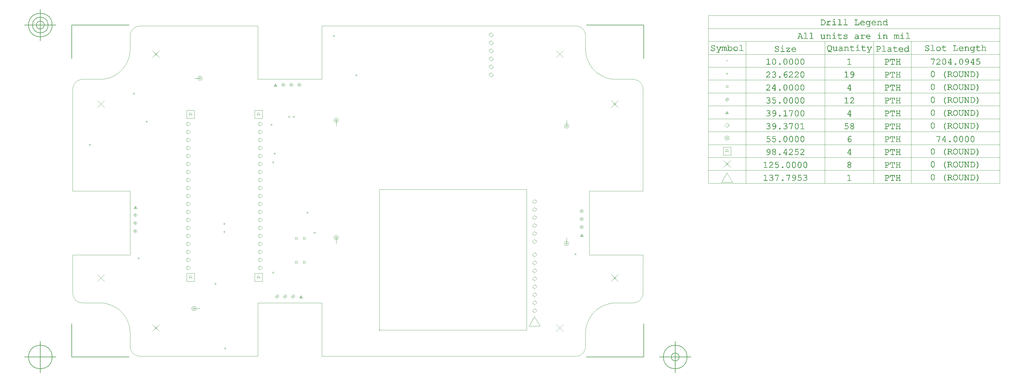
<source format=gbr>
G04 Generated by Ultiboard 14.2 *
%FSLAX24Y24*%
%MOIN*%

%ADD10C,0.0001*%
%ADD11C,0.0004*%
%ADD12C,0.0039*%
%ADD13C,0.0001*%
%ADD14C,0.0050*%


G04 ColorRGB 000000 for the following layer *
%LNDrill Symbols-Copper Top-Copper Bottom*%
%LPD*%
G54D11*
X-33618Y5800D02*
X-33382Y5800D01*
X-33500Y5682D02*
X-33500Y5918D01*
X-27400Y-8518D02*
X-27400Y-8282D01*
X-27518Y-8400D02*
X-27282Y-8400D01*
X-16718Y-19700D02*
X-16482Y-19700D01*
X-16600Y-19818D02*
X-16600Y-19582D01*
X27200Y-8018D02*
X27200Y-7782D01*
X27082Y-7900D02*
X27318Y-7900D01*
X-10600Y3482D02*
X-10600Y3718D01*
X-10718Y3600D02*
X-10482Y3600D01*
X-10918Y8300D02*
X-10682Y8300D01*
X-10800Y8182D02*
X-10800Y8418D01*
X-16818Y-4100D02*
X-16582Y-4100D01*
X-16700Y-4218D02*
X-16700Y-3982D01*
X-16818Y-5100D02*
X-16582Y-5100D01*
X-16700Y-5218D02*
X-16700Y-4982D01*
X-17918Y-11600D02*
X-17682Y-11600D01*
X-17800Y-11718D02*
X-17800Y-11482D01*
X2648Y-17408D02*
G75*
D01*
G02X2648Y-17408I50J0*
G01*
X2698Y-17408D02*
X21102Y-17408D01*
X21102Y208D01*
X2698Y208D01*
X2698Y-17408D01*
X-26518Y8700D02*
X-26282Y8700D01*
X-26400Y8582D02*
X-26400Y8818D01*
X-28118Y12200D02*
X-27882Y12200D01*
X-28000Y12082D02*
X-28000Y12318D01*
X-8600Y9182D02*
X-8600Y9418D01*
X-8718Y9300D02*
X-8482Y9300D01*
X-8000Y9182D02*
X-8000Y9418D01*
X-8118Y9300D02*
X-7882Y9300D01*
X-10718Y-10200D02*
X-10482Y-10200D01*
X-10600Y-10318D02*
X-10600Y-10082D01*
X-6300Y-2818D02*
X-6300Y-2582D01*
X-6418Y-2700D02*
X-6182Y-2700D01*
X-10400Y4582D02*
X-10400Y4818D01*
X-10518Y4700D02*
X-10282Y4700D01*
X-318Y14500D02*
X-82Y14500D01*
X-200Y14382D02*
X-200Y14618D01*
X-5518Y-5200D02*
X-5282Y-5200D01*
X-5400Y-5318D02*
X-5400Y-5082D01*
X-7820Y-9016D02*
X-7580Y-9016D01*
X-7580Y-8776D01*
X-7820Y-8776D01*
X-7820Y-9016D01*
X-6820Y-9016D02*
X-6580Y-9016D01*
X-6580Y-8776D01*
X-6820Y-8776D01*
X-6820Y-9016D01*
X-6820Y-6024D02*
X-6580Y-6024D01*
X-6580Y-5784D01*
X-6820Y-5784D01*
X-6820Y-6024D01*
X-7820Y-6024D02*
X-7580Y-6024D01*
X-7580Y-5784D01*
X-7820Y-5784D01*
X-7820Y-6024D01*
X27932Y-3550D02*
X27932Y-3475D01*
X27971Y-3425D01*
X28010Y-3425D01*
X28049Y-3475D01*
X28049Y-3550D01*
X27932Y-3512D02*
X28049Y-3512D01*
X28000Y-3747D02*
X28247Y-3500D01*
X28000Y-3253D01*
X27753Y-3500D01*
X28000Y-3747D01*
X27932Y-4550D02*
X27932Y-4475D01*
X27971Y-4425D01*
X28010Y-4425D01*
X28049Y-4475D01*
X28049Y-4550D01*
X27932Y-4512D02*
X28049Y-4512D01*
X28000Y-4747D02*
X28247Y-4500D01*
X28000Y-4253D01*
X27753Y-4500D01*
X28000Y-4747D01*
X27924Y-5654D02*
X27924Y-5570D01*
X27967Y-5514D01*
X28011Y-5514D01*
X28054Y-5570D01*
X28054Y-5654D01*
X27924Y-5612D02*
X28054Y-5612D01*
X27804Y-5696D02*
X28196Y-5696D01*
X28000Y-5362D01*
X27804Y-5696D01*
X27932Y-2550D02*
X27932Y-2475D01*
X27971Y-2425D01*
X28010Y-2425D01*
X28049Y-2475D01*
X28049Y-2550D01*
X27932Y-2512D02*
X28049Y-2512D01*
X28000Y-2747D02*
X28247Y-2500D01*
X28000Y-2253D01*
X27753Y-2500D01*
X28000Y-2747D01*
X-27868Y-4050D02*
X-27868Y-3975D01*
X-27829Y-3925D01*
X-27790Y-3925D01*
X-27751Y-3975D01*
X-27751Y-4050D01*
X-27868Y-4012D02*
X-27751Y-4012D01*
X-27800Y-4247D02*
X-27553Y-4000D01*
X-27800Y-3753D01*
X-28047Y-4000D01*
X-27800Y-4247D01*
X-27868Y-3050D02*
X-27868Y-2975D01*
X-27829Y-2925D01*
X-27790Y-2925D01*
X-27751Y-2975D01*
X-27751Y-3050D01*
X-27868Y-3012D02*
X-27751Y-3012D01*
X-27800Y-3247D02*
X-27553Y-3000D01*
X-27800Y-2753D01*
X-28047Y-3000D01*
X-27800Y-3247D01*
X-27876Y-2154D02*
X-27876Y-2070D01*
X-27833Y-2014D01*
X-27789Y-2014D01*
X-27746Y-2070D01*
X-27746Y-2154D01*
X-27876Y-2112D02*
X-27746Y-2112D01*
X-27996Y-2196D02*
X-27604Y-2196D01*
X-27800Y-1862D01*
X-27996Y-2196D01*
X-27868Y-5050D02*
X-27868Y-4975D01*
X-27829Y-4925D01*
X-27790Y-4925D01*
X-27751Y-4975D01*
X-27751Y-5050D01*
X-27868Y-5012D02*
X-27751Y-5012D01*
X-27800Y-5247D02*
X-27553Y-5000D01*
X-27800Y-4753D01*
X-28047Y-5000D01*
X-27800Y-5247D01*
X-9164Y-13246D02*
X-9164Y-13171D01*
X-9126Y-13121D01*
X-9087Y-13121D01*
X-9048Y-13171D01*
X-9048Y-13246D01*
X-9164Y-13209D02*
X-9048Y-13209D01*
X-9096Y-13444D02*
X-8849Y-13196D01*
X-9096Y-12949D01*
X-9344Y-13196D01*
X-9096Y-13444D01*
X-8164Y-13246D02*
X-8164Y-13171D01*
X-8126Y-13121D01*
X-8087Y-13121D01*
X-8048Y-13171D01*
X-8048Y-13246D01*
X-8164Y-13209D02*
X-8048Y-13209D01*
X-8096Y-13444D02*
X-7849Y-13196D01*
X-8096Y-12949D01*
X-8344Y-13196D01*
X-8096Y-13444D01*
X-7173Y-13350D02*
X-7173Y-13266D01*
X-7129Y-13210D01*
X-7085Y-13210D01*
X-7042Y-13266D01*
X-7042Y-13350D01*
X-7173Y-13308D02*
X-7042Y-13308D01*
X-7292Y-13392D02*
X-6900Y-13392D01*
X-7096Y-13058D01*
X-7292Y-13392D01*
X-10164Y-13246D02*
X-10164Y-13171D01*
X-10126Y-13121D01*
X-10087Y-13121D01*
X-10048Y-13171D01*
X-10048Y-13246D01*
X-10164Y-13209D02*
X-10048Y-13209D01*
X-10096Y-13444D02*
X-9849Y-13196D01*
X-10096Y-12949D01*
X-10344Y-13196D01*
X-10096Y-13444D01*
X-8368Y13250D02*
X-8368Y13325D01*
X-8329Y13375D01*
X-8290Y13375D01*
X-8251Y13325D01*
X-8251Y13250D01*
X-8368Y13288D02*
X-8251Y13288D01*
X-8300Y13053D02*
X-8053Y13300D01*
X-8300Y13547D01*
X-8547Y13300D01*
X-8300Y13053D01*
X-9368Y13250D02*
X-9368Y13325D01*
X-9329Y13375D01*
X-9290Y13375D01*
X-9251Y13325D01*
X-9251Y13250D01*
X-9368Y13288D02*
X-9251Y13288D01*
X-9300Y13053D02*
X-9053Y13300D01*
X-9300Y13547D01*
X-9547Y13300D01*
X-9300Y13053D01*
X-10376Y13146D02*
X-10376Y13230D01*
X-10333Y13286D01*
X-10289Y13286D01*
X-10246Y13230D01*
X-10246Y13146D01*
X-10376Y13188D02*
X-10246Y13188D01*
X-10496Y13104D02*
X-10104Y13104D01*
X-10300Y13438D01*
X-10496Y13104D01*
X-7368Y13250D02*
X-7368Y13325D01*
X-7329Y13375D01*
X-7290Y13375D01*
X-7251Y13325D01*
X-7251Y13250D01*
X-7368Y13288D02*
X-7251Y13288D01*
X-7300Y13053D02*
X-7053Y13300D01*
X-7300Y13547D01*
X-7547Y13300D01*
X-7300Y13053D01*
X-3000Y19282D02*
X-3000Y19518D01*
X-3118Y19400D02*
X-2882Y19400D01*
X46080Y9697D02*
X46080Y9781D01*
X46124Y9837D01*
X46167Y9837D01*
X46211Y9781D01*
X46211Y9697D01*
X46080Y9739D02*
X46211Y9739D01*
X45961Y9655D02*
X46352Y9655D01*
X46156Y9989D01*
X45961Y9655D01*
X46088Y11415D02*
X46088Y11490D01*
X46127Y11540D01*
X46166Y11540D01*
X46205Y11490D01*
X46205Y11415D01*
X46088Y11452D02*
X46205Y11452D01*
X46156Y11217D02*
X46404Y11465D01*
X46156Y11712D01*
X45909Y11465D01*
X46156Y11217D01*
X46036Y12959D02*
X46276Y12959D01*
X46276Y13199D01*
X46036Y13199D01*
X46036Y12959D01*
X46156Y14575D02*
X46156Y14811D01*
X46038Y14693D02*
X46275Y14693D01*
X46106Y16307D02*
G75*
D01*
G02X46106Y16307I50J0*
G01*
G54D12*
X-25682Y16698D02*
X-24798Y17582D01*
X-25682Y17582D02*
X-24798Y16698D01*
X24798Y16698D02*
X25682Y17582D01*
X24798Y17582D02*
X25682Y16698D01*
X31668Y10448D02*
X32552Y11332D01*
X31668Y11332D02*
X32552Y10448D01*
X31668Y-10448D02*
X32552Y-11332D01*
X31668Y-11332D02*
X32552Y-10448D01*
X-32552Y10448D02*
X-31668Y11332D01*
X-32552Y11332D02*
X-31668Y10448D01*
X-25682Y-16698D02*
X-24798Y-17582D01*
X-25682Y-17582D02*
X-24798Y-16698D01*
X24798Y-17582D02*
X25682Y-16698D01*
X24798Y-16698D02*
X25682Y-17582D01*
X-32552Y-10448D02*
X-31668Y-11332D01*
X-32552Y-11332D02*
X-31668Y-10448D01*
X22100Y-8234D02*
X22378Y-7955D01*
X22100Y-7677D01*
X21822Y-7955D01*
X22100Y-8234D01*
X22100Y-9234D02*
X22378Y-8955D01*
X22100Y-8677D01*
X21822Y-8955D01*
X22100Y-9234D01*
X22100Y-10234D02*
X22378Y-9955D01*
X22100Y-9677D01*
X21822Y-9955D01*
X22100Y-10234D01*
X22100Y-11234D02*
X22378Y-10955D01*
X22100Y-10677D01*
X21822Y-10955D01*
X22100Y-11234D01*
X22100Y-12234D02*
X22378Y-11955D01*
X22100Y-11677D01*
X21822Y-11955D01*
X22100Y-12234D01*
X22100Y-13234D02*
X22378Y-12955D01*
X22100Y-12677D01*
X21822Y-12955D01*
X22100Y-13234D01*
X22100Y-14234D02*
X22378Y-13955D01*
X22100Y-13677D01*
X21822Y-13955D01*
X22100Y-14234D01*
X22100Y-15234D02*
X22378Y-14955D01*
X22100Y-14677D01*
X21822Y-14955D01*
X22100Y-15234D01*
X22092Y-6592D02*
X22370Y-6314D01*
X22092Y-6035D01*
X21814Y-6314D01*
X22092Y-6592D01*
X22092Y-5592D02*
X22370Y-5314D01*
X22092Y-5035D01*
X21814Y-5314D01*
X22092Y-5592D01*
X22092Y-4592D02*
X22370Y-4314D01*
X22092Y-4035D01*
X21814Y-4314D01*
X22092Y-4592D01*
X22092Y-3592D02*
X22370Y-3314D01*
X22092Y-3035D01*
X21814Y-3314D01*
X22092Y-3592D01*
X22092Y-2592D02*
X22370Y-2314D01*
X22092Y-2035D01*
X21814Y-2314D01*
X22092Y-2592D01*
X22092Y-1592D02*
X22370Y-1314D01*
X22092Y-1035D01*
X21814Y-1314D01*
X22092Y-1592D01*
X21403Y-16884D02*
X22781Y-16884D01*
X22092Y-15708D01*
X21403Y-16884D01*
X-20577Y-14779D02*
X-20577Y-14661D01*
X-20516Y-14582D01*
X-20455Y-14582D01*
X-20394Y-14661D01*
X-20394Y-14779D01*
X-20577Y-14720D02*
X-20394Y-14720D01*
X-20745Y-14700D02*
G75*
D01*
G02X-20745Y-14700I275J0*
G01*
X-20470Y-14700D02*
X-19730Y-14700D01*
X-19837Y14021D02*
X-19837Y14139D01*
X-19776Y14218D01*
X-19715Y14218D01*
X-19654Y14139D01*
X-19654Y14021D01*
X-19837Y14080D02*
X-19654Y14080D01*
X-20005Y14100D02*
G75*
D01*
G02X-20005Y14100I275J0*
G01*
X-19730Y14100D02*
X-20470Y14100D01*
X-12200Y-9878D02*
X-11922Y-9600D01*
X-12200Y-9322D01*
X-12478Y-9600D01*
X-12200Y-9878D01*
X-12200Y-8878D02*
X-11922Y-8600D01*
X-12200Y-8322D01*
X-12478Y-8600D01*
X-12200Y-8878D01*
X-12200Y-7878D02*
X-11922Y-7600D01*
X-12200Y-7322D01*
X-12478Y-7600D01*
X-12200Y-7878D01*
X-12200Y-6878D02*
X-11922Y-6600D01*
X-12200Y-6322D01*
X-12478Y-6600D01*
X-12200Y-6878D01*
X-12200Y-5878D02*
X-11922Y-5600D01*
X-12200Y-5322D01*
X-12478Y-5600D01*
X-12200Y-5878D01*
X-12200Y-4878D02*
X-11922Y-4600D01*
X-12200Y-4322D01*
X-12478Y-4600D01*
X-12200Y-4878D01*
X-12200Y-3878D02*
X-11922Y-3600D01*
X-12200Y-3322D01*
X-12478Y-3600D01*
X-12200Y-3878D01*
X-12200Y-2878D02*
X-11922Y-2600D01*
X-12200Y-2322D01*
X-12478Y-2600D01*
X-12200Y-2878D01*
X-12200Y-1878D02*
X-11922Y-1600D01*
X-12200Y-1322D01*
X-12478Y-1600D01*
X-12200Y-1878D01*
X-12200Y-878D02*
X-11922Y-600D01*
X-12200Y-322D01*
X-12478Y-600D01*
X-12200Y-878D01*
X-12200Y122D02*
X-11922Y400D01*
X-12200Y678D01*
X-12478Y400D01*
X-12200Y122D01*
X-12200Y1122D02*
X-11922Y1400D01*
X-12200Y1678D01*
X-12478Y1400D01*
X-12200Y1122D01*
X-12200Y2122D02*
X-11922Y2400D01*
X-12200Y2678D01*
X-12478Y2400D01*
X-12200Y2122D01*
X-12200Y3122D02*
X-11922Y3400D01*
X-12200Y3678D01*
X-12478Y3400D01*
X-12200Y3122D01*
X-12200Y4122D02*
X-11922Y4400D01*
X-12200Y4678D01*
X-12478Y4400D01*
X-12200Y4122D01*
X-12200Y5122D02*
X-11922Y5400D01*
X-12200Y5678D01*
X-12478Y5400D01*
X-12200Y5122D01*
X-12200Y6122D02*
X-11922Y6400D01*
X-12200Y6678D01*
X-12478Y6400D01*
X-12200Y6122D01*
X-12200Y7122D02*
X-11922Y7400D01*
X-12200Y7678D01*
X-12478Y7400D01*
X-12200Y7122D01*
X-12200Y8122D02*
X-11922Y8400D01*
X-12200Y8678D01*
X-12478Y8400D01*
X-12200Y8122D01*
X-21200Y-9878D02*
X-20922Y-9600D01*
X-21200Y-9322D01*
X-21478Y-9600D01*
X-21200Y-9878D01*
X-21200Y-8878D02*
X-20922Y-8600D01*
X-21200Y-8322D01*
X-21478Y-8600D01*
X-21200Y-8878D01*
X-21200Y-7878D02*
X-20922Y-7600D01*
X-21200Y-7322D01*
X-21478Y-7600D01*
X-21200Y-7878D01*
X-21200Y-6878D02*
X-20922Y-6600D01*
X-21200Y-6322D01*
X-21478Y-6600D01*
X-21200Y-6878D01*
X-21200Y-5878D02*
X-20922Y-5600D01*
X-21200Y-5322D01*
X-21478Y-5600D01*
X-21200Y-5878D01*
X-21200Y-4878D02*
X-20922Y-4600D01*
X-21200Y-4322D01*
X-21478Y-4600D01*
X-21200Y-4878D01*
X-21200Y-3878D02*
X-20922Y-3600D01*
X-21200Y-3322D01*
X-21478Y-3600D01*
X-21200Y-3878D01*
X-21200Y-2878D02*
X-20922Y-2600D01*
X-21200Y-2322D01*
X-21478Y-2600D01*
X-21200Y-2878D01*
X-21200Y-1878D02*
X-20922Y-1600D01*
X-21200Y-1322D01*
X-21478Y-1600D01*
X-21200Y-1878D01*
X-21200Y-878D02*
X-20922Y-600D01*
X-21200Y-322D01*
X-21478Y-600D01*
X-21200Y-878D01*
X-21200Y122D02*
X-20922Y400D01*
X-21200Y678D01*
X-21478Y400D01*
X-21200Y122D01*
X-21200Y1122D02*
X-20922Y1400D01*
X-21200Y1678D01*
X-21478Y1400D01*
X-21200Y1122D01*
X-21200Y2122D02*
X-20922Y2400D01*
X-21200Y2678D01*
X-21478Y2400D01*
X-21200Y2122D01*
X-21200Y3122D02*
X-20922Y3400D01*
X-21200Y3678D01*
X-21478Y3400D01*
X-21200Y3122D01*
X-21200Y4122D02*
X-20922Y4400D01*
X-21200Y4678D01*
X-21478Y4400D01*
X-21200Y4122D01*
X-21200Y5122D02*
X-20922Y5400D01*
X-21200Y5678D01*
X-21478Y5400D01*
X-21200Y5122D01*
X-21200Y6122D02*
X-20922Y6400D01*
X-21200Y6678D01*
X-21478Y6400D01*
X-21200Y6122D01*
X-21200Y7122D02*
X-20922Y7400D01*
X-21200Y7678D01*
X-21478Y7400D01*
X-21200Y7122D01*
X-21200Y8122D02*
X-20922Y8400D01*
X-21200Y8678D01*
X-21478Y8400D01*
X-21200Y8122D01*
X-12591Y-10941D02*
X-12591Y-10730D01*
X-12482Y-10589D01*
X-12373Y-10589D01*
X-12263Y-10730D01*
X-12263Y-10941D01*
X-12591Y-10835D02*
X-12263Y-10835D01*
X-12892Y-11292D02*
X-11908Y-11292D01*
X-11908Y-10308D01*
X-12892Y-10308D01*
X-12892Y-11292D01*
X-21091Y-10941D02*
X-21091Y-10730D01*
X-20982Y-10589D01*
X-20873Y-10589D01*
X-20763Y-10730D01*
X-20763Y-10941D01*
X-21091Y-10835D02*
X-20763Y-10835D01*
X-21392Y-11292D02*
X-20408Y-11292D01*
X-20408Y-10308D01*
X-21392Y-10308D01*
X-21392Y-11292D01*
X-21091Y9459D02*
X-21091Y9670D01*
X-20982Y9811D01*
X-20873Y9811D01*
X-20763Y9670D01*
X-20763Y9459D01*
X-21091Y9565D02*
X-20763Y9565D01*
X-21392Y9108D02*
X-20408Y9108D01*
X-20408Y10092D01*
X-21392Y10092D01*
X-21392Y9108D01*
X-12591Y9459D02*
X-12591Y9670D01*
X-12482Y9811D01*
X-12373Y9811D01*
X-12263Y9670D01*
X-12263Y9459D01*
X-12591Y9565D02*
X-12263Y9565D01*
X-12892Y9108D02*
X-11908Y9108D01*
X-11908Y10092D01*
X-12892Y10092D01*
X-12892Y9108D01*
X-2807Y-5909D02*
X-2807Y-5791D01*
X-2746Y-5712D01*
X-2685Y-5712D01*
X-2624Y-5791D01*
X-2624Y-5909D01*
X-2807Y-5850D02*
X-2624Y-5850D01*
X-2975Y-5830D02*
G75*
D01*
G02X-2975Y-5830I275J0*
G01*
X-2700Y-5830D02*
X-2700Y-6570D01*
X25993Y-6649D02*
X25993Y-6531D01*
X26054Y-6452D01*
X26115Y-6452D01*
X26176Y-6531D01*
X26176Y-6649D01*
X25993Y-6590D02*
X26176Y-6590D01*
X25825Y-6570D02*
G75*
D01*
G02X25825Y-6570I275J0*
G01*
X26100Y-6570D02*
X26100Y-5830D01*
X25993Y8051D02*
X25993Y8169D01*
X26054Y8248D01*
X26115Y8248D01*
X26176Y8169D01*
X26176Y8051D01*
X25993Y8110D02*
X26176Y8110D01*
X25825Y8130D02*
G75*
D01*
G02X25825Y8130I275J0*
G01*
X26100Y8130D02*
X26100Y8870D01*
X-2807Y8791D02*
X-2807Y8909D01*
X-2746Y8988D01*
X-2685Y8988D01*
X-2624Y8909D01*
X-2624Y8791D01*
X-2807Y8850D02*
X-2624Y8850D01*
X-2975Y8870D02*
G75*
D01*
G02X-2975Y8870I275J0*
G01*
X-2700Y8870D02*
X-2700Y8130D01*
X16660Y14262D02*
X16938Y14540D01*
X16660Y14818D01*
X16382Y14540D01*
X16660Y14262D01*
X16660Y15262D02*
X16938Y15540D01*
X16660Y15818D01*
X16382Y15540D01*
X16660Y15262D01*
X16660Y16262D02*
X16938Y16540D01*
X16660Y16818D01*
X16382Y16540D01*
X16660Y16262D01*
X16660Y17262D02*
X16938Y17540D01*
X16660Y17818D01*
X16382Y17540D01*
X16660Y17262D01*
X16660Y18262D02*
X16938Y18540D01*
X16660Y18818D01*
X16382Y18540D01*
X16660Y18262D01*
X16660Y19262D02*
X16938Y19540D01*
X16660Y19818D01*
X16382Y19540D01*
X16660Y19262D01*
X45467Y1091D02*
X46845Y1091D01*
X46156Y2267D01*
X45467Y1091D01*
X45714Y2952D02*
X46598Y3836D01*
X45714Y3836D02*
X46598Y2952D01*
X45965Y4867D02*
X45965Y5078D01*
X46074Y5219D01*
X46184Y5219D01*
X46293Y5078D01*
X46293Y4867D01*
X45965Y4973D02*
X46293Y4973D01*
X45664Y4516D02*
X46649Y4516D01*
X46649Y5500D01*
X45664Y5500D01*
X45664Y4516D01*
X46049Y6544D02*
X46049Y6661D01*
X46111Y6740D01*
X46172Y6740D01*
X46233Y6661D01*
X46233Y6544D01*
X46049Y6603D02*
X46233Y6603D01*
X45881Y6622D02*
G75*
D01*
G02X45881Y6622I275J0*
G01*
X46156Y7958D02*
X46435Y8236D01*
X46156Y8515D01*
X45878Y8236D01*
X46156Y7958D01*
G54D13*
G36*
X50738Y1323D02*
X50738Y1323D01*
X50738Y1343D01*
X50737Y1333D01*
X50738Y1323D01*
D02*
G37*
X50738Y1343D01*
X50737Y1333D01*
X50738Y1323D01*
G36*
X50738Y1343D02*
X50738Y1343D01*
X50738Y1323D01*
X50744Y1315D01*
X50738Y1343D01*
D02*
G37*
X50738Y1323D01*
X50744Y1315D01*
X50738Y1343D01*
G36*
X50744Y1315D02*
X50744Y1315D01*
X50744Y1350D01*
X50738Y1343D01*
X50744Y1315D01*
D02*
G37*
X50744Y1350D01*
X50738Y1343D01*
X50744Y1315D01*
G36*
X50744Y1350D02*
X50744Y1350D01*
X50744Y1315D01*
X50754Y1310D01*
X50744Y1350D01*
D02*
G37*
X50744Y1315D01*
X50754Y1310D01*
X50744Y1350D01*
G36*
X50754Y1310D02*
X50754Y1310D01*
X50754Y1355D01*
X50744Y1350D01*
X50754Y1310D01*
D02*
G37*
X50754Y1355D01*
X50744Y1350D01*
X50754Y1310D01*
G36*
X50754Y1355D02*
X50754Y1355D01*
X50754Y1310D01*
X50769Y1309D01*
X50754Y1355D01*
D02*
G37*
X50754Y1310D01*
X50769Y1309D01*
X50754Y1355D01*
G36*
X50769Y1309D02*
X50769Y1309D01*
X50769Y1357D01*
X50754Y1355D01*
X50769Y1309D01*
D02*
G37*
X50769Y1357D01*
X50754Y1355D01*
X50769Y1309D01*
G36*
X50769Y1357D02*
X50769Y1357D01*
X50769Y1309D01*
X51150Y1309D01*
X50769Y1357D01*
D02*
G37*
X50769Y1309D01*
X51150Y1309D01*
X50769Y1357D01*
G36*
X51150Y1309D02*
X51150Y1309D01*
X50935Y1357D01*
X50769Y1357D01*
X51150Y1309D01*
D02*
G37*
X50935Y1357D01*
X50769Y1357D01*
X51150Y1309D01*
G36*
X50935Y1357D02*
X50935Y1357D01*
X51150Y1309D01*
X50983Y1357D01*
X50935Y1357D01*
D02*
G37*
X51150Y1309D01*
X50983Y1357D01*
X50935Y1357D01*
G36*
X50983Y1357D02*
X50983Y1357D01*
X50935Y1975D01*
X50935Y1357D01*
X50983Y1357D01*
D02*
G37*
X50935Y1975D01*
X50935Y1357D01*
X50983Y1357D01*
G36*
X50935Y1975D02*
X50935Y1975D01*
X50983Y1357D01*
X50983Y2042D01*
X50935Y1975D01*
D02*
G37*
X50983Y1357D01*
X50983Y2042D01*
X50935Y1975D01*
G36*
X50983Y2042D02*
X50983Y2042D01*
X50777Y1926D01*
X50935Y1975D01*
X50983Y2042D01*
D02*
G37*
X50777Y1926D01*
X50935Y1975D01*
X50983Y2042D01*
G36*
X50777Y1926D02*
X50777Y1926D01*
X50983Y2042D01*
X50767Y1923D01*
X50777Y1926D01*
D02*
G37*
X50983Y2042D01*
X50767Y1923D01*
X50777Y1926D01*
G36*
X50762Y1972D02*
X50762Y1972D01*
X50750Y1967D01*
X50752Y1924D01*
X50762Y1972D01*
D02*
G37*
X50750Y1967D01*
X50752Y1924D01*
X50762Y1972D01*
G36*
X50762Y1972D01*
X50752Y1924D01*
X50760Y1922D01*
X50762Y1972D01*
D02*
G37*
X50752Y1924D01*
X50760Y1922D01*
X50762Y1972D01*
G36*
X50762Y1972D01*
X50760Y1922D01*
X50767Y1923D01*
X50762Y1972D01*
D02*
G37*
X50760Y1922D01*
X50767Y1923D01*
X50762Y1972D01*
G36*
X50762Y1972D01*
X50767Y1923D01*
X50983Y2042D01*
X50762Y1972D01*
D02*
G37*
X50767Y1923D01*
X50983Y2042D01*
X50762Y1972D01*
G36*
X50750Y1967D02*
X50750Y1967D01*
X50744Y1929D01*
X50752Y1924D01*
X50750Y1967D01*
D02*
G37*
X50744Y1929D01*
X50752Y1924D01*
X50750Y1967D01*
G36*
X50744Y1929D02*
X50744Y1929D01*
X50750Y1967D01*
X50743Y1963D01*
X50744Y1929D01*
D02*
G37*
X50750Y1967D01*
X50743Y1963D01*
X50744Y1929D01*
G36*
X50743Y1963D02*
X50743Y1963D01*
X50739Y1937D01*
X50744Y1929D01*
X50743Y1963D01*
D02*
G37*
X50739Y1937D01*
X50744Y1929D01*
X50743Y1963D01*
G36*
X50739Y1937D02*
X50739Y1937D01*
X50743Y1963D01*
X50739Y1955D01*
X50739Y1937D01*
D02*
G37*
X50743Y1963D01*
X50739Y1955D01*
X50739Y1937D01*
G36*
X50739Y1955D02*
X50739Y1955D01*
X50737Y1946D01*
X50739Y1937D01*
X50739Y1955D01*
D02*
G37*
X50737Y1946D01*
X50739Y1937D01*
X50739Y1955D01*
G36*
X51150Y1309D02*
X51150Y1309D01*
X51150Y1357D01*
X50983Y1357D01*
X51150Y1309D01*
D02*
G37*
X51150Y1357D01*
X50983Y1357D01*
X51150Y1309D01*
G36*
X51150Y1357D02*
X51150Y1357D01*
X51150Y1309D01*
X51164Y1310D01*
X51150Y1357D01*
D02*
G37*
X51150Y1309D01*
X51164Y1310D01*
X51150Y1357D01*
G36*
X51164Y1310D02*
X51164Y1310D01*
X51164Y1355D01*
X51150Y1357D01*
X51164Y1310D01*
D02*
G37*
X51164Y1355D01*
X51150Y1357D01*
X51164Y1310D01*
G36*
X51164Y1355D02*
X51164Y1355D01*
X51164Y1310D01*
X51174Y1315D01*
X51164Y1355D01*
D02*
G37*
X51164Y1310D01*
X51174Y1315D01*
X51164Y1355D01*
G36*
X51174Y1315D02*
X51174Y1315D01*
X51174Y1350D01*
X51164Y1355D01*
X51174Y1315D01*
D02*
G37*
X51174Y1350D01*
X51164Y1355D01*
X51174Y1315D01*
G36*
X51174Y1350D02*
X51174Y1350D01*
X51174Y1315D01*
X51180Y1323D01*
X51174Y1350D01*
D02*
G37*
X51174Y1315D01*
X51180Y1323D01*
X51174Y1350D01*
G36*
X51180Y1323D02*
X51180Y1323D01*
X51180Y1343D01*
X51174Y1350D01*
X51180Y1323D01*
D02*
G37*
X51180Y1343D01*
X51174Y1350D01*
X51180Y1323D01*
G36*
X51180Y1343D02*
X51180Y1343D01*
X51180Y1323D01*
X51182Y1333D01*
X51180Y1343D01*
D02*
G37*
X51180Y1323D01*
X51182Y1333D01*
X51180Y1343D01*
G36*
X51786Y1960D02*
X51786Y1960D01*
X51789Y2019D01*
X51762Y1978D01*
X51786Y1960D01*
D02*
G37*
X51789Y2019D01*
X51762Y1978D01*
X51786Y1960D01*
G36*
X51789Y2019D02*
X51789Y2019D01*
X51786Y1960D01*
X51805Y1938D01*
X51789Y2019D01*
D02*
G37*
X51786Y1960D01*
X51805Y1938D01*
X51789Y2019D01*
G36*
X51805Y1938D02*
X51805Y1938D01*
X51820Y1995D01*
X51789Y2019D01*
X51805Y1938D01*
D02*
G37*
X51820Y1995D01*
X51789Y2019D01*
X51805Y1938D01*
G36*
X51820Y1995D02*
X51820Y1995D01*
X51805Y1938D01*
X51827Y1890D01*
X51820Y1995D01*
D02*
G37*
X51805Y1938D01*
X51827Y1890D01*
X51820Y1995D01*
G36*
X51827Y1890D02*
X51827Y1890D01*
X51846Y1966D01*
X51820Y1995D01*
X51827Y1890D01*
D02*
G37*
X51846Y1966D01*
X51820Y1995D01*
X51827Y1890D01*
G36*
X51846Y1966D02*
X51846Y1966D01*
X51827Y1890D01*
X51830Y1864D01*
X51846Y1966D01*
D02*
G37*
X51827Y1890D01*
X51830Y1864D01*
X51846Y1966D01*
G36*
X51830Y1864D02*
X51830Y1864D01*
X51851Y1772D01*
X51846Y1966D01*
X51830Y1864D01*
D02*
G37*
X51851Y1772D01*
X51846Y1966D01*
X51830Y1864D01*
G36*
X51851Y1772D02*
X51851Y1772D01*
X51830Y1864D01*
X51827Y1838D01*
X51851Y1772D01*
D02*
G37*
X51830Y1864D01*
X51827Y1838D01*
X51851Y1772D01*
G36*
X51827Y1838D02*
X51827Y1838D01*
X51816Y1733D01*
X51851Y1772D01*
X51827Y1838D01*
D02*
G37*
X51816Y1733D01*
X51851Y1772D01*
X51827Y1838D01*
G36*
X51816Y1733D02*
X51816Y1733D01*
X51827Y1838D01*
X51806Y1792D01*
X51816Y1733D01*
D02*
G37*
X51827Y1838D01*
X51806Y1792D01*
X51816Y1733D01*
G36*
X51806Y1792D02*
X51806Y1792D01*
X51788Y1772D01*
X51816Y1733D01*
X51806Y1792D01*
D02*
G37*
X51788Y1772D01*
X51816Y1733D01*
X51806Y1792D01*
G36*
X51622Y1997D02*
X51622Y1997D01*
X51626Y2047D01*
X51577Y1984D01*
X51622Y1997D01*
D02*
G37*
X51626Y2047D01*
X51577Y1984D01*
X51622Y1997D01*
G36*
X51626Y2047D02*
X51626Y2047D01*
X51622Y1997D01*
X51670Y2001D01*
X51626Y2047D01*
D02*
G37*
X51622Y1997D01*
X51670Y2001D01*
X51626Y2047D01*
G36*
X51670Y2001D02*
X51670Y2001D01*
X51670Y2050D01*
X51626Y2047D01*
X51670Y2001D01*
D02*
G37*
X51670Y2050D01*
X51626Y2047D01*
X51670Y2001D01*
G36*
X51670Y2050D02*
X51670Y2050D01*
X51670Y2001D01*
X51704Y1999D01*
X51670Y2050D01*
D02*
G37*
X51670Y2001D01*
X51704Y1999D01*
X51670Y2050D01*
G36*
X51704Y1999D02*
X51704Y1999D01*
X51713Y2046D01*
X51670Y2050D01*
X51704Y1999D01*
D02*
G37*
X51713Y2046D01*
X51670Y2050D01*
X51704Y1999D01*
G36*
X51713Y2046D02*
X51713Y2046D01*
X51704Y1999D01*
X51762Y1978D01*
X51713Y2046D01*
D02*
G37*
X51704Y1999D01*
X51762Y1978D01*
X51713Y2046D01*
G36*
X51762Y1978D02*
X51762Y1978D01*
X51789Y2019D01*
X51713Y2046D01*
X51762Y1978D01*
D02*
G37*
X51789Y2019D01*
X51713Y2046D01*
X51762Y1978D01*
G36*
X51510Y1937D02*
X51510Y1937D01*
X51511Y2001D01*
X51502Y1927D01*
X51510Y1937D01*
D02*
G37*
X51511Y2001D01*
X51502Y1927D01*
X51510Y1937D01*
G36*
X51511Y2001D02*
X51511Y2001D01*
X51510Y1937D01*
X51540Y1963D01*
X51511Y2001D01*
D02*
G37*
X51510Y1937D01*
X51540Y1963D01*
X51511Y2001D01*
G36*
X51540Y1963D02*
X51540Y1963D01*
X51547Y2022D01*
X51511Y2001D01*
X51540Y1963D01*
D02*
G37*
X51547Y2022D01*
X51511Y2001D01*
X51540Y1963D01*
G36*
X51547Y2022D02*
X51547Y2022D01*
X51540Y1963D01*
X51577Y1984D01*
X51547Y2022D01*
D02*
G37*
X51540Y1963D01*
X51577Y1984D01*
X51547Y2022D01*
G36*
X51577Y1984D02*
X51577Y1984D01*
X51626Y2047D01*
X51547Y2022D01*
X51577Y1984D01*
D02*
G37*
X51626Y2047D01*
X51547Y2022D01*
X51577Y1984D01*
G36*
X51511Y2001D02*
X51511Y2001D01*
X51473Y1968D01*
X51475Y1921D01*
X51511Y2001D01*
D02*
G37*
X51473Y1968D01*
X51475Y1921D01*
X51511Y2001D01*
G36*
X51511Y2001D01*
X51475Y1921D01*
X51485Y1920D01*
X51511Y2001D01*
D02*
G37*
X51475Y1921D01*
X51485Y1920D01*
X51511Y2001D01*
G36*
X51511Y2001D01*
X51485Y1920D01*
X51491Y1920D01*
X51511Y2001D01*
D02*
G37*
X51485Y1920D01*
X51491Y1920D01*
X51511Y2001D01*
G36*
X51511Y2001D01*
X51491Y1920D01*
X51496Y1922D01*
X51511Y2001D01*
D02*
G37*
X51491Y1920D01*
X51496Y1922D01*
X51511Y2001D01*
G36*
X51511Y2001D01*
X51496Y1922D01*
X51502Y1927D01*
X51511Y2001D01*
D02*
G37*
X51496Y1922D01*
X51502Y1927D01*
X51511Y2001D01*
G36*
X51473Y1968D02*
X51473Y1968D01*
X51461Y1942D01*
X51463Y1934D01*
X51473Y1968D01*
D02*
G37*
X51461Y1942D01*
X51463Y1934D01*
X51473Y1968D01*
G36*
X51473Y1968D01*
X51463Y1934D01*
X51468Y1926D01*
X51473Y1968D01*
D02*
G37*
X51463Y1934D01*
X51468Y1926D01*
X51473Y1968D01*
G36*
X51473Y1968D01*
X51468Y1926D01*
X51475Y1921D01*
X51473Y1968D01*
D02*
G37*
X51468Y1926D01*
X51475Y1921D01*
X51473Y1968D01*
G36*
X51875Y1900D02*
X51875Y1900D01*
X51846Y1966D01*
X51851Y1772D01*
X51875Y1900D01*
D02*
G37*
X51846Y1966D01*
X51851Y1772D01*
X51875Y1900D01*
G36*
X51875Y1900D01*
X51851Y1772D01*
X51872Y1816D01*
X51875Y1900D01*
D02*
G37*
X51851Y1772D01*
X51872Y1816D01*
X51875Y1900D01*
G36*
X51875Y1900D01*
X51872Y1816D01*
X51879Y1863D01*
X51875Y1900D01*
D02*
G37*
X51872Y1816D01*
X51879Y1863D01*
X51875Y1900D01*
G36*
X51788Y1772D02*
X51788Y1772D01*
X51768Y1702D01*
X51816Y1733D01*
X51788Y1772D01*
D02*
G37*
X51768Y1702D01*
X51816Y1733D01*
X51788Y1772D01*
G36*
X51768Y1702D02*
X51768Y1702D01*
X51788Y1772D01*
X51765Y1754D01*
X51768Y1702D01*
D02*
G37*
X51788Y1772D01*
X51765Y1754D01*
X51768Y1702D01*
G36*
X51765Y1754D02*
X51765Y1754D01*
X51748Y1660D01*
X51768Y1702D01*
X51765Y1754D01*
D02*
G37*
X51748Y1660D01*
X51768Y1702D01*
X51765Y1754D01*
G36*
X51748Y1660D02*
X51748Y1660D01*
X51765Y1754D01*
X51711Y1734D01*
X51748Y1660D01*
D02*
G37*
X51765Y1754D01*
X51711Y1734D01*
X51748Y1660D01*
G36*
X51711Y1734D02*
X51711Y1734D01*
X51695Y1678D01*
X51748Y1660D01*
X51711Y1734D01*
D02*
G37*
X51695Y1678D01*
X51748Y1660D01*
X51711Y1734D01*
G36*
X51695Y1678D02*
X51695Y1678D01*
X51711Y1734D01*
X51680Y1732D01*
X51695Y1678D01*
D02*
G37*
X51711Y1734D01*
X51680Y1732D01*
X51695Y1678D01*
G36*
X51680Y1732D02*
X51680Y1732D01*
X51642Y1684D01*
X51695Y1678D01*
X51680Y1732D01*
D02*
G37*
X51642Y1684D01*
X51695Y1678D01*
X51680Y1732D01*
G36*
X51642Y1684D02*
X51642Y1684D01*
X51680Y1732D01*
X51639Y1732D01*
X51642Y1684D01*
D02*
G37*
X51680Y1732D01*
X51639Y1732D01*
X51642Y1684D01*
G36*
X51639Y1732D02*
X51639Y1732D01*
X51627Y1686D01*
X51642Y1684D01*
X51639Y1732D01*
D02*
G37*
X51627Y1686D01*
X51642Y1684D01*
X51639Y1732D01*
G36*
X51627Y1686D02*
X51627Y1686D01*
X51639Y1732D01*
X51626Y1731D01*
X51627Y1686D01*
D02*
G37*
X51639Y1732D01*
X51626Y1731D01*
X51627Y1686D01*
G36*
X51626Y1731D02*
X51626Y1731D01*
X51617Y1691D01*
X51627Y1686D01*
X51626Y1731D01*
D02*
G37*
X51617Y1691D01*
X51627Y1686D01*
X51626Y1731D01*
G36*
X51617Y1691D02*
X51617Y1691D01*
X51626Y1731D01*
X51617Y1725D01*
X51617Y1691D01*
D02*
G37*
X51626Y1731D01*
X51617Y1725D01*
X51617Y1691D01*
G36*
X51617Y1725D02*
X51617Y1725D01*
X51612Y1698D01*
X51617Y1691D01*
X51617Y1725D01*
D02*
G37*
X51612Y1698D01*
X51617Y1691D01*
X51617Y1725D01*
G36*
X51612Y1698D02*
X51612Y1698D01*
X51617Y1725D01*
X51612Y1718D01*
X51612Y1698D01*
D02*
G37*
X51617Y1725D01*
X51612Y1718D01*
X51612Y1698D01*
G36*
X51612Y1718D02*
X51612Y1718D01*
X51610Y1708D01*
X51612Y1698D01*
X51612Y1718D01*
D02*
G37*
X51610Y1708D01*
X51612Y1698D01*
X51612Y1718D01*
G36*
X51896Y1567D02*
X51896Y1567D01*
X51901Y1469D01*
X51905Y1512D01*
X51896Y1567D01*
D02*
G37*
X51901Y1469D01*
X51905Y1512D01*
X51896Y1567D01*
G36*
X51901Y1469D02*
X51901Y1469D01*
X51896Y1567D01*
X51870Y1620D01*
X51901Y1469D01*
D02*
G37*
X51896Y1567D01*
X51870Y1620D01*
X51901Y1469D01*
G36*
X51870Y1620D02*
X51870Y1620D01*
X51865Y1392D01*
X51901Y1469D01*
X51870Y1620D01*
D02*
G37*
X51865Y1392D01*
X51901Y1469D01*
X51870Y1620D01*
G36*
X51865Y1392D02*
X51865Y1392D01*
X51870Y1620D01*
X51857Y1510D01*
X51865Y1392D01*
D02*
G37*
X51870Y1620D01*
X51857Y1510D01*
X51865Y1392D01*
G36*
X51857Y1510D02*
X51857Y1510D01*
X51853Y1478D01*
X51865Y1392D01*
X51857Y1510D01*
D02*
G37*
X51853Y1478D01*
X51865Y1392D01*
X51857Y1510D01*
G36*
X51794Y1632D02*
X51794Y1632D01*
X51827Y1667D01*
X51768Y1702D01*
X51794Y1632D01*
D02*
G37*
X51827Y1667D01*
X51768Y1702D01*
X51794Y1632D01*
G36*
X51827Y1667D02*
X51827Y1667D01*
X51794Y1632D01*
X51829Y1595D01*
X51827Y1667D01*
D02*
G37*
X51794Y1632D01*
X51829Y1595D01*
X51827Y1667D01*
G36*
X51829Y1595D02*
X51829Y1595D01*
X51870Y1620D01*
X51827Y1667D01*
X51829Y1595D01*
D02*
G37*
X51870Y1620D01*
X51827Y1667D01*
X51829Y1595D01*
G36*
X51870Y1620D02*
X51870Y1620D01*
X51829Y1595D01*
X51850Y1553D01*
X51870Y1620D01*
D02*
G37*
X51829Y1595D01*
X51850Y1553D01*
X51870Y1620D01*
G36*
X51850Y1553D02*
X51850Y1553D01*
X51857Y1510D01*
X51870Y1620D01*
X51850Y1553D01*
D02*
G37*
X51857Y1510D01*
X51870Y1620D01*
X51850Y1553D01*
G36*
X51834Y1358D02*
X51834Y1358D01*
X51865Y1392D01*
X51853Y1478D01*
X51834Y1358D01*
D02*
G37*
X51865Y1392D01*
X51853Y1478D01*
X51834Y1358D01*
G36*
X51834Y1358D01*
X51853Y1478D01*
X51825Y1420D01*
X51834Y1358D01*
D02*
G37*
X51853Y1478D01*
X51825Y1420D01*
X51834Y1358D01*
G36*
X51834Y1358D01*
X51825Y1420D01*
X51800Y1392D01*
X51834Y1358D01*
D02*
G37*
X51825Y1420D01*
X51800Y1392D01*
X51834Y1358D01*
G36*
X51834Y1358D01*
X51800Y1392D01*
X51797Y1329D01*
X51834Y1358D01*
D02*
G37*
X51800Y1392D01*
X51797Y1329D01*
X51834Y1358D01*
G36*
X51770Y1369D02*
X51770Y1369D01*
X51699Y1343D01*
X51708Y1295D01*
X51770Y1369D01*
D02*
G37*
X51699Y1343D01*
X51708Y1295D01*
X51770Y1369D01*
G36*
X51770Y1369D01*
X51708Y1295D01*
X51797Y1329D01*
X51770Y1369D01*
D02*
G37*
X51708Y1295D01*
X51797Y1329D01*
X51770Y1369D01*
G36*
X51770Y1369D01*
X51797Y1329D01*
X51800Y1392D01*
X51770Y1369D01*
D02*
G37*
X51797Y1329D01*
X51800Y1392D01*
X51770Y1369D01*
G36*
X51594Y1298D02*
X51594Y1298D01*
X51610Y1344D01*
X51528Y1318D01*
X51594Y1298D01*
D02*
G37*
X51610Y1344D01*
X51528Y1318D01*
X51594Y1298D01*
G36*
X51610Y1344D02*
X51610Y1344D01*
X51594Y1298D01*
X51658Y1291D01*
X51610Y1344D01*
D02*
G37*
X51594Y1298D01*
X51658Y1291D01*
X51610Y1344D01*
G36*
X51658Y1291D02*
X51658Y1291D01*
X51659Y1340D01*
X51610Y1344D01*
X51658Y1291D01*
D02*
G37*
X51659Y1340D01*
X51610Y1344D01*
X51658Y1291D01*
G36*
X51659Y1340D02*
X51659Y1340D01*
X51658Y1291D01*
X51708Y1295D01*
X51659Y1340D01*
D02*
G37*
X51658Y1291D01*
X51708Y1295D01*
X51659Y1340D01*
G36*
X51708Y1295D02*
X51708Y1295D01*
X51699Y1343D01*
X51659Y1340D01*
X51708Y1295D01*
D02*
G37*
X51699Y1343D01*
X51659Y1340D01*
X51708Y1295D01*
G36*
X51515Y1377D02*
X51515Y1377D01*
X51470Y1406D01*
X51472Y1345D01*
X51515Y1377D01*
D02*
G37*
X51470Y1406D01*
X51472Y1345D01*
X51515Y1377D01*
G36*
X51515Y1377D01*
X51472Y1345D01*
X51528Y1318D01*
X51515Y1377D01*
D02*
G37*
X51472Y1345D01*
X51528Y1318D01*
X51515Y1377D01*
G36*
X51515Y1377D01*
X51528Y1318D01*
X51610Y1344D01*
X51515Y1377D01*
D02*
G37*
X51528Y1318D01*
X51610Y1344D01*
X51515Y1377D01*
G36*
X51472Y1345D02*
X51472Y1345D01*
X51470Y1406D01*
X51459Y1412D01*
X51472Y1345D01*
D02*
G37*
X51470Y1406D01*
X51459Y1412D01*
X51472Y1345D01*
G36*
X51472Y1345D01*
X51459Y1412D01*
X51449Y1415D01*
X51472Y1345D01*
D02*
G37*
X51459Y1412D01*
X51449Y1415D01*
X51472Y1345D01*
G36*
X51472Y1345D01*
X51449Y1415D01*
X51440Y1413D01*
X51472Y1345D01*
D02*
G37*
X51449Y1415D01*
X51440Y1413D01*
X51472Y1345D01*
G36*
X51472Y1345D01*
X51440Y1413D01*
X51435Y1372D01*
X51472Y1345D01*
D02*
G37*
X51440Y1413D01*
X51435Y1372D01*
X51472Y1345D01*
G36*
X51433Y1408D02*
X51433Y1408D01*
X51428Y1400D01*
X51428Y1381D01*
X51433Y1408D01*
D02*
G37*
X51428Y1400D01*
X51428Y1381D01*
X51433Y1408D01*
G36*
X51433Y1408D01*
X51428Y1381D01*
X51435Y1372D01*
X51433Y1408D01*
D02*
G37*
X51428Y1381D01*
X51435Y1372D01*
X51433Y1408D01*
G36*
X51433Y1408D01*
X51435Y1372D01*
X51440Y1413D01*
X51433Y1408D01*
D02*
G37*
X51435Y1372D01*
X51440Y1413D01*
X51433Y1408D01*
G36*
X51428Y1381D02*
X51428Y1381D01*
X51428Y1400D01*
X51426Y1392D01*
X51428Y1381D01*
D02*
G37*
X51428Y1400D01*
X51426Y1392D01*
X51428Y1381D01*
G36*
X51768Y1702D02*
X51768Y1702D01*
X51748Y1660D01*
X51794Y1632D01*
X51768Y1702D01*
D02*
G37*
X51748Y1660D01*
X51794Y1632D01*
X51768Y1702D01*
G36*
X52394Y1332D02*
X52394Y1332D01*
X52540Y1961D01*
X52389Y1320D01*
X52394Y1332D01*
D02*
G37*
X52540Y1961D01*
X52389Y1320D01*
X52394Y1332D01*
G36*
X52540Y1961D02*
X52540Y1961D01*
X52394Y1332D01*
X52589Y1955D01*
X52540Y1961D01*
D02*
G37*
X52394Y1332D01*
X52589Y1955D01*
X52540Y1961D01*
G36*
X52589Y1955D02*
X52589Y1955D01*
X52540Y1983D01*
X52540Y1961D01*
X52589Y1955D01*
D02*
G37*
X52540Y1983D01*
X52540Y1961D01*
X52589Y1955D01*
G36*
X52540Y1983D02*
X52540Y1983D01*
X52589Y1955D01*
X52589Y2032D01*
X52540Y1983D01*
D02*
G37*
X52589Y1955D01*
X52589Y2032D01*
X52540Y1983D01*
G36*
X52589Y2032D02*
X52589Y2032D01*
X52193Y1983D01*
X52540Y1983D01*
X52589Y2032D01*
D02*
G37*
X52193Y1983D01*
X52540Y1983D01*
X52589Y2032D01*
G36*
X52193Y1983D02*
X52193Y1983D01*
X52589Y2032D01*
X52144Y2032D01*
X52193Y1983D01*
D02*
G37*
X52589Y2032D01*
X52144Y2032D01*
X52193Y1983D01*
G36*
X52144Y2032D02*
X52144Y2032D01*
X52146Y1926D01*
X52193Y1983D01*
X52144Y2032D01*
D02*
G37*
X52146Y1926D01*
X52193Y1983D01*
X52144Y2032D01*
G36*
X52146Y1926D02*
X52146Y1926D01*
X52144Y2032D01*
X52144Y1941D01*
X52146Y1926D01*
D02*
G37*
X52144Y2032D01*
X52144Y1941D01*
X52146Y1926D01*
G36*
X52193Y1983D02*
X52193Y1983D01*
X52146Y1926D01*
X52151Y1916D01*
X52193Y1983D01*
D02*
G37*
X52146Y1926D01*
X52151Y1916D01*
X52193Y1983D01*
G36*
X52193Y1983D01*
X52151Y1916D01*
X52159Y1910D01*
X52193Y1983D01*
D02*
G37*
X52151Y1916D01*
X52159Y1910D01*
X52193Y1983D01*
G36*
X52193Y1983D01*
X52159Y1910D01*
X52169Y1908D01*
X52193Y1983D01*
D02*
G37*
X52159Y1910D01*
X52169Y1908D01*
X52193Y1983D01*
G36*
X52193Y1983D01*
X52169Y1908D01*
X52178Y1910D01*
X52193Y1983D01*
D02*
G37*
X52169Y1908D01*
X52178Y1910D01*
X52193Y1983D01*
G36*
X52193Y1983D01*
X52178Y1910D01*
X52186Y1916D01*
X52193Y1983D01*
D02*
G37*
X52178Y1910D01*
X52186Y1916D01*
X52193Y1983D01*
G36*
X52193Y1983D01*
X52186Y1916D01*
X52191Y1926D01*
X52193Y1983D01*
D02*
G37*
X52186Y1916D01*
X52191Y1926D01*
X52193Y1983D01*
G36*
X52193Y1983D01*
X52191Y1926D01*
X52193Y1941D01*
X52193Y1983D01*
D02*
G37*
X52191Y1926D01*
X52193Y1941D01*
X52193Y1983D01*
G36*
X52540Y1961D02*
X52540Y1961D01*
X52348Y1347D01*
X52351Y1314D01*
X52540Y1961D01*
D02*
G37*
X52348Y1347D01*
X52351Y1314D01*
X52540Y1961D01*
G36*
X52540Y1961D01*
X52351Y1314D01*
X52359Y1309D01*
X52540Y1961D01*
D02*
G37*
X52351Y1314D01*
X52359Y1309D01*
X52540Y1961D01*
G36*
X52540Y1961D01*
X52359Y1309D01*
X52369Y1307D01*
X52540Y1961D01*
D02*
G37*
X52359Y1309D01*
X52369Y1307D01*
X52540Y1961D01*
G36*
X52540Y1961D01*
X52369Y1307D01*
X52376Y1309D01*
X52540Y1961D01*
D02*
G37*
X52369Y1307D01*
X52376Y1309D01*
X52540Y1961D01*
G36*
X52540Y1961D01*
X52376Y1309D01*
X52383Y1312D01*
X52540Y1961D01*
D02*
G37*
X52376Y1309D01*
X52383Y1312D01*
X52540Y1961D01*
G36*
X52540Y1961D01*
X52383Y1312D01*
X52389Y1320D01*
X52540Y1961D01*
D02*
G37*
X52383Y1312D01*
X52389Y1320D01*
X52540Y1961D01*
G36*
X52346Y1322D02*
X52346Y1322D01*
X52351Y1314D01*
X52348Y1347D01*
X52346Y1322D01*
D02*
G37*
X52351Y1314D01*
X52348Y1347D01*
X52346Y1322D01*
G36*
X52346Y1322D01*
X52348Y1347D01*
X52345Y1337D01*
X52346Y1322D01*
D02*
G37*
X52348Y1347D01*
X52345Y1337D01*
X52346Y1322D01*
G36*
X52346Y1322D01*
X52345Y1337D01*
X52344Y1330D01*
X52346Y1322D01*
D02*
G37*
X52345Y1337D01*
X52344Y1330D01*
X52346Y1322D01*
G36*
X53076Y1448D02*
X53076Y1448D01*
X53046Y1442D01*
X53076Y1448D01*
D02*
G37*
X53046Y1442D01*
X53076Y1448D01*
G36*
X53076Y1448D01*
X53046Y1442D01*
X53021Y1425D01*
X53076Y1448D01*
D02*
G37*
X53046Y1442D01*
X53021Y1425D01*
X53076Y1448D01*
G36*
X53076Y1448D01*
X53021Y1425D01*
X53003Y1400D01*
X53076Y1448D01*
D02*
G37*
X53021Y1425D01*
X53003Y1400D01*
X53076Y1448D01*
G36*
X53076Y1448D01*
X53003Y1400D01*
X52997Y1369D01*
X53076Y1448D01*
D02*
G37*
X53003Y1400D01*
X52997Y1369D01*
X53076Y1448D01*
G36*
X53076Y1448D01*
X52997Y1369D01*
X53003Y1339D01*
X53076Y1448D01*
D02*
G37*
X52997Y1369D01*
X53003Y1339D01*
X53076Y1448D01*
G36*
X53076Y1448D01*
X53003Y1339D01*
X53020Y1314D01*
X53076Y1448D01*
D02*
G37*
X53003Y1339D01*
X53020Y1314D01*
X53076Y1448D01*
G36*
X53076Y1448D01*
X53020Y1314D01*
X53046Y1297D01*
X53076Y1448D01*
D02*
G37*
X53020Y1314D01*
X53046Y1297D01*
X53076Y1448D01*
G36*
X53076Y1448D01*
X53046Y1297D01*
X53076Y1291D01*
X53076Y1448D01*
D02*
G37*
X53046Y1297D01*
X53076Y1291D01*
X53076Y1448D01*
G36*
X53076Y1448D01*
X53076Y1291D01*
X53096Y1291D01*
X53076Y1448D01*
D02*
G37*
X53076Y1291D01*
X53096Y1291D01*
X53076Y1448D01*
G36*
X53076Y1448D01*
X53096Y1291D01*
X53126Y1297D01*
X53076Y1448D01*
D02*
G37*
X53096Y1291D01*
X53126Y1297D01*
X53076Y1448D01*
G36*
X53076Y1448D01*
X53126Y1297D01*
X53152Y1314D01*
X53076Y1448D01*
D02*
G37*
X53126Y1297D01*
X53152Y1314D01*
X53076Y1448D01*
G36*
X53076Y1448D01*
X53152Y1314D01*
X53169Y1339D01*
X53076Y1448D01*
D02*
G37*
X53152Y1314D01*
X53169Y1339D01*
X53076Y1448D01*
G36*
X53076Y1448D01*
X53169Y1339D01*
X53175Y1370D01*
X53076Y1448D01*
D02*
G37*
X53169Y1339D01*
X53175Y1370D01*
X53076Y1448D01*
G36*
X53076Y1448D01*
X53175Y1370D01*
X53169Y1400D01*
X53076Y1448D01*
D02*
G37*
X53175Y1370D01*
X53169Y1400D01*
X53076Y1448D01*
G36*
X53076Y1448D01*
X53169Y1400D01*
X53152Y1425D01*
X53076Y1448D01*
D02*
G37*
X53169Y1400D01*
X53152Y1425D01*
X53076Y1448D01*
G36*
X53076Y1448D01*
X53152Y1425D01*
X53126Y1442D01*
X53076Y1448D01*
D02*
G37*
X53152Y1425D01*
X53126Y1442D01*
X53076Y1448D01*
G36*
X53076Y1448D01*
X53126Y1442D01*
X53096Y1448D01*
X53076Y1448D01*
D02*
G37*
X53126Y1442D01*
X53096Y1448D01*
X53076Y1448D01*
G36*
X53812Y1332D02*
X53812Y1332D01*
X53958Y1961D01*
X53807Y1320D01*
X53812Y1332D01*
D02*
G37*
X53958Y1961D01*
X53807Y1320D01*
X53812Y1332D01*
G36*
X53958Y1961D02*
X53958Y1961D01*
X53812Y1332D01*
X54007Y1955D01*
X53958Y1961D01*
D02*
G37*
X53812Y1332D01*
X54007Y1955D01*
X53958Y1961D01*
G36*
X54007Y1955D02*
X54007Y1955D01*
X53958Y1983D01*
X53958Y1961D01*
X54007Y1955D01*
D02*
G37*
X53958Y1983D01*
X53958Y1961D01*
X54007Y1955D01*
G36*
X53958Y1983D02*
X53958Y1983D01*
X54007Y1955D01*
X54007Y2032D01*
X53958Y1983D01*
D02*
G37*
X54007Y1955D01*
X54007Y2032D01*
X53958Y1983D01*
G36*
X54007Y2032D02*
X54007Y2032D01*
X53610Y1983D01*
X53958Y1983D01*
X54007Y2032D01*
D02*
G37*
X53610Y1983D01*
X53958Y1983D01*
X54007Y2032D01*
G36*
X53610Y1983D02*
X53610Y1983D01*
X54007Y2032D01*
X53562Y2032D01*
X53610Y1983D01*
D02*
G37*
X54007Y2032D01*
X53562Y2032D01*
X53610Y1983D01*
G36*
X53562Y2032D02*
X53562Y2032D01*
X53564Y1926D01*
X53610Y1983D01*
X53562Y2032D01*
D02*
G37*
X53564Y1926D01*
X53610Y1983D01*
X53562Y2032D01*
G36*
X53564Y1926D02*
X53564Y1926D01*
X53562Y2032D01*
X53562Y1941D01*
X53564Y1926D01*
D02*
G37*
X53562Y2032D01*
X53562Y1941D01*
X53564Y1926D01*
G36*
X53610Y1983D02*
X53610Y1983D01*
X53564Y1926D01*
X53569Y1916D01*
X53610Y1983D01*
D02*
G37*
X53564Y1926D01*
X53569Y1916D01*
X53610Y1983D01*
G36*
X53610Y1983D01*
X53569Y1916D01*
X53577Y1910D01*
X53610Y1983D01*
D02*
G37*
X53569Y1916D01*
X53577Y1910D01*
X53610Y1983D01*
G36*
X53610Y1983D01*
X53577Y1910D01*
X53586Y1908D01*
X53610Y1983D01*
D02*
G37*
X53577Y1910D01*
X53586Y1908D01*
X53610Y1983D01*
G36*
X53610Y1983D01*
X53586Y1908D01*
X53596Y1910D01*
X53610Y1983D01*
D02*
G37*
X53586Y1908D01*
X53596Y1910D01*
X53610Y1983D01*
G36*
X53610Y1983D01*
X53596Y1910D01*
X53604Y1916D01*
X53610Y1983D01*
D02*
G37*
X53596Y1910D01*
X53604Y1916D01*
X53610Y1983D01*
G36*
X53610Y1983D01*
X53604Y1916D01*
X53609Y1926D01*
X53610Y1983D01*
D02*
G37*
X53604Y1916D01*
X53609Y1926D01*
X53610Y1983D01*
G36*
X53610Y1983D01*
X53609Y1926D01*
X53610Y1941D01*
X53610Y1983D01*
D02*
G37*
X53609Y1926D01*
X53610Y1941D01*
X53610Y1983D01*
G36*
X53958Y1961D02*
X53958Y1961D01*
X53765Y1347D01*
X53769Y1314D01*
X53958Y1961D01*
D02*
G37*
X53765Y1347D01*
X53769Y1314D01*
X53958Y1961D01*
G36*
X53958Y1961D01*
X53769Y1314D01*
X53777Y1309D01*
X53958Y1961D01*
D02*
G37*
X53769Y1314D01*
X53777Y1309D01*
X53958Y1961D01*
G36*
X53958Y1961D01*
X53777Y1309D01*
X53786Y1307D01*
X53958Y1961D01*
D02*
G37*
X53777Y1309D01*
X53786Y1307D01*
X53958Y1961D01*
G36*
X53958Y1961D01*
X53786Y1307D01*
X53794Y1309D01*
X53958Y1961D01*
D02*
G37*
X53786Y1307D01*
X53794Y1309D01*
X53958Y1961D01*
G36*
X53958Y1961D01*
X53794Y1309D01*
X53801Y1312D01*
X53958Y1961D01*
D02*
G37*
X53794Y1309D01*
X53801Y1312D01*
X53958Y1961D01*
G36*
X53958Y1961D01*
X53801Y1312D01*
X53807Y1320D01*
X53958Y1961D01*
D02*
G37*
X53801Y1312D01*
X53807Y1320D01*
X53958Y1961D01*
G36*
X53764Y1322D02*
X53764Y1322D01*
X53769Y1314D01*
X53765Y1347D01*
X53764Y1322D01*
D02*
G37*
X53769Y1314D01*
X53765Y1347D01*
X53764Y1322D01*
G36*
X53764Y1322D01*
X53765Y1347D01*
X53763Y1337D01*
X53764Y1322D01*
D02*
G37*
X53765Y1347D01*
X53763Y1337D01*
X53764Y1322D01*
G36*
X53764Y1322D01*
X53763Y1337D01*
X53762Y1330D01*
X53764Y1322D01*
D02*
G37*
X53763Y1337D01*
X53762Y1330D01*
X53764Y1322D01*
G36*
X54540Y1998D02*
X54540Y1998D01*
X54542Y2047D01*
X54511Y2001D01*
X54540Y1998D01*
D02*
G37*
X54542Y2047D01*
X54511Y2001D01*
X54540Y1998D01*
G36*
X54542Y2047D02*
X54542Y2047D01*
X54540Y1998D01*
X54593Y1977D01*
X54542Y2047D01*
D02*
G37*
X54540Y1998D01*
X54593Y1977D01*
X54542Y2047D01*
G36*
X54593Y1977D02*
X54593Y1977D01*
X54602Y2027D01*
X54542Y2047D01*
X54593Y1977D01*
D02*
G37*
X54602Y2027D01*
X54542Y2047D01*
X54593Y1977D01*
G36*
X54602Y2027D02*
X54602Y2027D01*
X54593Y1977D01*
X54617Y1958D01*
X54602Y2027D01*
D02*
G37*
X54593Y1977D01*
X54617Y1958D01*
X54602Y2027D01*
G36*
X54617Y1958D02*
X54617Y1958D01*
X54630Y2009D01*
X54602Y2027D01*
X54617Y1958D01*
D02*
G37*
X54630Y2009D01*
X54602Y2027D01*
X54617Y1958D01*
G36*
X54630Y2009D02*
X54630Y2009D01*
X54617Y1958D01*
X54639Y1932D01*
X54630Y2009D01*
D02*
G37*
X54617Y1958D01*
X54639Y1932D01*
X54630Y2009D01*
G36*
X54639Y1932D02*
X54639Y1932D01*
X54656Y1986D01*
X54630Y2009D01*
X54639Y1932D01*
D02*
G37*
X54656Y1986D01*
X54630Y2009D01*
X54639Y1932D01*
G36*
X54656Y1986D02*
X54656Y1986D01*
X54639Y1932D01*
X54677Y1853D01*
X54656Y1986D01*
D02*
G37*
X54639Y1932D01*
X54677Y1853D01*
X54656Y1986D01*
G36*
X54677Y1853D02*
X54677Y1853D01*
X54698Y1926D01*
X54656Y1986D01*
X54677Y1853D01*
D02*
G37*
X54698Y1926D01*
X54656Y1986D01*
X54677Y1853D01*
G36*
X54698Y1926D02*
X54698Y1926D01*
X54677Y1853D01*
X54693Y1799D01*
X54698Y1926D01*
D02*
G37*
X54677Y1853D01*
X54693Y1799D01*
X54698Y1926D01*
G36*
X54693Y1799D02*
X54693Y1799D01*
X54702Y1718D01*
X54698Y1926D01*
X54693Y1799D01*
D02*
G37*
X54702Y1718D01*
X54698Y1926D01*
X54693Y1799D01*
G36*
X54702Y1718D02*
X54702Y1718D01*
X54693Y1799D01*
X54661Y1742D01*
X54702Y1718D01*
D02*
G37*
X54693Y1799D01*
X54661Y1742D01*
X54702Y1718D01*
G36*
X54661Y1742D02*
X54661Y1742D01*
X54661Y1660D01*
X54702Y1718D01*
X54661Y1742D01*
D02*
G37*
X54661Y1660D01*
X54702Y1718D01*
X54661Y1742D01*
G36*
X54661Y1660D02*
X54661Y1660D01*
X54661Y1742D01*
X54638Y1707D01*
X54661Y1660D01*
D02*
G37*
X54661Y1742D01*
X54638Y1707D01*
X54661Y1660D01*
G36*
X54638Y1707D02*
X54638Y1707D01*
X54613Y1618D01*
X54661Y1660D01*
X54638Y1707D01*
D02*
G37*
X54613Y1618D01*
X54661Y1660D01*
X54638Y1707D01*
G36*
X54613Y1618D02*
X54613Y1618D01*
X54638Y1707D01*
X54608Y1675D01*
X54613Y1618D01*
D02*
G37*
X54638Y1707D01*
X54608Y1675D01*
X54613Y1618D01*
G36*
X54608Y1675D02*
X54608Y1675D01*
X54575Y1652D01*
X54613Y1618D01*
X54608Y1675D01*
D02*
G37*
X54575Y1652D01*
X54613Y1618D01*
X54608Y1675D01*
G36*
X54427Y1971D02*
X54427Y1971D01*
X54466Y2045D01*
X54403Y1949D01*
X54427Y1971D01*
D02*
G37*
X54466Y2045D01*
X54403Y1949D01*
X54427Y1971D01*
G36*
X54466Y2045D02*
X54466Y2045D01*
X54427Y1971D01*
X54481Y1997D01*
X54466Y2045D01*
D02*
G37*
X54427Y1971D01*
X54481Y1997D01*
X54466Y2045D01*
G36*
X54481Y1997D02*
X54481Y1997D01*
X54510Y2050D01*
X54466Y2045D01*
X54481Y1997D01*
D02*
G37*
X54510Y2050D01*
X54466Y2045D01*
X54481Y1997D01*
G36*
X54510Y2050D02*
X54510Y2050D01*
X54481Y1997D01*
X54511Y2001D01*
X54510Y2050D01*
D02*
G37*
X54481Y1997D01*
X54511Y2001D01*
X54510Y2050D01*
G36*
X54511Y2001D02*
X54511Y2001D01*
X54542Y2047D01*
X54510Y2050D01*
X54511Y2001D01*
D02*
G37*
X54542Y2047D01*
X54510Y2050D01*
X54511Y2001D01*
G36*
X54359Y1854D02*
X54359Y1854D01*
X54363Y1977D01*
X54356Y1815D01*
X54359Y1854D01*
D02*
G37*
X54363Y1977D01*
X54356Y1815D01*
X54359Y1854D01*
G36*
X54363Y1977D02*
X54363Y1977D01*
X54359Y1854D01*
X54382Y1921D01*
X54363Y1977D01*
D02*
G37*
X54359Y1854D01*
X54382Y1921D01*
X54363Y1977D01*
G36*
X54382Y1921D02*
X54382Y1921D01*
X54393Y2009D01*
X54363Y1977D01*
X54382Y1921D01*
D02*
G37*
X54393Y2009D01*
X54363Y1977D01*
X54382Y1921D01*
G36*
X54393Y2009D02*
X54393Y2009D01*
X54382Y1921D01*
X54403Y1949D01*
X54393Y2009D01*
D02*
G37*
X54382Y1921D01*
X54403Y1949D01*
X54393Y2009D01*
G36*
X54403Y1949D02*
X54403Y1949D01*
X54466Y2045D01*
X54393Y2009D01*
X54403Y1949D01*
D02*
G37*
X54466Y2045D01*
X54393Y2009D01*
X54403Y1949D01*
G36*
X54339Y1939D02*
X54339Y1939D01*
X54311Y1858D01*
X54314Y1755D01*
X54339Y1939D01*
D02*
G37*
X54311Y1858D01*
X54314Y1755D01*
X54339Y1939D01*
G36*
X54339Y1939D01*
X54314Y1755D01*
X54335Y1698D01*
X54339Y1939D01*
D02*
G37*
X54314Y1755D01*
X54335Y1698D01*
X54339Y1939D01*
G36*
X54339Y1939D01*
X54335Y1698D01*
X54368Y1649D01*
X54339Y1939D01*
D02*
G37*
X54335Y1698D01*
X54368Y1649D01*
X54339Y1939D01*
G36*
X54339Y1939D01*
X54368Y1649D01*
X54356Y1815D01*
X54339Y1939D01*
D02*
G37*
X54368Y1649D01*
X54356Y1815D01*
X54339Y1939D01*
G36*
X54339Y1939D01*
X54356Y1815D01*
X54363Y1977D01*
X54339Y1939D01*
D02*
G37*
X54356Y1815D01*
X54363Y1977D01*
X54339Y1939D01*
G36*
X54750Y1722D02*
X54750Y1722D01*
X54745Y1564D01*
X54753Y1658D01*
X54750Y1722D01*
D02*
G37*
X54745Y1564D01*
X54753Y1658D01*
X54750Y1722D01*
G36*
X54745Y1564D02*
X54745Y1564D01*
X54750Y1722D01*
X54731Y1838D01*
X54745Y1564D01*
D02*
G37*
X54750Y1722D01*
X54731Y1838D01*
X54745Y1564D01*
G36*
X54731Y1838D02*
X54731Y1838D01*
X54720Y1487D01*
X54745Y1564D01*
X54731Y1838D01*
D02*
G37*
X54720Y1487D01*
X54745Y1564D01*
X54731Y1838D01*
G36*
X54720Y1487D02*
X54720Y1487D01*
X54731Y1838D01*
X54714Y1890D01*
X54720Y1487D01*
D02*
G37*
X54731Y1838D01*
X54714Y1890D01*
X54720Y1487D01*
G36*
X54714Y1890D02*
X54714Y1890D01*
X54704Y1650D01*
X54720Y1487D01*
X54714Y1890D01*
D02*
G37*
X54704Y1650D01*
X54720Y1487D01*
X54714Y1890D01*
G36*
X54704Y1650D02*
X54704Y1650D01*
X54714Y1890D01*
X54704Y1679D01*
X54704Y1650D01*
D02*
G37*
X54714Y1890D01*
X54704Y1679D01*
X54704Y1650D01*
G36*
X54714Y1890D02*
X54714Y1890D01*
X54698Y1926D01*
X54702Y1718D01*
X54714Y1890D01*
D02*
G37*
X54698Y1926D01*
X54702Y1718D01*
X54714Y1890D01*
G36*
X54714Y1890D01*
X54702Y1718D01*
X54704Y1679D01*
X54714Y1890D01*
D02*
G37*
X54702Y1718D01*
X54704Y1679D01*
X54714Y1890D01*
G36*
X54561Y1593D02*
X54561Y1593D01*
X54613Y1618D01*
X54575Y1652D01*
X54561Y1593D01*
D02*
G37*
X54613Y1618D01*
X54575Y1652D01*
X54561Y1593D01*
G36*
X54561Y1593D01*
X54575Y1652D01*
X54542Y1638D01*
X54561Y1593D01*
D02*
G37*
X54575Y1652D01*
X54542Y1638D01*
X54561Y1593D01*
G36*
X54561Y1593D01*
X54542Y1638D01*
X54508Y1633D01*
X54561Y1593D01*
D02*
G37*
X54542Y1638D01*
X54508Y1633D01*
X54561Y1593D01*
G36*
X54561Y1593D01*
X54508Y1633D01*
X54507Y1585D01*
X54561Y1593D01*
D02*
G37*
X54508Y1633D01*
X54507Y1585D01*
X54561Y1593D01*
G36*
X54410Y1614D02*
X54410Y1614D01*
X54427Y1662D01*
X54403Y1685D01*
X54410Y1614D01*
D02*
G37*
X54427Y1662D01*
X54403Y1685D01*
X54410Y1614D01*
G36*
X54427Y1662D02*
X54427Y1662D01*
X54410Y1614D01*
X54458Y1592D01*
X54427Y1662D01*
D02*
G37*
X54410Y1614D01*
X54458Y1592D01*
X54427Y1662D01*
G36*
X54458Y1592D02*
X54458Y1592D01*
X54480Y1636D01*
X54427Y1662D01*
X54458Y1592D01*
D02*
G37*
X54480Y1636D01*
X54427Y1662D01*
X54458Y1592D01*
G36*
X54480Y1636D02*
X54480Y1636D01*
X54458Y1592D01*
X54507Y1585D01*
X54480Y1636D01*
D02*
G37*
X54458Y1592D01*
X54507Y1585D01*
X54480Y1636D01*
G36*
X54507Y1585D02*
X54507Y1585D01*
X54508Y1633D01*
X54480Y1636D01*
X54507Y1585D01*
D02*
G37*
X54508Y1633D01*
X54480Y1636D01*
X54507Y1585D01*
G36*
X54382Y1712D02*
X54382Y1712D01*
X54359Y1778D01*
X54368Y1649D01*
X54382Y1712D01*
D02*
G37*
X54359Y1778D01*
X54368Y1649D01*
X54382Y1712D01*
G36*
X54382Y1712D01*
X54368Y1649D01*
X54410Y1614D01*
X54382Y1712D01*
D02*
G37*
X54368Y1649D01*
X54410Y1614D01*
X54382Y1712D01*
G36*
X54382Y1712D01*
X54410Y1614D01*
X54403Y1685D01*
X54382Y1712D01*
D02*
G37*
X54410Y1614D01*
X54403Y1685D01*
X54382Y1712D01*
G36*
X54699Y1586D02*
X54699Y1586D01*
X54655Y1475D01*
X54656Y1398D01*
X54699Y1586D01*
D02*
G37*
X54655Y1475D01*
X54656Y1398D01*
X54699Y1586D01*
G36*
X54699Y1586D01*
X54656Y1398D01*
X54693Y1442D01*
X54699Y1586D01*
D02*
G37*
X54656Y1398D01*
X54693Y1442D01*
X54699Y1586D01*
G36*
X54699Y1586D01*
X54693Y1442D01*
X54720Y1487D01*
X54699Y1586D01*
D02*
G37*
X54693Y1442D01*
X54720Y1487D01*
X54699Y1586D01*
G36*
X54699Y1586D01*
X54720Y1487D01*
X54704Y1650D01*
X54699Y1586D01*
D02*
G37*
X54720Y1487D01*
X54704Y1650D01*
X54699Y1586D01*
G36*
X54560Y1328D02*
X54560Y1328D01*
X54570Y1389D01*
X54486Y1300D01*
X54560Y1328D01*
D02*
G37*
X54570Y1389D01*
X54486Y1300D01*
X54560Y1328D01*
G36*
X54570Y1389D02*
X54570Y1389D01*
X54560Y1328D01*
X54611Y1359D01*
X54570Y1389D01*
D02*
G37*
X54560Y1328D01*
X54611Y1359D01*
X54570Y1389D01*
G36*
X54611Y1359D02*
X54611Y1359D01*
X54616Y1428D01*
X54570Y1389D01*
X54611Y1359D01*
D02*
G37*
X54616Y1428D01*
X54570Y1389D01*
X54611Y1359D01*
G36*
X54616Y1428D02*
X54616Y1428D01*
X54611Y1359D01*
X54656Y1398D01*
X54616Y1428D01*
D02*
G37*
X54611Y1359D01*
X54656Y1398D01*
X54616Y1428D01*
G36*
X54656Y1398D02*
X54656Y1398D01*
X54655Y1475D01*
X54616Y1428D01*
X54656Y1398D01*
D02*
G37*
X54655Y1475D01*
X54616Y1428D01*
X54656Y1398D01*
G36*
X54464Y1345D02*
X54464Y1345D01*
X54405Y1340D01*
X54409Y1291D01*
X54464Y1345D01*
D02*
G37*
X54405Y1340D01*
X54409Y1291D01*
X54464Y1345D01*
G36*
X54464Y1345D01*
X54409Y1291D01*
X54486Y1300D01*
X54464Y1345D01*
D02*
G37*
X54409Y1291D01*
X54486Y1300D01*
X54464Y1345D01*
G36*
X54464Y1345D01*
X54486Y1300D01*
X54570Y1389D01*
X54464Y1345D01*
D02*
G37*
X54486Y1300D01*
X54570Y1389D01*
X54464Y1345D01*
G36*
X54377Y1342D02*
X54377Y1342D01*
X54353Y1351D01*
X54362Y1296D01*
X54377Y1342D01*
D02*
G37*
X54353Y1351D01*
X54362Y1296D01*
X54377Y1342D01*
G36*
X54377Y1342D01*
X54362Y1296D01*
X54409Y1291D01*
X54377Y1342D01*
D02*
G37*
X54362Y1296D01*
X54409Y1291D01*
X54377Y1342D01*
G36*
X54377Y1342D01*
X54409Y1291D01*
X54405Y1340D01*
X54377Y1342D01*
D02*
G37*
X54409Y1291D01*
X54405Y1340D01*
X54377Y1342D01*
G36*
X54341Y1355D02*
X54341Y1355D01*
X54362Y1296D01*
X54353Y1351D01*
X54341Y1355D01*
D02*
G37*
X54362Y1296D01*
X54353Y1351D01*
X54341Y1355D01*
G36*
X54362Y1296D02*
X54362Y1296D01*
X54341Y1355D01*
X54333Y1357D01*
X54362Y1296D01*
D02*
G37*
X54341Y1355D01*
X54333Y1357D01*
X54362Y1296D01*
G36*
X54333Y1357D02*
X54333Y1357D01*
X54324Y1311D01*
X54362Y1296D01*
X54333Y1357D01*
D02*
G37*
X54324Y1311D01*
X54362Y1296D01*
X54333Y1357D01*
G36*
X54324Y1311D02*
X54324Y1311D01*
X54333Y1357D01*
X54324Y1355D01*
X54324Y1311D01*
D02*
G37*
X54333Y1357D01*
X54324Y1355D01*
X54324Y1311D01*
G36*
X54324Y1355D02*
X54324Y1355D01*
X54316Y1350D01*
X54324Y1311D01*
X54324Y1355D01*
D02*
G37*
X54316Y1350D01*
X54324Y1311D01*
X54324Y1355D01*
G36*
X54313Y1321D02*
X54313Y1321D01*
X54324Y1311D01*
X54316Y1350D01*
X54313Y1321D01*
D02*
G37*
X54324Y1311D01*
X54316Y1350D01*
X54313Y1321D01*
G36*
X54313Y1321D01*
X54316Y1350D01*
X54311Y1343D01*
X54313Y1321D01*
D02*
G37*
X54316Y1350D01*
X54311Y1343D01*
X54313Y1321D01*
G36*
X54313Y1321D01*
X54311Y1343D01*
X54309Y1334D01*
X54313Y1321D01*
D02*
G37*
X54311Y1343D01*
X54309Y1334D01*
X54313Y1321D01*
G36*
X54314Y1755D02*
X54314Y1755D01*
X54311Y1858D01*
X54308Y1815D01*
X54314Y1755D01*
D02*
G37*
X54311Y1858D01*
X54308Y1815D01*
X54314Y1755D01*
G36*
X54356Y1815D02*
X54356Y1815D01*
X54368Y1649D01*
X54359Y1778D01*
X54356Y1815D01*
D02*
G37*
X54368Y1649D01*
X54359Y1778D01*
X54356Y1815D01*
G36*
X55368Y1983D02*
X55368Y1983D01*
X55368Y2032D01*
X55079Y1983D01*
X55368Y1983D01*
D02*
G37*
X55368Y2032D01*
X55079Y1983D01*
X55368Y1983D01*
G36*
X55368Y2032D02*
X55368Y2032D01*
X55368Y1983D01*
X55383Y1985D01*
X55368Y2032D01*
D02*
G37*
X55368Y1983D01*
X55383Y1985D01*
X55368Y2032D01*
G36*
X55383Y1985D02*
X55383Y1985D01*
X55383Y2031D01*
X55368Y2032D01*
X55383Y1985D01*
D02*
G37*
X55383Y2031D01*
X55368Y2032D01*
X55383Y1985D01*
G36*
X55383Y2031D02*
X55383Y2031D01*
X55383Y1985D01*
X55393Y1990D01*
X55383Y2031D01*
D02*
G37*
X55383Y1985D01*
X55393Y1990D01*
X55383Y2031D01*
G36*
X55393Y1990D02*
X55393Y1990D01*
X55393Y2025D01*
X55383Y2031D01*
X55393Y1990D01*
D02*
G37*
X55393Y2025D01*
X55383Y2031D01*
X55393Y1990D01*
G36*
X55393Y2025D02*
X55393Y2025D01*
X55393Y1990D01*
X55399Y1998D01*
X55393Y2025D01*
D02*
G37*
X55393Y1990D01*
X55399Y1998D01*
X55393Y2025D01*
G36*
X55399Y1998D02*
X55399Y1998D01*
X55399Y2017D01*
X55393Y2025D01*
X55399Y1998D01*
D02*
G37*
X55399Y2017D01*
X55393Y2025D01*
X55399Y1998D01*
G36*
X55399Y2017D02*
X55399Y2017D01*
X55399Y1998D01*
X55400Y2007D01*
X55399Y2017D01*
D02*
G37*
X55399Y1998D01*
X55400Y2007D01*
X55399Y2017D01*
G36*
X55199Y1780D02*
X55199Y1780D01*
X55230Y1734D01*
X55235Y1782D01*
X55199Y1780D01*
D02*
G37*
X55230Y1734D01*
X55235Y1782D01*
X55199Y1780D01*
G36*
X55230Y1734D02*
X55230Y1734D01*
X55199Y1780D01*
X55161Y1773D01*
X55230Y1734D01*
D02*
G37*
X55199Y1780D01*
X55161Y1773D01*
X55230Y1734D01*
G36*
X55161Y1773D02*
X55161Y1773D01*
X55155Y1724D01*
X55230Y1734D01*
X55161Y1773D01*
D02*
G37*
X55155Y1724D01*
X55230Y1734D01*
X55161Y1773D01*
G36*
X55155Y1724D02*
X55155Y1724D01*
X55161Y1773D01*
X55120Y1762D01*
X55155Y1724D01*
D02*
G37*
X55161Y1773D01*
X55120Y1762D01*
X55155Y1724D01*
G36*
X55120Y1762D02*
X55120Y1762D01*
X55079Y1694D01*
X55155Y1724D01*
X55120Y1762D01*
D02*
G37*
X55079Y1694D01*
X55155Y1724D01*
X55120Y1762D01*
G36*
X55079Y1694D02*
X55079Y1694D01*
X55120Y1762D01*
X55079Y1746D01*
X55079Y1694D01*
D02*
G37*
X55120Y1762D01*
X55079Y1746D01*
X55079Y1694D01*
G36*
X55079Y1746D02*
X55079Y1746D01*
X55063Y1687D01*
X55079Y1694D01*
X55079Y1746D01*
D02*
G37*
X55063Y1687D01*
X55079Y1694D01*
X55079Y1746D01*
G36*
X55063Y1687D02*
X55063Y1687D01*
X55079Y1746D01*
X55079Y1983D01*
X55063Y1687D01*
D02*
G37*
X55079Y1746D01*
X55079Y1983D01*
X55063Y1687D01*
G36*
X55079Y1983D02*
X55079Y1983D01*
X55053Y1685D01*
X55063Y1687D01*
X55079Y1983D01*
D02*
G37*
X55053Y1685D01*
X55063Y1687D01*
X55079Y1983D01*
G36*
X55053Y1685D02*
X55053Y1685D01*
X55079Y1983D01*
X55044Y1686D01*
X55053Y1685D01*
D02*
G37*
X55079Y1983D01*
X55044Y1686D01*
X55053Y1685D01*
G36*
X55079Y1983D02*
X55079Y1983D01*
X55368Y2032D01*
X55030Y2032D01*
X55079Y1983D01*
D02*
G37*
X55368Y2032D01*
X55030Y2032D01*
X55079Y1983D01*
G36*
X55079Y1983D01*
X55030Y2032D01*
X55032Y1700D01*
X55079Y1983D01*
D02*
G37*
X55030Y2032D01*
X55032Y1700D01*
X55079Y1983D01*
G36*
X55079Y1983D01*
X55032Y1700D01*
X55037Y1691D01*
X55079Y1983D01*
D02*
G37*
X55032Y1700D01*
X55037Y1691D01*
X55079Y1983D01*
G36*
X55079Y1983D01*
X55037Y1691D01*
X55044Y1686D01*
X55079Y1983D01*
D02*
G37*
X55037Y1691D01*
X55044Y1686D01*
X55079Y1983D01*
G36*
X55445Y1599D02*
X55445Y1599D01*
X55445Y1495D01*
X55449Y1550D01*
X55445Y1599D01*
D02*
G37*
X55445Y1495D01*
X55449Y1550D01*
X55445Y1599D01*
G36*
X55445Y1495D02*
X55445Y1495D01*
X55445Y1599D01*
X55414Y1683D01*
X55445Y1495D01*
D02*
G37*
X55445Y1599D01*
X55414Y1683D01*
X55445Y1495D01*
G36*
X55414Y1683D02*
X55414Y1683D01*
X55410Y1401D01*
X55445Y1495D01*
X55414Y1683D01*
D02*
G37*
X55410Y1401D01*
X55445Y1495D01*
X55414Y1683D01*
G36*
X55410Y1401D02*
X55410Y1401D01*
X55414Y1683D01*
X55400Y1552D01*
X55410Y1401D01*
D02*
G37*
X55414Y1683D01*
X55400Y1552D01*
X55410Y1401D01*
G36*
X55400Y1552D02*
X55400Y1552D01*
X55396Y1506D01*
X55410Y1401D01*
X55400Y1552D01*
D02*
G37*
X55396Y1506D01*
X55410Y1401D01*
X55400Y1552D01*
G36*
X55352Y1684D02*
X55352Y1684D01*
X55355Y1746D01*
X55326Y1705D01*
X55352Y1684D01*
D02*
G37*
X55355Y1746D01*
X55326Y1705D01*
X55352Y1684D01*
G36*
X55355Y1746D02*
X55355Y1746D01*
X55352Y1684D01*
X55373Y1657D01*
X55355Y1746D01*
D02*
G37*
X55352Y1684D01*
X55373Y1657D01*
X55355Y1746D01*
G36*
X55373Y1657D02*
X55373Y1657D01*
X55387Y1718D01*
X55355Y1746D01*
X55373Y1657D01*
D02*
G37*
X55387Y1718D01*
X55355Y1746D01*
X55373Y1657D01*
G36*
X55387Y1718D02*
X55387Y1718D01*
X55373Y1657D01*
X55397Y1591D01*
X55387Y1718D01*
D02*
G37*
X55373Y1657D01*
X55397Y1591D01*
X55387Y1718D01*
G36*
X55397Y1591D02*
X55397Y1591D01*
X55414Y1683D01*
X55387Y1718D01*
X55397Y1591D01*
D02*
G37*
X55414Y1683D01*
X55387Y1718D01*
X55397Y1591D01*
G36*
X55414Y1683D02*
X55414Y1683D01*
X55397Y1591D01*
X55400Y1552D01*
X55414Y1683D01*
D02*
G37*
X55397Y1591D01*
X55400Y1552D01*
X55414Y1683D01*
G36*
X55279Y1778D02*
X55279Y1778D01*
X55235Y1782D01*
X55266Y1730D01*
X55279Y1778D01*
D02*
G37*
X55235Y1782D01*
X55266Y1730D01*
X55279Y1778D01*
G36*
X55279Y1778D01*
X55266Y1730D01*
X55326Y1705D01*
X55279Y1778D01*
D02*
G37*
X55266Y1730D01*
X55326Y1705D01*
X55279Y1778D01*
G36*
X55279Y1778D01*
X55326Y1705D01*
X55355Y1746D01*
X55279Y1778D01*
D02*
G37*
X55326Y1705D01*
X55355Y1746D01*
X55279Y1778D01*
G36*
X55380Y1363D02*
X55380Y1363D01*
X55410Y1401D01*
X55396Y1506D01*
X55380Y1363D01*
D02*
G37*
X55410Y1401D01*
X55396Y1506D01*
X55380Y1363D01*
G36*
X55380Y1363D01*
X55396Y1506D01*
X55369Y1429D01*
X55380Y1363D01*
D02*
G37*
X55396Y1506D01*
X55369Y1429D01*
X55380Y1363D01*
G36*
X55380Y1363D01*
X55369Y1429D01*
X55344Y1398D01*
X55380Y1363D01*
D02*
G37*
X55369Y1429D01*
X55344Y1398D01*
X55380Y1363D01*
G36*
X55380Y1363D01*
X55344Y1398D01*
X55343Y1331D01*
X55380Y1363D01*
D02*
G37*
X55344Y1398D01*
X55343Y1331D01*
X55380Y1363D01*
G36*
X55207Y1291D02*
X55207Y1291D01*
X55245Y1343D01*
X55204Y1340D01*
X55207Y1291D01*
D02*
G37*
X55245Y1343D01*
X55204Y1340D01*
X55207Y1291D01*
G36*
X55245Y1343D02*
X55245Y1343D01*
X55207Y1291D01*
X55256Y1296D01*
X55245Y1343D01*
D02*
G37*
X55207Y1291D01*
X55256Y1296D01*
X55245Y1343D01*
G36*
X55256Y1296D02*
X55256Y1296D01*
X55315Y1372D01*
X55245Y1343D01*
X55256Y1296D01*
D02*
G37*
X55315Y1372D01*
X55245Y1343D01*
X55256Y1296D01*
G36*
X55315Y1372D02*
X55315Y1372D01*
X55256Y1296D01*
X55343Y1331D01*
X55315Y1372D01*
D02*
G37*
X55256Y1296D01*
X55343Y1331D01*
X55315Y1372D01*
G36*
X55343Y1331D02*
X55343Y1331D01*
X55344Y1398D01*
X55315Y1372D01*
X55343Y1331D01*
D02*
G37*
X55344Y1398D01*
X55315Y1372D01*
X55343Y1331D01*
G36*
X55154Y1345D02*
X55154Y1345D01*
X55059Y1385D01*
X55075Y1322D01*
X55154Y1345D01*
D02*
G37*
X55059Y1385D01*
X55075Y1322D01*
X55154Y1345D01*
G36*
X55154Y1345D01*
X55075Y1322D01*
X55139Y1299D01*
X55154Y1345D01*
D02*
G37*
X55075Y1322D01*
X55139Y1299D01*
X55154Y1345D01*
G36*
X55154Y1345D01*
X55139Y1299D01*
X55207Y1291D01*
X55154Y1345D01*
D02*
G37*
X55139Y1299D01*
X55207Y1291D01*
X55154Y1345D01*
G36*
X55154Y1345D01*
X55207Y1291D01*
X55204Y1340D01*
X55154Y1345D01*
D02*
G37*
X55207Y1291D01*
X55204Y1340D01*
X55154Y1345D01*
G36*
X55032Y1346D02*
X55032Y1346D01*
X55075Y1322D01*
X55059Y1385D01*
X55032Y1346D01*
D02*
G37*
X55075Y1322D01*
X55059Y1385D01*
X55032Y1346D01*
G36*
X55032Y1346D01*
X55059Y1385D01*
X55015Y1421D01*
X55032Y1346D01*
D02*
G37*
X55059Y1385D01*
X55015Y1421D01*
X55032Y1346D01*
G36*
X55032Y1346D01*
X55015Y1421D01*
X55004Y1429D01*
X55032Y1346D01*
D02*
G37*
X55015Y1421D01*
X55004Y1429D01*
X55032Y1346D01*
G36*
X55032Y1346D01*
X55004Y1429D01*
X54994Y1431D01*
X55032Y1346D01*
D02*
G37*
X55004Y1429D01*
X54994Y1431D01*
X55032Y1346D01*
G36*
X55032Y1346D01*
X54994Y1431D01*
X54993Y1375D01*
X55032Y1346D01*
D02*
G37*
X54994Y1431D01*
X54993Y1375D01*
X55032Y1346D01*
G36*
X54985Y1430D02*
X54985Y1430D01*
X54993Y1375D01*
X54994Y1431D01*
X54985Y1430D01*
D02*
G37*
X54993Y1375D01*
X54994Y1431D01*
X54985Y1430D01*
G36*
X54993Y1375D02*
X54993Y1375D01*
X54985Y1430D01*
X54978Y1424D01*
X54993Y1375D01*
D02*
G37*
X54985Y1430D01*
X54978Y1424D01*
X54993Y1375D01*
G36*
X54978Y1424D02*
X54978Y1424D01*
X54976Y1392D01*
X54993Y1375D01*
X54978Y1424D01*
D02*
G37*
X54976Y1392D01*
X54993Y1375D01*
X54978Y1424D01*
G36*
X54976Y1392D02*
X54976Y1392D01*
X54978Y1424D01*
X54973Y1416D01*
X54976Y1392D01*
D02*
G37*
X54978Y1424D01*
X54973Y1416D01*
X54976Y1392D01*
G36*
X54973Y1416D02*
X54973Y1416D01*
X54971Y1407D01*
X54976Y1392D01*
X54973Y1416D01*
D02*
G37*
X54971Y1407D01*
X54976Y1392D01*
X54973Y1416D01*
G36*
X55235Y1782D02*
X55235Y1782D01*
X55230Y1734D01*
X55266Y1730D01*
X55235Y1782D01*
D02*
G37*
X55230Y1734D01*
X55266Y1730D01*
X55235Y1782D01*
G36*
X55032Y1700D02*
X55032Y1700D01*
X55030Y2032D01*
X55030Y1711D01*
X55032Y1700D01*
D02*
G37*
X55030Y2032D01*
X55030Y1711D01*
X55032Y1700D01*
G36*
X56038Y1960D02*
X56038Y1960D01*
X56041Y2019D01*
X56014Y1978D01*
X56038Y1960D01*
D02*
G37*
X56041Y2019D01*
X56014Y1978D01*
X56038Y1960D01*
G36*
X56041Y2019D02*
X56041Y2019D01*
X56038Y1960D01*
X56058Y1938D01*
X56041Y2019D01*
D02*
G37*
X56038Y1960D01*
X56058Y1938D01*
X56041Y2019D01*
G36*
X56058Y1938D02*
X56058Y1938D01*
X56073Y1995D01*
X56041Y2019D01*
X56058Y1938D01*
D02*
G37*
X56073Y1995D01*
X56041Y2019D01*
X56058Y1938D01*
G36*
X56073Y1995D02*
X56073Y1995D01*
X56058Y1938D01*
X56080Y1890D01*
X56073Y1995D01*
D02*
G37*
X56058Y1938D01*
X56080Y1890D01*
X56073Y1995D01*
G36*
X56080Y1890D02*
X56080Y1890D01*
X56099Y1966D01*
X56073Y1995D01*
X56080Y1890D01*
D02*
G37*
X56099Y1966D01*
X56073Y1995D01*
X56080Y1890D01*
G36*
X56099Y1966D02*
X56099Y1966D01*
X56080Y1890D01*
X56083Y1864D01*
X56099Y1966D01*
D02*
G37*
X56080Y1890D01*
X56083Y1864D01*
X56099Y1966D01*
G36*
X56083Y1864D02*
X56083Y1864D01*
X56103Y1772D01*
X56099Y1966D01*
X56083Y1864D01*
D02*
G37*
X56103Y1772D01*
X56099Y1966D01*
X56083Y1864D01*
G36*
X56103Y1772D02*
X56103Y1772D01*
X56083Y1864D01*
X56080Y1838D01*
X56103Y1772D01*
D02*
G37*
X56083Y1864D01*
X56080Y1838D01*
X56103Y1772D01*
G36*
X56080Y1838D02*
X56080Y1838D01*
X56069Y1733D01*
X56103Y1772D01*
X56080Y1838D01*
D02*
G37*
X56069Y1733D01*
X56103Y1772D01*
X56080Y1838D01*
G36*
X56069Y1733D02*
X56069Y1733D01*
X56080Y1838D01*
X56059Y1792D01*
X56069Y1733D01*
D02*
G37*
X56080Y1838D01*
X56059Y1792D01*
X56069Y1733D01*
G36*
X56059Y1792D02*
X56059Y1792D01*
X56040Y1772D01*
X56069Y1733D01*
X56059Y1792D01*
D02*
G37*
X56040Y1772D01*
X56069Y1733D01*
X56059Y1792D01*
G36*
X55874Y1997D02*
X55874Y1997D01*
X55879Y2047D01*
X55830Y1984D01*
X55874Y1997D01*
D02*
G37*
X55879Y2047D01*
X55830Y1984D01*
X55874Y1997D01*
G36*
X55879Y2047D02*
X55879Y2047D01*
X55874Y1997D01*
X55922Y2001D01*
X55879Y2047D01*
D02*
G37*
X55874Y1997D01*
X55922Y2001D01*
X55879Y2047D01*
G36*
X55922Y2001D02*
X55922Y2001D01*
X55922Y2050D01*
X55879Y2047D01*
X55922Y2001D01*
D02*
G37*
X55922Y2050D01*
X55879Y2047D01*
X55922Y2001D01*
G36*
X55922Y2050D02*
X55922Y2050D01*
X55922Y2001D01*
X55956Y1999D01*
X55922Y2050D01*
D02*
G37*
X55922Y2001D01*
X55956Y1999D01*
X55922Y2050D01*
G36*
X55956Y1999D02*
X55956Y1999D01*
X55966Y2046D01*
X55922Y2050D01*
X55956Y1999D01*
D02*
G37*
X55966Y2046D01*
X55922Y2050D01*
X55956Y1999D01*
G36*
X55966Y2046D02*
X55966Y2046D01*
X55956Y1999D01*
X56014Y1978D01*
X55966Y2046D01*
D02*
G37*
X55956Y1999D01*
X56014Y1978D01*
X55966Y2046D01*
G36*
X56014Y1978D02*
X56014Y1978D01*
X56041Y2019D01*
X55966Y2046D01*
X56014Y1978D01*
D02*
G37*
X56041Y2019D01*
X55966Y2046D01*
X56014Y1978D01*
G36*
X55763Y1937D02*
X55763Y1937D01*
X55764Y2001D01*
X55754Y1927D01*
X55763Y1937D01*
D02*
G37*
X55764Y2001D01*
X55754Y1927D01*
X55763Y1937D01*
G36*
X55764Y2001D02*
X55764Y2001D01*
X55763Y1937D01*
X55792Y1963D01*
X55764Y2001D01*
D02*
G37*
X55763Y1937D01*
X55792Y1963D01*
X55764Y2001D01*
G36*
X55792Y1963D02*
X55792Y1963D01*
X55800Y2022D01*
X55764Y2001D01*
X55792Y1963D01*
D02*
G37*
X55800Y2022D01*
X55764Y2001D01*
X55792Y1963D01*
G36*
X55800Y2022D02*
X55800Y2022D01*
X55792Y1963D01*
X55830Y1984D01*
X55800Y2022D01*
D02*
G37*
X55792Y1963D01*
X55830Y1984D01*
X55800Y2022D01*
G36*
X55830Y1984D02*
X55830Y1984D01*
X55879Y2047D01*
X55800Y2022D01*
X55830Y1984D01*
D02*
G37*
X55879Y2047D01*
X55800Y2022D01*
X55830Y1984D01*
G36*
X55764Y2001D02*
X55764Y2001D01*
X55726Y1968D01*
X55728Y1921D01*
X55764Y2001D01*
D02*
G37*
X55726Y1968D01*
X55728Y1921D01*
X55764Y2001D01*
G36*
X55764Y2001D01*
X55728Y1921D01*
X55737Y1920D01*
X55764Y2001D01*
D02*
G37*
X55728Y1921D01*
X55737Y1920D01*
X55764Y2001D01*
G36*
X55764Y2001D01*
X55737Y1920D01*
X55743Y1920D01*
X55764Y2001D01*
D02*
G37*
X55737Y1920D01*
X55743Y1920D01*
X55764Y2001D01*
G36*
X55764Y2001D01*
X55743Y1920D01*
X55748Y1922D01*
X55764Y2001D01*
D02*
G37*
X55743Y1920D01*
X55748Y1922D01*
X55764Y2001D01*
G36*
X55764Y2001D01*
X55748Y1922D01*
X55754Y1927D01*
X55764Y2001D01*
D02*
G37*
X55748Y1922D01*
X55754Y1927D01*
X55764Y2001D01*
G36*
X55726Y1968D02*
X55726Y1968D01*
X55714Y1942D01*
X55715Y1934D01*
X55726Y1968D01*
D02*
G37*
X55714Y1942D01*
X55715Y1934D01*
X55726Y1968D01*
G36*
X55726Y1968D01*
X55715Y1934D01*
X55721Y1926D01*
X55726Y1968D01*
D02*
G37*
X55715Y1934D01*
X55721Y1926D01*
X55726Y1968D01*
G36*
X55726Y1968D01*
X55721Y1926D01*
X55728Y1921D01*
X55726Y1968D01*
D02*
G37*
X55721Y1926D01*
X55728Y1921D01*
X55726Y1968D01*
G36*
X56128Y1900D02*
X56128Y1900D01*
X56099Y1966D01*
X56103Y1772D01*
X56128Y1900D01*
D02*
G37*
X56099Y1966D01*
X56103Y1772D01*
X56128Y1900D01*
G36*
X56128Y1900D01*
X56103Y1772D01*
X56125Y1816D01*
X56128Y1900D01*
D02*
G37*
X56103Y1772D01*
X56125Y1816D01*
X56128Y1900D01*
G36*
X56128Y1900D01*
X56125Y1816D01*
X56132Y1863D01*
X56128Y1900D01*
D02*
G37*
X56125Y1816D01*
X56132Y1863D01*
X56128Y1900D01*
G36*
X56040Y1772D02*
X56040Y1772D01*
X56020Y1702D01*
X56069Y1733D01*
X56040Y1772D01*
D02*
G37*
X56020Y1702D01*
X56069Y1733D01*
X56040Y1772D01*
G36*
X56020Y1702D02*
X56020Y1702D01*
X56040Y1772D01*
X56018Y1754D01*
X56020Y1702D01*
D02*
G37*
X56040Y1772D01*
X56018Y1754D01*
X56020Y1702D01*
G36*
X56018Y1754D02*
X56018Y1754D01*
X56001Y1660D01*
X56020Y1702D01*
X56018Y1754D01*
D02*
G37*
X56001Y1660D01*
X56020Y1702D01*
X56018Y1754D01*
G36*
X56001Y1660D02*
X56001Y1660D01*
X56018Y1754D01*
X55964Y1734D01*
X56001Y1660D01*
D02*
G37*
X56018Y1754D01*
X55964Y1734D01*
X56001Y1660D01*
G36*
X55964Y1734D02*
X55964Y1734D01*
X55948Y1678D01*
X56001Y1660D01*
X55964Y1734D01*
D02*
G37*
X55948Y1678D01*
X56001Y1660D01*
X55964Y1734D01*
G36*
X55948Y1678D02*
X55948Y1678D01*
X55964Y1734D01*
X55933Y1732D01*
X55948Y1678D01*
D02*
G37*
X55964Y1734D01*
X55933Y1732D01*
X55948Y1678D01*
G36*
X55933Y1732D02*
X55933Y1732D01*
X55895Y1684D01*
X55948Y1678D01*
X55933Y1732D01*
D02*
G37*
X55895Y1684D01*
X55948Y1678D01*
X55933Y1732D01*
G36*
X55895Y1684D02*
X55895Y1684D01*
X55933Y1732D01*
X55891Y1732D01*
X55895Y1684D01*
D02*
G37*
X55933Y1732D01*
X55891Y1732D01*
X55895Y1684D01*
G36*
X55891Y1732D02*
X55891Y1732D01*
X55880Y1686D01*
X55895Y1684D01*
X55891Y1732D01*
D02*
G37*
X55880Y1686D01*
X55895Y1684D01*
X55891Y1732D01*
G36*
X55880Y1686D02*
X55880Y1686D01*
X55891Y1732D01*
X55879Y1731D01*
X55880Y1686D01*
D02*
G37*
X55891Y1732D01*
X55879Y1731D01*
X55880Y1686D01*
G36*
X55879Y1731D02*
X55879Y1731D01*
X55870Y1691D01*
X55880Y1686D01*
X55879Y1731D01*
D02*
G37*
X55870Y1691D01*
X55880Y1686D01*
X55879Y1731D01*
G36*
X55870Y1691D02*
X55870Y1691D01*
X55879Y1731D01*
X55870Y1725D01*
X55870Y1691D01*
D02*
G37*
X55879Y1731D01*
X55870Y1725D01*
X55870Y1691D01*
G36*
X55870Y1725D02*
X55870Y1725D01*
X55864Y1698D01*
X55870Y1691D01*
X55870Y1725D01*
D02*
G37*
X55864Y1698D01*
X55870Y1691D01*
X55870Y1725D01*
G36*
X55864Y1698D02*
X55864Y1698D01*
X55870Y1725D01*
X55864Y1718D01*
X55864Y1698D01*
D02*
G37*
X55870Y1725D01*
X55864Y1718D01*
X55864Y1698D01*
G36*
X55864Y1718D02*
X55864Y1718D01*
X55862Y1708D01*
X55864Y1698D01*
X55864Y1718D01*
D02*
G37*
X55862Y1708D01*
X55864Y1698D01*
X55864Y1718D01*
G36*
X56149Y1567D02*
X56149Y1567D01*
X56153Y1469D01*
X56158Y1512D01*
X56149Y1567D01*
D02*
G37*
X56153Y1469D01*
X56158Y1512D01*
X56149Y1567D01*
G36*
X56153Y1469D02*
X56153Y1469D01*
X56149Y1567D01*
X56122Y1620D01*
X56153Y1469D01*
D02*
G37*
X56149Y1567D01*
X56122Y1620D01*
X56153Y1469D01*
G36*
X56122Y1620D02*
X56122Y1620D01*
X56118Y1392D01*
X56153Y1469D01*
X56122Y1620D01*
D02*
G37*
X56118Y1392D01*
X56153Y1469D01*
X56122Y1620D01*
G36*
X56118Y1392D02*
X56118Y1392D01*
X56122Y1620D01*
X56109Y1510D01*
X56118Y1392D01*
D02*
G37*
X56122Y1620D01*
X56109Y1510D01*
X56118Y1392D01*
G36*
X56109Y1510D02*
X56109Y1510D01*
X56106Y1478D01*
X56118Y1392D01*
X56109Y1510D01*
D02*
G37*
X56106Y1478D01*
X56118Y1392D01*
X56109Y1510D01*
G36*
X56047Y1632D02*
X56047Y1632D01*
X56079Y1667D01*
X56020Y1702D01*
X56047Y1632D01*
D02*
G37*
X56079Y1667D01*
X56020Y1702D01*
X56047Y1632D01*
G36*
X56079Y1667D02*
X56079Y1667D01*
X56047Y1632D01*
X56081Y1595D01*
X56079Y1667D01*
D02*
G37*
X56047Y1632D01*
X56081Y1595D01*
X56079Y1667D01*
G36*
X56081Y1595D02*
X56081Y1595D01*
X56122Y1620D01*
X56079Y1667D01*
X56081Y1595D01*
D02*
G37*
X56122Y1620D01*
X56079Y1667D01*
X56081Y1595D01*
G36*
X56122Y1620D02*
X56122Y1620D01*
X56081Y1595D01*
X56102Y1553D01*
X56122Y1620D01*
D02*
G37*
X56081Y1595D01*
X56102Y1553D01*
X56122Y1620D01*
G36*
X56102Y1553D02*
X56102Y1553D01*
X56109Y1510D01*
X56122Y1620D01*
X56102Y1553D01*
D02*
G37*
X56109Y1510D01*
X56122Y1620D01*
X56102Y1553D01*
G36*
X56087Y1358D02*
X56087Y1358D01*
X56118Y1392D01*
X56106Y1478D01*
X56087Y1358D01*
D02*
G37*
X56118Y1392D01*
X56106Y1478D01*
X56087Y1358D01*
G36*
X56087Y1358D01*
X56106Y1478D01*
X56077Y1420D01*
X56087Y1358D01*
D02*
G37*
X56106Y1478D01*
X56077Y1420D01*
X56087Y1358D01*
G36*
X56087Y1358D01*
X56077Y1420D01*
X56052Y1392D01*
X56087Y1358D01*
D02*
G37*
X56077Y1420D01*
X56052Y1392D01*
X56087Y1358D01*
G36*
X56087Y1358D01*
X56052Y1392D01*
X56049Y1329D01*
X56087Y1358D01*
D02*
G37*
X56052Y1392D01*
X56049Y1329D01*
X56087Y1358D01*
G36*
X56022Y1369D02*
X56022Y1369D01*
X55952Y1343D01*
X55961Y1295D01*
X56022Y1369D01*
D02*
G37*
X55952Y1343D01*
X55961Y1295D01*
X56022Y1369D01*
G36*
X56022Y1369D01*
X55961Y1295D01*
X56049Y1329D01*
X56022Y1369D01*
D02*
G37*
X55961Y1295D01*
X56049Y1329D01*
X56022Y1369D01*
G36*
X56022Y1369D01*
X56049Y1329D01*
X56052Y1392D01*
X56022Y1369D01*
D02*
G37*
X56049Y1329D01*
X56052Y1392D01*
X56022Y1369D01*
G36*
X55847Y1298D02*
X55847Y1298D01*
X55862Y1344D01*
X55781Y1318D01*
X55847Y1298D01*
D02*
G37*
X55862Y1344D01*
X55781Y1318D01*
X55847Y1298D01*
G36*
X55862Y1344D02*
X55862Y1344D01*
X55847Y1298D01*
X55910Y1291D01*
X55862Y1344D01*
D02*
G37*
X55847Y1298D01*
X55910Y1291D01*
X55862Y1344D01*
G36*
X55910Y1291D02*
X55910Y1291D01*
X55911Y1340D01*
X55862Y1344D01*
X55910Y1291D01*
D02*
G37*
X55911Y1340D01*
X55862Y1344D01*
X55910Y1291D01*
G36*
X55911Y1340D02*
X55911Y1340D01*
X55910Y1291D01*
X55961Y1295D01*
X55911Y1340D01*
D02*
G37*
X55910Y1291D01*
X55961Y1295D01*
X55911Y1340D01*
G36*
X55961Y1295D02*
X55961Y1295D01*
X55952Y1343D01*
X55911Y1340D01*
X55961Y1295D01*
D02*
G37*
X55952Y1343D01*
X55911Y1340D01*
X55961Y1295D01*
G36*
X55768Y1377D02*
X55768Y1377D01*
X55722Y1406D01*
X55724Y1345D01*
X55768Y1377D01*
D02*
G37*
X55722Y1406D01*
X55724Y1345D01*
X55768Y1377D01*
G36*
X55768Y1377D01*
X55724Y1345D01*
X55781Y1318D01*
X55768Y1377D01*
D02*
G37*
X55724Y1345D01*
X55781Y1318D01*
X55768Y1377D01*
G36*
X55768Y1377D01*
X55781Y1318D01*
X55862Y1344D01*
X55768Y1377D01*
D02*
G37*
X55781Y1318D01*
X55862Y1344D01*
X55768Y1377D01*
G36*
X55724Y1345D02*
X55724Y1345D01*
X55722Y1406D01*
X55711Y1412D01*
X55724Y1345D01*
D02*
G37*
X55722Y1406D01*
X55711Y1412D01*
X55724Y1345D01*
G36*
X55724Y1345D01*
X55711Y1412D01*
X55701Y1415D01*
X55724Y1345D01*
D02*
G37*
X55711Y1412D01*
X55701Y1415D01*
X55724Y1345D01*
G36*
X55724Y1345D01*
X55701Y1415D01*
X55693Y1413D01*
X55724Y1345D01*
D02*
G37*
X55701Y1415D01*
X55693Y1413D01*
X55724Y1345D01*
G36*
X55724Y1345D01*
X55693Y1413D01*
X55688Y1372D01*
X55724Y1345D01*
D02*
G37*
X55693Y1413D01*
X55688Y1372D01*
X55724Y1345D01*
G36*
X55686Y1408D02*
X55686Y1408D01*
X55681Y1400D01*
X55681Y1381D01*
X55686Y1408D01*
D02*
G37*
X55681Y1400D01*
X55681Y1381D01*
X55686Y1408D01*
G36*
X55686Y1408D01*
X55681Y1381D01*
X55688Y1372D01*
X55686Y1408D01*
D02*
G37*
X55681Y1381D01*
X55688Y1372D01*
X55686Y1408D01*
G36*
X55686Y1408D01*
X55688Y1372D01*
X55693Y1413D01*
X55686Y1408D01*
D02*
G37*
X55688Y1372D01*
X55693Y1413D01*
X55686Y1408D01*
G36*
X55681Y1381D02*
X55681Y1381D01*
X55681Y1400D01*
X55679Y1392D01*
X55681Y1381D01*
D02*
G37*
X55681Y1400D01*
X55679Y1392D01*
X55681Y1381D01*
G36*
X56020Y1702D02*
X56020Y1702D01*
X56001Y1660D01*
X56047Y1632D01*
X56020Y1702D01*
D02*
G37*
X56001Y1660D01*
X56047Y1632D01*
X56020Y1702D01*
G36*
X61212Y1316D02*
X61212Y1316D01*
X61212Y1336D01*
X61210Y1326D01*
X61212Y1316D01*
D02*
G37*
X61212Y1336D01*
X61210Y1326D01*
X61212Y1316D01*
G36*
X61212Y1336D02*
X61212Y1336D01*
X61212Y1316D01*
X61217Y1309D01*
X61212Y1336D01*
D02*
G37*
X61212Y1316D01*
X61217Y1309D01*
X61212Y1336D01*
G36*
X61217Y1309D02*
X61217Y1309D01*
X61217Y1343D01*
X61212Y1336D01*
X61217Y1309D01*
D02*
G37*
X61217Y1343D01*
X61212Y1336D01*
X61217Y1309D01*
G36*
X61217Y1343D02*
X61217Y1343D01*
X61217Y1309D01*
X61227Y1303D01*
X61217Y1343D01*
D02*
G37*
X61217Y1309D01*
X61227Y1303D01*
X61217Y1343D01*
G36*
X61227Y1303D02*
X61227Y1303D01*
X61227Y1348D01*
X61217Y1343D01*
X61227Y1303D01*
D02*
G37*
X61227Y1348D01*
X61217Y1343D01*
X61227Y1303D01*
G36*
X61227Y1348D02*
X61227Y1348D01*
X61227Y1303D01*
X61242Y1302D01*
X61227Y1348D01*
D02*
G37*
X61227Y1303D01*
X61242Y1302D01*
X61227Y1348D01*
G36*
X61242Y1302D02*
X61242Y1302D01*
X61242Y1350D01*
X61227Y1348D01*
X61242Y1302D01*
D02*
G37*
X61242Y1350D01*
X61227Y1348D01*
X61242Y1302D01*
G36*
X61242Y1350D02*
X61242Y1350D01*
X61242Y1302D01*
X61623Y1302D01*
X61242Y1350D01*
D02*
G37*
X61242Y1302D01*
X61623Y1302D01*
X61242Y1350D01*
G36*
X61623Y1302D02*
X61623Y1302D01*
X61408Y1350D01*
X61242Y1350D01*
X61623Y1302D01*
D02*
G37*
X61408Y1350D01*
X61242Y1350D01*
X61623Y1302D01*
G36*
X61408Y1350D02*
X61408Y1350D01*
X61623Y1302D01*
X61457Y1350D01*
X61408Y1350D01*
D02*
G37*
X61623Y1302D01*
X61457Y1350D01*
X61408Y1350D01*
G36*
X61457Y1350D02*
X61457Y1350D01*
X61408Y1968D01*
X61408Y1350D01*
X61457Y1350D01*
D02*
G37*
X61408Y1968D01*
X61408Y1350D01*
X61457Y1350D01*
G36*
X61408Y1968D02*
X61408Y1968D01*
X61457Y1350D01*
X61457Y2035D01*
X61408Y1968D01*
D02*
G37*
X61457Y1350D01*
X61457Y2035D01*
X61408Y1968D01*
G36*
X61457Y2035D02*
X61457Y2035D01*
X61250Y1919D01*
X61408Y1968D01*
X61457Y2035D01*
D02*
G37*
X61250Y1919D01*
X61408Y1968D01*
X61457Y2035D01*
G36*
X61250Y1919D02*
X61250Y1919D01*
X61457Y2035D01*
X61240Y1916D01*
X61250Y1919D01*
D02*
G37*
X61457Y2035D01*
X61240Y1916D01*
X61250Y1919D01*
G36*
X61235Y1965D02*
X61235Y1965D01*
X61223Y1960D01*
X61225Y1917D01*
X61235Y1965D01*
D02*
G37*
X61223Y1960D01*
X61225Y1917D01*
X61235Y1965D01*
G36*
X61235Y1965D01*
X61225Y1917D01*
X61234Y1915D01*
X61235Y1965D01*
D02*
G37*
X61225Y1917D01*
X61234Y1915D01*
X61235Y1965D01*
G36*
X61235Y1965D01*
X61234Y1915D01*
X61240Y1916D01*
X61235Y1965D01*
D02*
G37*
X61234Y1915D01*
X61240Y1916D01*
X61235Y1965D01*
G36*
X61235Y1965D01*
X61240Y1916D01*
X61457Y2035D01*
X61235Y1965D01*
D02*
G37*
X61240Y1916D01*
X61457Y2035D01*
X61235Y1965D01*
G36*
X61223Y1960D02*
X61223Y1960D01*
X61218Y1922D01*
X61225Y1917D01*
X61223Y1960D01*
D02*
G37*
X61218Y1922D01*
X61225Y1917D01*
X61223Y1960D01*
G36*
X61218Y1922D02*
X61218Y1922D01*
X61223Y1960D01*
X61216Y1956D01*
X61218Y1922D01*
D02*
G37*
X61223Y1960D01*
X61216Y1956D01*
X61218Y1922D01*
G36*
X61216Y1956D02*
X61216Y1956D01*
X61212Y1930D01*
X61218Y1922D01*
X61216Y1956D01*
D02*
G37*
X61212Y1930D01*
X61218Y1922D01*
X61216Y1956D01*
G36*
X61212Y1930D02*
X61212Y1930D01*
X61216Y1956D01*
X61212Y1948D01*
X61212Y1930D01*
D02*
G37*
X61216Y1956D01*
X61212Y1948D01*
X61212Y1930D01*
G36*
X61212Y1948D02*
X61212Y1948D01*
X61210Y1939D01*
X61212Y1930D01*
X61212Y1948D01*
D02*
G37*
X61210Y1939D01*
X61212Y1930D01*
X61212Y1948D01*
G36*
X61623Y1302D02*
X61623Y1302D01*
X61623Y1350D01*
X61457Y1350D01*
X61623Y1302D01*
D02*
G37*
X61623Y1350D01*
X61457Y1350D01*
X61623Y1302D01*
G36*
X61623Y1350D02*
X61623Y1350D01*
X61623Y1302D01*
X61638Y1303D01*
X61623Y1350D01*
D02*
G37*
X61623Y1302D01*
X61638Y1303D01*
X61623Y1350D01*
G36*
X61638Y1303D02*
X61638Y1303D01*
X61638Y1348D01*
X61623Y1350D01*
X61638Y1303D01*
D02*
G37*
X61638Y1348D01*
X61623Y1350D01*
X61638Y1303D01*
G36*
X61638Y1348D02*
X61638Y1348D01*
X61638Y1303D01*
X61648Y1309D01*
X61638Y1348D01*
D02*
G37*
X61638Y1303D01*
X61648Y1309D01*
X61638Y1348D01*
G36*
X61648Y1309D02*
X61648Y1309D01*
X61648Y1343D01*
X61638Y1348D01*
X61648Y1309D01*
D02*
G37*
X61648Y1343D01*
X61638Y1348D01*
X61648Y1309D01*
G36*
X61648Y1343D02*
X61648Y1343D01*
X61648Y1309D01*
X61653Y1316D01*
X61648Y1343D01*
D02*
G37*
X61648Y1309D01*
X61653Y1316D01*
X61648Y1343D01*
G36*
X61653Y1316D02*
X61653Y1316D01*
X61653Y1336D01*
X61648Y1343D01*
X61653Y1316D01*
D02*
G37*
X61653Y1336D01*
X61648Y1343D01*
X61653Y1316D01*
G36*
X61653Y1336D02*
X61653Y1336D01*
X61653Y1316D01*
X61655Y1326D01*
X61653Y1336D01*
D02*
G37*
X61653Y1316D01*
X61655Y1326D01*
X61653Y1336D01*
G36*
X66364Y1677D02*
X66364Y1677D01*
X66372Y1902D01*
X66359Y1794D01*
X66364Y1677D01*
D02*
G37*
X66372Y1902D01*
X66359Y1794D01*
X66364Y1677D01*
G36*
X66372Y1902D02*
X66372Y1902D01*
X66364Y1677D01*
X66387Y1710D01*
X66372Y1902D01*
D02*
G37*
X66364Y1677D01*
X66387Y1710D01*
X66372Y1902D01*
G36*
X66387Y1710D02*
X66387Y1710D01*
X66403Y1833D01*
X66372Y1902D01*
X66387Y1710D01*
D02*
G37*
X66403Y1833D01*
X66372Y1902D01*
X66387Y1710D01*
G36*
X66403Y1833D02*
X66403Y1833D01*
X66387Y1710D01*
X66402Y1750D01*
X66403Y1833D01*
D02*
G37*
X66387Y1710D01*
X66402Y1750D01*
X66403Y1833D01*
G36*
X66402Y1750D02*
X66402Y1750D01*
X66407Y1794D01*
X66403Y1833D01*
X66402Y1750D01*
D02*
G37*
X66407Y1794D01*
X66403Y1833D01*
X66402Y1750D01*
G36*
X66310Y1897D02*
X66310Y1897D01*
X66310Y1958D01*
X66284Y1917D01*
X66310Y1897D01*
D02*
G37*
X66310Y1958D01*
X66284Y1917D01*
X66310Y1897D01*
G36*
X66310Y1958D02*
X66310Y1958D01*
X66310Y1897D01*
X66331Y1874D01*
X66310Y1958D01*
D02*
G37*
X66310Y1897D01*
X66331Y1874D01*
X66310Y1958D01*
G36*
X66331Y1874D02*
X66331Y1874D01*
X66344Y1932D01*
X66310Y1958D01*
X66331Y1874D01*
D02*
G37*
X66344Y1932D01*
X66310Y1958D01*
X66331Y1874D01*
G36*
X66344Y1932D02*
X66344Y1932D01*
X66331Y1874D01*
X66356Y1822D01*
X66344Y1932D01*
D02*
G37*
X66331Y1874D01*
X66356Y1822D01*
X66344Y1932D01*
G36*
X66356Y1822D02*
X66356Y1822D01*
X66372Y1902D01*
X66344Y1932D01*
X66356Y1822D01*
D02*
G37*
X66372Y1902D01*
X66344Y1932D01*
X66356Y1822D01*
G36*
X66372Y1902D02*
X66372Y1902D01*
X66356Y1822D01*
X66359Y1794D01*
X66372Y1902D01*
D02*
G37*
X66356Y1822D01*
X66359Y1794D01*
X66372Y1902D01*
G36*
X66229Y1987D02*
X66229Y1987D01*
X66181Y1991D01*
X66186Y1943D01*
X66229Y1987D01*
D02*
G37*
X66181Y1991D01*
X66186Y1943D01*
X66229Y1987D01*
G36*
X66229Y1987D01*
X66186Y1943D01*
X66222Y1940D01*
X66229Y1987D01*
D02*
G37*
X66186Y1943D01*
X66222Y1940D01*
X66229Y1987D01*
G36*
X66229Y1987D01*
X66222Y1940D01*
X66284Y1917D01*
X66229Y1987D01*
D02*
G37*
X66222Y1940D01*
X66284Y1917D01*
X66229Y1987D01*
G36*
X66229Y1987D01*
X66284Y1917D01*
X66310Y1958D01*
X66229Y1987D01*
D02*
G37*
X66284Y1917D01*
X66310Y1958D01*
X66229Y1987D01*
G36*
X65869Y1331D02*
X65869Y1331D01*
X65869Y1350D01*
X65867Y1341D01*
X65869Y1331D01*
D02*
G37*
X65869Y1350D01*
X65867Y1341D01*
X65869Y1331D01*
G36*
X65869Y1350D02*
X65869Y1350D01*
X65869Y1331D01*
X65875Y1323D01*
X65869Y1350D01*
D02*
G37*
X65869Y1331D01*
X65875Y1323D01*
X65869Y1350D01*
G36*
X65875Y1323D02*
X65875Y1323D01*
X65875Y1358D01*
X65869Y1350D01*
X65875Y1323D01*
D02*
G37*
X65875Y1358D01*
X65869Y1350D01*
X65875Y1323D01*
G36*
X65875Y1358D02*
X65875Y1358D01*
X65875Y1323D01*
X65885Y1318D01*
X65875Y1358D01*
D02*
G37*
X65875Y1323D01*
X65885Y1318D01*
X65875Y1358D01*
G36*
X65885Y1318D02*
X65885Y1318D01*
X65885Y1363D01*
X65875Y1358D01*
X65885Y1318D01*
D02*
G37*
X65885Y1363D01*
X65875Y1358D01*
X65885Y1318D01*
G36*
X65885Y1363D02*
X65885Y1363D01*
X65885Y1318D01*
X65900Y1316D01*
X65885Y1363D01*
D02*
G37*
X65885Y1318D01*
X65900Y1316D01*
X65885Y1363D01*
G36*
X65900Y1316D02*
X65900Y1316D01*
X65900Y1365D01*
X65885Y1363D01*
X65900Y1316D01*
D02*
G37*
X65900Y1365D01*
X65885Y1363D01*
X65900Y1316D01*
G36*
X65900Y1365D02*
X65900Y1365D01*
X65900Y1316D01*
X66179Y1316D01*
X65900Y1365D01*
D02*
G37*
X65900Y1316D01*
X66179Y1316D01*
X65900Y1365D01*
G36*
X66179Y1316D02*
X66179Y1316D01*
X65965Y1365D01*
X65900Y1365D01*
X66179Y1316D01*
D02*
G37*
X65965Y1365D01*
X65900Y1365D01*
X66179Y1316D01*
G36*
X65965Y1365D02*
X65965Y1365D01*
X66179Y1316D01*
X66013Y1365D01*
X65965Y1365D01*
D02*
G37*
X66179Y1316D01*
X66013Y1365D01*
X65965Y1365D01*
G36*
X66013Y1365D02*
X66013Y1365D01*
X65965Y1943D01*
X65965Y1365D01*
X66013Y1365D01*
D02*
G37*
X65965Y1943D01*
X65965Y1365D01*
X66013Y1365D01*
G36*
X65965Y1943D02*
X65965Y1943D01*
X66013Y1365D01*
X66013Y1943D01*
X65965Y1943D01*
D02*
G37*
X66013Y1365D01*
X66013Y1943D01*
X65965Y1943D01*
G36*
X66013Y1943D02*
X66013Y1943D01*
X66181Y1991D01*
X65965Y1943D01*
X66013Y1943D01*
D02*
G37*
X66181Y1991D01*
X65965Y1943D01*
X66013Y1943D01*
G36*
X66181Y1991D02*
X66181Y1991D01*
X66013Y1943D01*
X66186Y1943D01*
X66181Y1991D01*
D02*
G37*
X66013Y1943D01*
X66186Y1943D01*
X66181Y1991D01*
G36*
X66337Y1724D02*
X66337Y1724D01*
X66337Y1651D01*
X66353Y1759D01*
X66337Y1724D01*
D02*
G37*
X66337Y1651D01*
X66353Y1759D01*
X66337Y1724D01*
G36*
X66337Y1651D02*
X66337Y1651D01*
X66337Y1724D01*
X66309Y1692D01*
X66337Y1651D01*
D02*
G37*
X66337Y1724D01*
X66309Y1692D01*
X66337Y1651D01*
G36*
X66309Y1692D02*
X66309Y1692D01*
X66293Y1623D01*
X66337Y1651D01*
X66309Y1692D01*
D02*
G37*
X66293Y1623D01*
X66337Y1651D01*
X66309Y1692D01*
G36*
X66293Y1623D02*
X66293Y1623D01*
X66309Y1692D01*
X66268Y1665D01*
X66293Y1623D01*
D02*
G37*
X66309Y1692D01*
X66268Y1665D01*
X66293Y1623D01*
G36*
X66268Y1665D02*
X66268Y1665D01*
X66248Y1604D01*
X66293Y1623D01*
X66268Y1665D01*
D02*
G37*
X66248Y1604D01*
X66293Y1623D01*
X66268Y1665D01*
G36*
X66248Y1604D02*
X66248Y1604D01*
X66268Y1665D01*
X66220Y1648D01*
X66248Y1604D01*
D02*
G37*
X66268Y1665D01*
X66220Y1648D01*
X66248Y1604D01*
G36*
X66220Y1648D02*
X66220Y1648D01*
X66211Y1596D01*
X66248Y1604D01*
X66220Y1648D01*
D02*
G37*
X66211Y1596D01*
X66248Y1604D01*
X66220Y1648D01*
G36*
X66211Y1596D02*
X66211Y1596D01*
X66220Y1648D01*
X66168Y1642D01*
X66211Y1596D01*
D02*
G37*
X66220Y1648D01*
X66168Y1642D01*
X66211Y1596D01*
G36*
X66168Y1642D02*
X66168Y1642D01*
X66165Y1593D01*
X66211Y1596D01*
X66168Y1642D01*
D02*
G37*
X66165Y1593D01*
X66211Y1596D01*
X66168Y1642D01*
G36*
X66165Y1593D02*
X66165Y1593D01*
X66168Y1642D01*
X66013Y1642D01*
X66165Y1593D01*
D02*
G37*
X66168Y1642D01*
X66013Y1642D01*
X66165Y1593D01*
G36*
X66013Y1642D02*
X66013Y1642D01*
X66013Y1593D01*
X66165Y1593D01*
X66013Y1642D01*
D02*
G37*
X66013Y1593D01*
X66165Y1593D01*
X66013Y1642D01*
G36*
X66013Y1593D02*
X66013Y1593D01*
X66013Y1943D01*
X66013Y1593D01*
D02*
G37*
X66013Y1943D01*
X66013Y1593D01*
G36*
X66013Y1943D02*
X66013Y1943D01*
X66013Y1365D01*
X66013Y1593D01*
X66013Y1943D01*
D02*
G37*
X66013Y1365D01*
X66013Y1593D01*
X66013Y1943D01*
G36*
X65869Y1957D02*
X65869Y1957D01*
X65869Y1977D01*
X65867Y1967D01*
X65869Y1957D01*
D02*
G37*
X65869Y1977D01*
X65867Y1967D01*
X65869Y1957D01*
G36*
X65869Y1977D02*
X65869Y1977D01*
X65869Y1957D01*
X65875Y1949D01*
X65869Y1977D01*
D02*
G37*
X65869Y1957D01*
X65875Y1949D01*
X65869Y1977D01*
G36*
X65875Y1949D02*
X65875Y1949D01*
X65875Y1984D01*
X65869Y1977D01*
X65875Y1949D01*
D02*
G37*
X65875Y1984D01*
X65869Y1977D01*
X65875Y1949D01*
G36*
X65875Y1984D02*
X65875Y1984D01*
X65875Y1949D01*
X65885Y1944D01*
X65875Y1984D01*
D02*
G37*
X65875Y1949D01*
X65885Y1944D01*
X65875Y1984D01*
G36*
X65885Y1944D02*
X65885Y1944D01*
X65885Y1989D01*
X65875Y1984D01*
X65885Y1944D01*
D02*
G37*
X65885Y1989D01*
X65875Y1984D01*
X65885Y1944D01*
G36*
X65885Y1989D02*
X65885Y1989D01*
X65885Y1944D01*
X65900Y1943D01*
X65885Y1989D01*
D02*
G37*
X65885Y1944D01*
X65900Y1943D01*
X65885Y1989D01*
G36*
X65900Y1943D02*
X65900Y1943D01*
X65900Y1991D01*
X65885Y1989D01*
X65900Y1943D01*
D02*
G37*
X65900Y1991D01*
X65885Y1989D01*
X65900Y1943D01*
G36*
X65900Y1991D02*
X65900Y1991D01*
X65900Y1943D01*
X65965Y1943D01*
X65900Y1991D01*
D02*
G37*
X65900Y1943D01*
X65965Y1943D01*
X65900Y1991D01*
G36*
X65965Y1943D02*
X65965Y1943D01*
X66181Y1991D01*
X65900Y1991D01*
X65965Y1943D01*
D02*
G37*
X66181Y1991D01*
X65900Y1991D01*
X65965Y1943D01*
G36*
X66353Y1759D02*
X66353Y1759D01*
X66337Y1651D01*
X66364Y1677D01*
X66353Y1759D01*
D02*
G37*
X66337Y1651D01*
X66364Y1677D01*
X66353Y1759D01*
G36*
X66353Y1759D01*
X66364Y1677D01*
X66359Y1794D01*
X66353Y1759D01*
D02*
G37*
X66364Y1677D01*
X66359Y1794D01*
X66353Y1759D01*
G36*
X66179Y1316D02*
X66179Y1316D01*
X66179Y1365D01*
X66013Y1365D01*
X66179Y1316D01*
D02*
G37*
X66179Y1365D01*
X66013Y1365D01*
X66179Y1316D01*
G36*
X66179Y1365D02*
X66179Y1365D01*
X66179Y1316D01*
X66194Y1318D01*
X66179Y1365D01*
D02*
G37*
X66179Y1316D01*
X66194Y1318D01*
X66179Y1365D01*
G36*
X66194Y1318D02*
X66194Y1318D01*
X66194Y1363D01*
X66179Y1365D01*
X66194Y1318D01*
D02*
G37*
X66194Y1363D01*
X66179Y1365D01*
X66194Y1318D01*
G36*
X66194Y1363D02*
X66194Y1363D01*
X66194Y1318D01*
X66204Y1323D01*
X66194Y1363D01*
D02*
G37*
X66194Y1318D01*
X66204Y1323D01*
X66194Y1363D01*
G36*
X66204Y1323D02*
X66204Y1323D01*
X66204Y1358D01*
X66194Y1363D01*
X66204Y1323D01*
D02*
G37*
X66204Y1358D01*
X66194Y1363D01*
X66204Y1323D01*
G36*
X66204Y1358D02*
X66204Y1358D01*
X66204Y1323D01*
X66210Y1331D01*
X66204Y1358D01*
D02*
G37*
X66204Y1323D01*
X66210Y1331D01*
X66204Y1358D01*
G36*
X66210Y1331D02*
X66210Y1331D01*
X66210Y1350D01*
X66204Y1358D01*
X66210Y1331D01*
D02*
G37*
X66210Y1350D01*
X66204Y1358D01*
X66210Y1331D01*
G36*
X66210Y1350D02*
X66210Y1350D01*
X66210Y1331D01*
X66212Y1341D01*
X66210Y1350D01*
D02*
G37*
X66210Y1331D01*
X66212Y1341D01*
X66210Y1350D01*
G36*
X67098Y1991D02*
X67098Y1991D01*
X66555Y1991D01*
X66604Y1943D01*
X67098Y1991D01*
D02*
G37*
X66555Y1991D01*
X66604Y1943D01*
X67098Y1991D01*
G36*
X67098Y1991D01*
X66604Y1943D01*
X66802Y1943D01*
X67098Y1991D01*
D02*
G37*
X66604Y1943D01*
X66802Y1943D01*
X67098Y1991D01*
G36*
X67098Y1991D01*
X66802Y1943D01*
X66851Y1943D01*
X67098Y1991D01*
D02*
G37*
X66802Y1943D01*
X66851Y1943D01*
X67098Y1991D01*
G36*
X67098Y1991D01*
X66851Y1943D01*
X67050Y1943D01*
X67098Y1991D01*
D02*
G37*
X66851Y1943D01*
X67050Y1943D01*
X67098Y1991D01*
G36*
X67098Y1991D01*
X67050Y1943D01*
X67051Y1760D01*
X67098Y1991D01*
D02*
G37*
X67050Y1943D01*
X67051Y1760D01*
X67098Y1991D01*
G36*
X67098Y1991D01*
X67051Y1760D01*
X67056Y1749D01*
X67098Y1991D01*
D02*
G37*
X67051Y1760D01*
X67056Y1749D01*
X67098Y1991D01*
G36*
X67098Y1991D01*
X67056Y1749D01*
X67064Y1744D01*
X67098Y1991D01*
D02*
G37*
X67056Y1749D01*
X67064Y1744D01*
X67098Y1991D01*
G36*
X67098Y1991D01*
X67064Y1744D01*
X67074Y1742D01*
X67098Y1991D01*
D02*
G37*
X67064Y1744D01*
X67074Y1742D01*
X67098Y1991D01*
G36*
X67098Y1991D01*
X67074Y1742D01*
X67084Y1744D01*
X67098Y1991D01*
D02*
G37*
X67074Y1742D01*
X67084Y1744D01*
X67098Y1991D01*
G36*
X67098Y1991D01*
X67084Y1744D01*
X67091Y1749D01*
X67098Y1991D01*
D02*
G37*
X67084Y1744D01*
X67091Y1749D01*
X67098Y1991D01*
G36*
X67098Y1991D01*
X67091Y1749D01*
X67096Y1760D01*
X67098Y1991D01*
D02*
G37*
X67091Y1749D01*
X67096Y1760D01*
X67098Y1991D01*
G36*
X67098Y1991D01*
X67096Y1760D01*
X67098Y1775D01*
X67098Y1991D01*
D02*
G37*
X67096Y1760D01*
X67098Y1775D01*
X67098Y1991D01*
G36*
X66646Y1331D02*
X66646Y1331D01*
X66646Y1350D01*
X66644Y1341D01*
X66646Y1331D01*
D02*
G37*
X66646Y1350D01*
X66644Y1341D01*
X66646Y1331D01*
G36*
X66646Y1350D02*
X66646Y1350D01*
X66646Y1331D01*
X66652Y1323D01*
X66646Y1350D01*
D02*
G37*
X66646Y1331D01*
X66652Y1323D01*
X66646Y1350D01*
G36*
X66652Y1323D02*
X66652Y1323D01*
X66652Y1358D01*
X66646Y1350D01*
X66652Y1323D01*
D02*
G37*
X66652Y1358D01*
X66646Y1350D01*
X66652Y1323D01*
G36*
X66652Y1358D02*
X66652Y1358D01*
X66652Y1323D01*
X66662Y1318D01*
X66652Y1358D01*
D02*
G37*
X66652Y1323D01*
X66662Y1318D01*
X66652Y1358D01*
G36*
X66662Y1318D02*
X66662Y1318D01*
X66662Y1363D01*
X66652Y1358D01*
X66662Y1318D01*
D02*
G37*
X66662Y1363D01*
X66652Y1358D01*
X66662Y1318D01*
G36*
X66662Y1363D02*
X66662Y1363D01*
X66662Y1318D01*
X66676Y1316D01*
X66662Y1363D01*
D02*
G37*
X66662Y1318D01*
X66676Y1316D01*
X66662Y1363D01*
G36*
X66676Y1316D02*
X66676Y1316D01*
X66676Y1365D01*
X66662Y1363D01*
X66676Y1316D01*
D02*
G37*
X66676Y1365D01*
X66662Y1363D01*
X66676Y1316D01*
G36*
X66676Y1365D02*
X66676Y1365D01*
X66676Y1316D01*
X66977Y1316D01*
X66676Y1365D01*
D02*
G37*
X66676Y1316D01*
X66977Y1316D01*
X66676Y1365D01*
G36*
X66977Y1316D02*
X66977Y1316D01*
X66802Y1365D01*
X66676Y1365D01*
X66977Y1316D01*
D02*
G37*
X66802Y1365D01*
X66676Y1365D01*
X66977Y1316D01*
G36*
X66802Y1365D02*
X66802Y1365D01*
X66977Y1316D01*
X66851Y1365D01*
X66802Y1365D01*
D02*
G37*
X66977Y1316D01*
X66851Y1365D01*
X66802Y1365D01*
G36*
X66851Y1365D02*
X66851Y1365D01*
X66802Y1943D01*
X66802Y1365D01*
X66851Y1365D01*
D02*
G37*
X66802Y1943D01*
X66802Y1365D01*
X66851Y1365D01*
G36*
X66802Y1943D02*
X66802Y1943D01*
X66851Y1365D01*
X66851Y1943D01*
X66802Y1943D01*
D02*
G37*
X66851Y1365D01*
X66851Y1943D01*
X66802Y1943D01*
G36*
X66604Y1943D02*
X66604Y1943D01*
X66555Y1991D01*
X66557Y1760D01*
X66604Y1943D01*
D02*
G37*
X66555Y1991D01*
X66557Y1760D01*
X66604Y1943D01*
G36*
X66604Y1943D01*
X66557Y1760D01*
X66562Y1749D01*
X66604Y1943D01*
D02*
G37*
X66557Y1760D01*
X66562Y1749D01*
X66604Y1943D01*
G36*
X66604Y1943D01*
X66562Y1749D01*
X66570Y1744D01*
X66604Y1943D01*
D02*
G37*
X66562Y1749D01*
X66570Y1744D01*
X66604Y1943D01*
G36*
X66604Y1943D01*
X66570Y1744D01*
X66580Y1742D01*
X66604Y1943D01*
D02*
G37*
X66570Y1744D01*
X66580Y1742D01*
X66604Y1943D01*
G36*
X66604Y1943D01*
X66580Y1742D01*
X66589Y1744D01*
X66604Y1943D01*
D02*
G37*
X66580Y1742D01*
X66589Y1744D01*
X66604Y1943D01*
G36*
X66604Y1943D01*
X66589Y1744D01*
X66597Y1749D01*
X66604Y1943D01*
D02*
G37*
X66589Y1744D01*
X66597Y1749D01*
X66604Y1943D01*
G36*
X66604Y1943D01*
X66597Y1749D01*
X66602Y1760D01*
X66604Y1943D01*
D02*
G37*
X66597Y1749D01*
X66602Y1760D01*
X66604Y1943D01*
G36*
X66604Y1943D01*
X66602Y1760D01*
X66604Y1775D01*
X66604Y1943D01*
D02*
G37*
X66602Y1760D01*
X66604Y1775D01*
X66604Y1943D01*
G36*
X66977Y1316D02*
X66977Y1316D01*
X66977Y1365D01*
X66851Y1365D01*
X66977Y1316D01*
D02*
G37*
X66977Y1365D01*
X66851Y1365D01*
X66977Y1316D01*
G36*
X66977Y1365D02*
X66977Y1365D01*
X66977Y1316D01*
X66992Y1318D01*
X66977Y1365D01*
D02*
G37*
X66977Y1316D01*
X66992Y1318D01*
X66977Y1365D01*
G36*
X66992Y1318D02*
X66992Y1318D01*
X66992Y1363D01*
X66977Y1365D01*
X66992Y1318D01*
D02*
G37*
X66992Y1363D01*
X66977Y1365D01*
X66992Y1318D01*
G36*
X66992Y1363D02*
X66992Y1363D01*
X66992Y1318D01*
X67002Y1323D01*
X66992Y1363D01*
D02*
G37*
X66992Y1318D01*
X67002Y1323D01*
X66992Y1363D01*
G36*
X67002Y1323D02*
X67002Y1323D01*
X67002Y1358D01*
X66992Y1363D01*
X67002Y1323D01*
D02*
G37*
X67002Y1358D01*
X66992Y1363D01*
X67002Y1323D01*
G36*
X67002Y1358D02*
X67002Y1358D01*
X67002Y1323D01*
X67007Y1331D01*
X67002Y1358D01*
D02*
G37*
X67002Y1323D01*
X67007Y1331D01*
X67002Y1358D01*
G36*
X67007Y1331D02*
X67007Y1331D01*
X67007Y1350D01*
X67002Y1358D01*
X67007Y1331D01*
D02*
G37*
X67007Y1350D01*
X67002Y1358D01*
X67007Y1331D01*
G36*
X67007Y1350D02*
X67007Y1350D01*
X67007Y1331D01*
X67009Y1341D01*
X67007Y1350D01*
D02*
G37*
X67007Y1331D01*
X67009Y1341D01*
X67007Y1350D01*
G36*
X67051Y1760D02*
X67051Y1760D01*
X67050Y1943D01*
X67050Y1775D01*
X67051Y1760D01*
D02*
G37*
X67050Y1943D01*
X67050Y1775D01*
X67051Y1760D01*
G36*
X66557Y1760D02*
X66557Y1760D01*
X66555Y1991D01*
X66555Y1775D01*
X66557Y1760D01*
D02*
G37*
X66555Y1991D01*
X66555Y1775D01*
X66557Y1760D01*
G36*
X67444Y1943D02*
X67444Y1943D01*
X67444Y1991D01*
X67379Y1943D01*
X67444Y1943D01*
D02*
G37*
X67444Y1991D01*
X67379Y1943D01*
X67444Y1943D01*
G36*
X67444Y1991D02*
X67444Y1991D01*
X67444Y1943D01*
X67459Y1944D01*
X67444Y1991D01*
D02*
G37*
X67444Y1943D01*
X67459Y1944D01*
X67444Y1991D01*
G36*
X67459Y1944D02*
X67459Y1944D01*
X67459Y1989D01*
X67444Y1991D01*
X67459Y1944D01*
D02*
G37*
X67459Y1989D01*
X67444Y1991D01*
X67459Y1944D01*
G36*
X67459Y1989D02*
X67459Y1989D01*
X67459Y1944D01*
X67469Y1949D01*
X67459Y1989D01*
D02*
G37*
X67459Y1944D01*
X67469Y1949D01*
X67459Y1989D01*
G36*
X67469Y1949D02*
X67469Y1949D01*
X67469Y1984D01*
X67459Y1989D01*
X67469Y1949D01*
D02*
G37*
X67469Y1984D01*
X67459Y1989D01*
X67469Y1949D01*
G36*
X67469Y1984D02*
X67469Y1984D01*
X67469Y1949D01*
X67475Y1957D01*
X67469Y1984D01*
D02*
G37*
X67469Y1949D01*
X67475Y1957D01*
X67469Y1984D01*
G36*
X67475Y1957D02*
X67475Y1957D01*
X67475Y1977D01*
X67469Y1984D01*
X67475Y1957D01*
D02*
G37*
X67475Y1977D01*
X67469Y1984D01*
X67475Y1957D01*
G36*
X67475Y1977D02*
X67475Y1977D01*
X67475Y1957D01*
X67476Y1967D01*
X67475Y1977D01*
D02*
G37*
X67475Y1957D01*
X67476Y1967D01*
X67475Y1977D01*
G36*
X67379Y1365D02*
X67379Y1365D01*
X67379Y1943D01*
X67330Y1943D01*
X67379Y1365D01*
D02*
G37*
X67379Y1943D01*
X67330Y1943D01*
X67379Y1365D01*
G36*
X67379Y1943D02*
X67379Y1943D01*
X67379Y1365D01*
X67379Y1643D01*
X67379Y1943D01*
D02*
G37*
X67379Y1365D01*
X67379Y1643D01*
X67379Y1943D01*
G36*
X67379Y1643D02*
X67379Y1643D01*
X67379Y1943D01*
X67379Y1643D01*
D02*
G37*
X67379Y1943D01*
X67379Y1643D01*
G36*
X67379Y1691D02*
X67379Y1691D01*
X67379Y1643D01*
X67700Y1643D01*
X67379Y1691D01*
D02*
G37*
X67379Y1643D01*
X67700Y1643D01*
X67379Y1691D01*
G36*
X67700Y1643D02*
X67700Y1643D01*
X67700Y1691D01*
X67379Y1691D01*
X67700Y1643D01*
D02*
G37*
X67700Y1691D01*
X67379Y1691D01*
X67700Y1643D01*
G36*
X67700Y1691D02*
X67700Y1691D01*
X67700Y1643D01*
X67749Y1365D01*
X67700Y1691D01*
D02*
G37*
X67700Y1643D01*
X67749Y1365D01*
X67700Y1691D01*
G36*
X67749Y1365D02*
X67749Y1365D01*
X67700Y1943D01*
X67700Y1691D01*
X67749Y1365D01*
D02*
G37*
X67700Y1943D01*
X67700Y1691D01*
X67749Y1365D01*
G36*
X67700Y1943D02*
X67700Y1943D01*
X67749Y1365D01*
X67749Y1943D01*
X67700Y1943D01*
D02*
G37*
X67749Y1365D01*
X67749Y1943D01*
X67700Y1943D01*
G36*
X67749Y1943D02*
X67749Y1943D01*
X67779Y1991D01*
X67700Y1943D01*
X67749Y1943D01*
D02*
G37*
X67779Y1991D01*
X67700Y1943D01*
X67749Y1943D01*
G36*
X67779Y1991D02*
X67779Y1991D01*
X67749Y1943D01*
X67779Y1943D01*
X67779Y1991D01*
D02*
G37*
X67749Y1943D01*
X67779Y1943D01*
X67779Y1991D01*
G36*
X67779Y1943D02*
X67779Y1943D01*
X67794Y1944D01*
X67779Y1991D01*
X67779Y1943D01*
D02*
G37*
X67794Y1944D01*
X67779Y1991D01*
X67779Y1943D01*
G36*
X67269Y1957D02*
X67269Y1957D01*
X67269Y1977D01*
X67268Y1967D01*
X67269Y1957D01*
D02*
G37*
X67269Y1977D01*
X67268Y1967D01*
X67269Y1957D01*
G36*
X67269Y1977D02*
X67269Y1977D01*
X67269Y1957D01*
X67275Y1949D01*
X67269Y1977D01*
D02*
G37*
X67269Y1957D01*
X67275Y1949D01*
X67269Y1977D01*
G36*
X67275Y1949D02*
X67275Y1949D01*
X67275Y1984D01*
X67269Y1977D01*
X67275Y1949D01*
D02*
G37*
X67275Y1984D01*
X67269Y1977D01*
X67275Y1949D01*
G36*
X67275Y1984D02*
X67275Y1984D01*
X67275Y1949D01*
X67285Y1944D01*
X67275Y1984D01*
D02*
G37*
X67275Y1949D01*
X67285Y1944D01*
X67275Y1984D01*
G36*
X67285Y1944D02*
X67285Y1944D01*
X67285Y1989D01*
X67275Y1984D01*
X67285Y1944D01*
D02*
G37*
X67285Y1989D01*
X67275Y1984D01*
X67285Y1944D01*
G36*
X67285Y1989D02*
X67285Y1989D01*
X67285Y1944D01*
X67300Y1943D01*
X67285Y1989D01*
D02*
G37*
X67285Y1944D01*
X67300Y1943D01*
X67285Y1989D01*
G36*
X67300Y1943D02*
X67300Y1943D01*
X67300Y1991D01*
X67285Y1989D01*
X67300Y1943D01*
D02*
G37*
X67300Y1991D01*
X67285Y1989D01*
X67300Y1943D01*
G36*
X67300Y1991D02*
X67300Y1991D01*
X67300Y1943D01*
X67330Y1943D01*
X67300Y1991D01*
D02*
G37*
X67300Y1943D01*
X67330Y1943D01*
X67300Y1991D01*
G36*
X67330Y1943D02*
X67330Y1943D01*
X67444Y1991D01*
X67300Y1991D01*
X67330Y1943D01*
D02*
G37*
X67444Y1991D01*
X67300Y1991D01*
X67330Y1943D01*
G36*
X67444Y1991D02*
X67444Y1991D01*
X67330Y1943D01*
X67379Y1943D01*
X67444Y1991D01*
D02*
G37*
X67330Y1943D01*
X67379Y1943D01*
X67444Y1991D01*
G36*
X67794Y1944D02*
X67794Y1944D01*
X67794Y1989D01*
X67779Y1991D01*
X67794Y1944D01*
D02*
G37*
X67794Y1989D01*
X67779Y1991D01*
X67794Y1944D01*
G36*
X67794Y1989D02*
X67794Y1989D01*
X67794Y1944D01*
X67805Y1949D01*
X67794Y1989D01*
D02*
G37*
X67794Y1944D01*
X67805Y1949D01*
X67794Y1989D01*
G36*
X67805Y1949D02*
X67805Y1949D01*
X67805Y1984D01*
X67794Y1989D01*
X67805Y1949D01*
D02*
G37*
X67805Y1984D01*
X67794Y1989D01*
X67805Y1949D01*
G36*
X67805Y1984D02*
X67805Y1984D01*
X67805Y1949D01*
X67810Y1957D01*
X67805Y1984D01*
D02*
G37*
X67805Y1949D01*
X67810Y1957D01*
X67805Y1984D01*
G36*
X67810Y1957D02*
X67810Y1957D01*
X67810Y1977D01*
X67805Y1984D01*
X67810Y1957D01*
D02*
G37*
X67810Y1977D01*
X67805Y1984D01*
X67810Y1957D01*
G36*
X67810Y1977D02*
X67810Y1977D01*
X67810Y1957D01*
X67812Y1967D01*
X67810Y1977D01*
D02*
G37*
X67810Y1957D01*
X67812Y1967D01*
X67810Y1977D01*
G36*
X67636Y1991D02*
X67636Y1991D01*
X67620Y1989D01*
X67621Y1944D01*
X67636Y1991D01*
D02*
G37*
X67620Y1989D01*
X67621Y1944D01*
X67636Y1991D01*
G36*
X67636Y1991D01*
X67621Y1944D01*
X67636Y1943D01*
X67636Y1991D01*
D02*
G37*
X67621Y1944D01*
X67636Y1943D01*
X67636Y1991D01*
G36*
X67636Y1991D01*
X67636Y1943D01*
X67700Y1943D01*
X67636Y1991D01*
D02*
G37*
X67636Y1943D01*
X67700Y1943D01*
X67636Y1991D01*
G36*
X67636Y1991D01*
X67700Y1943D01*
X67779Y1991D01*
X67636Y1991D01*
D02*
G37*
X67700Y1943D01*
X67779Y1991D01*
X67636Y1991D01*
G36*
X67620Y1989D02*
X67620Y1989D01*
X67611Y1949D01*
X67621Y1944D01*
X67620Y1989D01*
D02*
G37*
X67611Y1949D01*
X67621Y1944D01*
X67620Y1989D01*
G36*
X67611Y1949D02*
X67611Y1949D01*
X67620Y1989D01*
X67610Y1984D01*
X67611Y1949D01*
D02*
G37*
X67620Y1989D01*
X67610Y1984D01*
X67611Y1949D01*
G36*
X67610Y1984D02*
X67610Y1984D01*
X67605Y1957D01*
X67611Y1949D01*
X67610Y1984D01*
D02*
G37*
X67605Y1957D01*
X67611Y1949D01*
X67610Y1984D01*
G36*
X67605Y1957D02*
X67605Y1957D01*
X67610Y1984D01*
X67605Y1977D01*
X67605Y1957D01*
D02*
G37*
X67610Y1984D01*
X67605Y1977D01*
X67605Y1957D01*
G36*
X67605Y1977D02*
X67605Y1977D01*
X67603Y1967D01*
X67605Y1957D01*
X67605Y1977D01*
D02*
G37*
X67603Y1967D01*
X67605Y1957D01*
X67605Y1977D01*
G36*
X67700Y1365D02*
X67700Y1365D01*
X67749Y1365D01*
X67700Y1643D01*
X67700Y1365D01*
D02*
G37*
X67749Y1365D01*
X67700Y1643D01*
X67700Y1365D01*
G36*
X67749Y1365D02*
X67749Y1365D01*
X67700Y1365D01*
X67804Y1316D01*
X67749Y1365D01*
D02*
G37*
X67700Y1365D01*
X67804Y1316D01*
X67749Y1365D01*
G36*
X67804Y1316D02*
X67804Y1316D01*
X67804Y1365D01*
X67749Y1365D01*
X67804Y1316D01*
D02*
G37*
X67804Y1365D01*
X67749Y1365D01*
X67804Y1316D01*
G36*
X67804Y1365D02*
X67804Y1365D01*
X67804Y1316D01*
X67819Y1318D01*
X67804Y1365D01*
D02*
G37*
X67804Y1316D01*
X67819Y1318D01*
X67804Y1365D01*
G36*
X67819Y1318D02*
X67819Y1318D01*
X67819Y1363D01*
X67804Y1365D01*
X67819Y1318D01*
D02*
G37*
X67819Y1363D01*
X67804Y1365D01*
X67819Y1318D01*
G36*
X67819Y1363D02*
X67819Y1363D01*
X67819Y1318D01*
X67829Y1323D01*
X67819Y1363D01*
D02*
G37*
X67819Y1318D01*
X67829Y1323D01*
X67819Y1363D01*
G36*
X67829Y1323D02*
X67829Y1323D01*
X67829Y1358D01*
X67819Y1363D01*
X67829Y1323D01*
D02*
G37*
X67829Y1358D01*
X67819Y1363D01*
X67829Y1323D01*
G36*
X67829Y1358D02*
X67829Y1358D01*
X67829Y1323D01*
X67834Y1331D01*
X67829Y1358D01*
D02*
G37*
X67829Y1323D01*
X67834Y1331D01*
X67829Y1358D01*
G36*
X67834Y1331D02*
X67834Y1331D01*
X67834Y1350D01*
X67829Y1358D01*
X67834Y1331D01*
D02*
G37*
X67834Y1350D01*
X67829Y1358D01*
X67834Y1331D01*
G36*
X67834Y1350D02*
X67834Y1350D01*
X67834Y1331D01*
X67836Y1341D01*
X67834Y1350D01*
D02*
G37*
X67834Y1331D01*
X67836Y1341D01*
X67834Y1350D01*
G36*
X67636Y1365D02*
X67636Y1365D01*
X67620Y1363D01*
X67621Y1318D01*
X67636Y1365D01*
D02*
G37*
X67620Y1363D01*
X67621Y1318D01*
X67636Y1365D01*
G36*
X67636Y1365D01*
X67621Y1318D01*
X67636Y1316D01*
X67636Y1365D01*
D02*
G37*
X67621Y1318D01*
X67636Y1316D01*
X67636Y1365D01*
G36*
X67636Y1365D01*
X67636Y1316D01*
X67804Y1316D01*
X67636Y1365D01*
D02*
G37*
X67636Y1316D01*
X67804Y1316D01*
X67636Y1365D01*
G36*
X67636Y1365D01*
X67804Y1316D01*
X67700Y1365D01*
X67636Y1365D01*
D02*
G37*
X67804Y1316D01*
X67700Y1365D01*
X67636Y1365D01*
G36*
X67620Y1363D02*
X67620Y1363D01*
X67611Y1323D01*
X67621Y1318D01*
X67620Y1363D01*
D02*
G37*
X67611Y1323D01*
X67621Y1318D01*
X67620Y1363D01*
G36*
X67611Y1323D02*
X67611Y1323D01*
X67620Y1363D01*
X67610Y1358D01*
X67611Y1323D01*
D02*
G37*
X67620Y1363D01*
X67610Y1358D01*
X67611Y1323D01*
G36*
X67610Y1358D02*
X67610Y1358D01*
X67605Y1331D01*
X67611Y1323D01*
X67610Y1358D01*
D02*
G37*
X67605Y1331D01*
X67611Y1323D01*
X67610Y1358D01*
G36*
X67605Y1331D02*
X67605Y1331D01*
X67610Y1358D01*
X67605Y1350D01*
X67605Y1331D01*
D02*
G37*
X67610Y1358D01*
X67605Y1350D01*
X67605Y1331D01*
G36*
X67605Y1350D02*
X67605Y1350D01*
X67603Y1341D01*
X67605Y1331D01*
X67605Y1350D01*
D02*
G37*
X67603Y1341D01*
X67605Y1331D01*
X67605Y1350D01*
G36*
X67330Y1365D02*
X67330Y1365D01*
X67379Y1365D01*
X67330Y1943D01*
X67330Y1365D01*
D02*
G37*
X67379Y1365D01*
X67330Y1943D01*
X67330Y1365D01*
G36*
X67379Y1365D02*
X67379Y1365D01*
X67330Y1365D01*
X67444Y1316D01*
X67379Y1365D01*
D02*
G37*
X67330Y1365D01*
X67444Y1316D01*
X67379Y1365D01*
G36*
X67444Y1316D02*
X67444Y1316D01*
X67444Y1365D01*
X67379Y1365D01*
X67444Y1316D01*
D02*
G37*
X67444Y1365D01*
X67379Y1365D01*
X67444Y1316D01*
G36*
X67444Y1365D02*
X67444Y1365D01*
X67444Y1316D01*
X67459Y1318D01*
X67444Y1365D01*
D02*
G37*
X67444Y1316D01*
X67459Y1318D01*
X67444Y1365D01*
G36*
X67459Y1318D02*
X67459Y1318D01*
X67459Y1363D01*
X67444Y1365D01*
X67459Y1318D01*
D02*
G37*
X67459Y1363D01*
X67444Y1365D01*
X67459Y1318D01*
G36*
X67459Y1363D02*
X67459Y1363D01*
X67459Y1318D01*
X67469Y1323D01*
X67459Y1363D01*
D02*
G37*
X67459Y1318D01*
X67469Y1323D01*
X67459Y1363D01*
G36*
X67469Y1323D02*
X67469Y1323D01*
X67469Y1358D01*
X67459Y1363D01*
X67469Y1323D01*
D02*
G37*
X67469Y1358D01*
X67459Y1363D01*
X67469Y1323D01*
G36*
X67469Y1358D02*
X67469Y1358D01*
X67469Y1323D01*
X67475Y1331D01*
X67469Y1358D01*
D02*
G37*
X67469Y1323D01*
X67475Y1331D01*
X67469Y1358D01*
G36*
X67475Y1331D02*
X67475Y1331D01*
X67475Y1350D01*
X67469Y1358D01*
X67475Y1331D01*
D02*
G37*
X67475Y1350D01*
X67469Y1358D01*
X67475Y1331D01*
G36*
X67475Y1350D02*
X67475Y1350D01*
X67475Y1331D01*
X67476Y1341D01*
X67475Y1350D01*
D02*
G37*
X67475Y1331D01*
X67476Y1341D01*
X67475Y1350D01*
G36*
X67245Y1331D02*
X67245Y1331D01*
X67245Y1350D01*
X67243Y1341D01*
X67245Y1331D01*
D02*
G37*
X67245Y1350D01*
X67243Y1341D01*
X67245Y1331D01*
G36*
X67245Y1350D02*
X67245Y1350D01*
X67245Y1331D01*
X67251Y1323D01*
X67245Y1350D01*
D02*
G37*
X67245Y1331D01*
X67251Y1323D01*
X67245Y1350D01*
G36*
X67251Y1323D02*
X67251Y1323D01*
X67251Y1358D01*
X67245Y1350D01*
X67251Y1323D01*
D02*
G37*
X67251Y1358D01*
X67245Y1350D01*
X67251Y1323D01*
G36*
X67251Y1358D02*
X67251Y1358D01*
X67251Y1323D01*
X67261Y1318D01*
X67251Y1358D01*
D02*
G37*
X67251Y1323D01*
X67261Y1318D01*
X67251Y1358D01*
G36*
X67261Y1318D02*
X67261Y1318D01*
X67261Y1363D01*
X67251Y1358D01*
X67261Y1318D01*
D02*
G37*
X67261Y1363D01*
X67251Y1358D01*
X67261Y1318D01*
G36*
X67261Y1363D02*
X67261Y1363D01*
X67261Y1318D01*
X67276Y1316D01*
X67261Y1363D01*
D02*
G37*
X67261Y1318D01*
X67276Y1316D01*
X67261Y1363D01*
G36*
X67276Y1316D02*
X67276Y1316D01*
X67276Y1365D01*
X67261Y1363D01*
X67276Y1316D01*
D02*
G37*
X67276Y1365D01*
X67261Y1363D01*
X67276Y1316D01*
G36*
X67276Y1365D02*
X67276Y1365D01*
X67276Y1316D01*
X67444Y1316D01*
X67276Y1365D01*
D02*
G37*
X67276Y1316D01*
X67444Y1316D01*
X67276Y1365D01*
G36*
X67444Y1316D02*
X67444Y1316D01*
X67330Y1365D01*
X67276Y1365D01*
X67444Y1316D01*
D02*
G37*
X67330Y1365D01*
X67276Y1365D01*
X67444Y1316D01*
G36*
X72086Y1859D02*
X72086Y1859D01*
X72076Y1913D01*
X72084Y1602D01*
X72086Y1859D01*
D02*
G37*
X72076Y1913D01*
X72084Y1602D01*
X72086Y1859D01*
G36*
X72086Y1859D01*
X72084Y1602D01*
X72089Y1676D01*
X72086Y1859D01*
D02*
G37*
X72084Y1602D01*
X72089Y1676D01*
X72086Y1859D01*
G36*
X72086Y1859D01*
X72089Y1676D01*
X72089Y1796D01*
X72086Y1859D01*
D02*
G37*
X72089Y1676D01*
X72089Y1796D01*
X72086Y1859D01*
G36*
X72064Y1949D02*
X72064Y1949D01*
X72084Y1602D01*
X72076Y1913D01*
X72064Y1949D01*
D02*
G37*
X72084Y1602D01*
X72076Y1913D01*
X72064Y1949D01*
G36*
X72084Y1602D02*
X72084Y1602D01*
X72064Y1949D01*
X72047Y1990D01*
X72084Y1602D01*
D02*
G37*
X72064Y1949D01*
X72047Y1990D01*
X72084Y1602D01*
G36*
X72047Y1990D02*
X72047Y1990D01*
X72047Y1479D01*
X72084Y1602D01*
X72047Y1990D01*
D02*
G37*
X72047Y1479D01*
X72084Y1602D01*
X72047Y1990D01*
G36*
X72047Y1479D02*
X72047Y1479D01*
X72047Y1990D01*
X72040Y1790D01*
X72047Y1479D01*
D02*
G37*
X72047Y1990D01*
X72040Y1790D01*
X72047Y1479D01*
G36*
X72040Y1790D02*
X72040Y1790D01*
X72040Y1683D01*
X72047Y1479D01*
X72040Y1790D01*
D02*
G37*
X72040Y1683D01*
X72047Y1479D01*
X72040Y1790D01*
G36*
X71978Y2012D02*
X71978Y2012D01*
X71981Y2078D01*
X71961Y2031D01*
X71978Y2012D01*
D02*
G37*
X71981Y2078D01*
X71961Y2031D01*
X71978Y2012D01*
G36*
X71981Y2078D02*
X71981Y2078D01*
X71978Y2012D01*
X72001Y1971D01*
X71981Y2078D01*
D02*
G37*
X71978Y2012D01*
X72001Y1971D01*
X71981Y2078D01*
G36*
X72001Y1971D02*
X72001Y1971D01*
X72010Y2051D01*
X71981Y2078D01*
X72001Y1971D01*
D02*
G37*
X72010Y2051D01*
X71981Y2078D01*
X72001Y1971D01*
G36*
X72010Y2051D02*
X72010Y2051D01*
X72001Y1971D01*
X72021Y1918D01*
X72010Y2051D01*
D02*
G37*
X72001Y1971D01*
X72021Y1918D01*
X72010Y2051D01*
G36*
X72021Y1918D02*
X72021Y1918D01*
X72028Y2026D01*
X72010Y2051D01*
X72021Y1918D01*
D02*
G37*
X72028Y2026D01*
X72010Y2051D01*
X72021Y1918D01*
G36*
X72028Y2026D02*
X72028Y2026D01*
X72021Y1918D01*
X72036Y1856D01*
X72028Y2026D01*
D02*
G37*
X72021Y1918D01*
X72036Y1856D01*
X72028Y2026D01*
G36*
X72036Y1856D02*
X72036Y1856D01*
X72047Y1990D01*
X72028Y2026D01*
X72036Y1856D01*
D02*
G37*
X72047Y1990D01*
X72028Y2026D01*
X72036Y1856D01*
G36*
X72047Y1990D02*
X72047Y1990D01*
X72036Y1856D01*
X72040Y1790D01*
X72047Y1990D01*
D02*
G37*
X72036Y1856D01*
X72040Y1790D01*
X72047Y1990D01*
G36*
X71905Y2062D02*
X71905Y2062D01*
X71907Y2112D01*
X71866Y2067D01*
X71905Y2062D01*
D02*
G37*
X71907Y2112D01*
X71866Y2067D01*
X71905Y2062D01*
G36*
X71907Y2112D02*
X71907Y2112D01*
X71905Y2062D01*
X71940Y2047D01*
X71907Y2112D01*
D02*
G37*
X71905Y2062D01*
X71940Y2047D01*
X71907Y2112D01*
G36*
X71940Y2047D02*
X71940Y2047D01*
X71946Y2099D01*
X71907Y2112D01*
X71940Y2047D01*
D02*
G37*
X71946Y2099D01*
X71907Y2112D01*
X71940Y2047D01*
G36*
X71946Y2099D02*
X71946Y2099D01*
X71940Y2047D01*
X71961Y2031D01*
X71946Y2099D01*
D02*
G37*
X71940Y2047D01*
X71961Y2031D01*
X71946Y2099D01*
G36*
X71961Y2031D02*
X71961Y2031D01*
X71981Y2078D01*
X71946Y2099D01*
X71961Y2031D01*
D02*
G37*
X71981Y2078D01*
X71946Y2099D01*
X71961Y2031D01*
G36*
X71719Y1941D02*
X71719Y1941D01*
X71719Y2044D01*
X71696Y1844D01*
X71719Y1941D01*
D02*
G37*
X71719Y2044D01*
X71696Y1844D01*
X71719Y1941D01*
G36*
X71719Y2044D02*
X71719Y2044D01*
X71719Y1941D01*
X71739Y1984D01*
X71719Y2044D01*
D02*
G37*
X71719Y1941D01*
X71739Y1984D01*
X71719Y2044D01*
G36*
X71739Y1984D02*
X71739Y1984D01*
X71750Y2076D01*
X71719Y2044D01*
X71739Y1984D01*
D02*
G37*
X71750Y2076D01*
X71719Y2044D01*
X71739Y1984D01*
G36*
X71750Y2076D02*
X71750Y2076D01*
X71739Y1984D01*
X71764Y2020D01*
X71750Y2076D01*
D02*
G37*
X71739Y1984D01*
X71764Y2020D01*
X71750Y2076D01*
G36*
X71764Y2020D02*
X71764Y2020D01*
X71823Y2111D01*
X71750Y2076D01*
X71764Y2020D01*
D02*
G37*
X71823Y2111D01*
X71750Y2076D01*
X71764Y2020D01*
G36*
X71823Y2111D02*
X71823Y2111D01*
X71764Y2020D01*
X71828Y2062D01*
X71823Y2111D01*
D02*
G37*
X71764Y2020D01*
X71828Y2062D01*
X71823Y2111D01*
G36*
X71828Y2062D02*
X71828Y2062D01*
X71866Y2116D01*
X71823Y2111D01*
X71828Y2062D01*
D02*
G37*
X71866Y2116D01*
X71823Y2111D01*
X71828Y2062D01*
G36*
X71866Y2116D02*
X71866Y2116D01*
X71828Y2062D01*
X71866Y2067D01*
X71866Y2116D01*
D02*
G37*
X71828Y2062D01*
X71866Y2067D01*
X71866Y2116D01*
G36*
X71866Y2067D02*
X71866Y2067D01*
X71907Y2112D01*
X71866Y2116D01*
X71866Y2067D01*
D02*
G37*
X71907Y2112D01*
X71866Y2116D01*
X71866Y2067D01*
G36*
X71686Y1995D02*
X71686Y1995D01*
X71649Y1871D01*
X71657Y1561D01*
X71686Y1995D01*
D02*
G37*
X71649Y1871D01*
X71657Y1561D01*
X71686Y1995D01*
G36*
X71686Y1995D01*
X71657Y1561D01*
X71669Y1524D01*
X71686Y1995D01*
D02*
G37*
X71657Y1561D01*
X71669Y1524D01*
X71686Y1995D01*
G36*
X71686Y1995D01*
X71669Y1524D01*
X71686Y1483D01*
X71686Y1995D01*
D02*
G37*
X71669Y1524D01*
X71686Y1483D01*
X71686Y1995D01*
G36*
X71686Y1995D01*
X71686Y1483D01*
X71693Y1683D01*
X71686Y1995D01*
D02*
G37*
X71686Y1483D01*
X71693Y1683D01*
X71686Y1995D01*
G36*
X71686Y1995D01*
X71693Y1683D01*
X71693Y1790D01*
X71686Y1995D01*
D02*
G37*
X71693Y1683D01*
X71693Y1790D01*
X71686Y1995D01*
G36*
X71686Y1995D01*
X71693Y1790D01*
X71696Y1844D01*
X71686Y1995D01*
D02*
G37*
X71693Y1790D01*
X71696Y1844D01*
X71686Y1995D01*
G36*
X71686Y1995D01*
X71696Y1844D01*
X71719Y2044D01*
X71686Y1995D01*
D02*
G37*
X71696Y1844D01*
X71719Y2044D01*
X71686Y1995D01*
G36*
X72038Y1630D02*
X72038Y1630D01*
X72047Y1479D01*
X72040Y1683D01*
X72038Y1630D01*
D02*
G37*
X72047Y1479D01*
X72040Y1683D01*
X72038Y1630D01*
G36*
X72047Y1479D02*
X72047Y1479D01*
X72038Y1630D01*
X72014Y1533D01*
X72047Y1479D01*
D02*
G37*
X72038Y1630D01*
X72014Y1533D01*
X72047Y1479D01*
G36*
X72014Y1533D02*
X72014Y1533D01*
X72014Y1429D01*
X72047Y1479D01*
X72014Y1533D01*
D02*
G37*
X72014Y1429D01*
X72047Y1479D01*
X72014Y1533D01*
G36*
X72014Y1429D02*
X72014Y1429D01*
X72014Y1533D01*
X71994Y1489D01*
X72014Y1429D01*
D02*
G37*
X72014Y1533D01*
X71994Y1489D01*
X72014Y1429D01*
G36*
X71994Y1489D02*
X71994Y1489D01*
X71983Y1398D01*
X72014Y1429D01*
X71994Y1489D01*
D02*
G37*
X71983Y1398D01*
X72014Y1429D01*
X71994Y1489D01*
G36*
X71983Y1398D02*
X71983Y1398D01*
X71994Y1489D01*
X71969Y1453D01*
X71983Y1398D01*
D02*
G37*
X71994Y1489D01*
X71969Y1453D01*
X71983Y1398D01*
G36*
X71969Y1453D02*
X71969Y1453D01*
X71910Y1362D01*
X71983Y1398D01*
X71969Y1453D01*
D02*
G37*
X71910Y1362D01*
X71983Y1398D01*
X71969Y1453D01*
G36*
X71910Y1362D02*
X71910Y1362D01*
X71969Y1453D01*
X71906Y1411D01*
X71910Y1362D01*
D02*
G37*
X71969Y1453D01*
X71906Y1411D01*
X71910Y1362D01*
G36*
X71906Y1411D02*
X71906Y1411D01*
X71867Y1406D01*
X71910Y1362D01*
X71906Y1411D01*
D02*
G37*
X71867Y1406D01*
X71910Y1362D01*
X71906Y1411D01*
G36*
X71867Y1406D02*
X71867Y1406D01*
X71867Y1358D01*
X71910Y1362D01*
X71867Y1406D01*
D02*
G37*
X71867Y1358D01*
X71910Y1362D01*
X71867Y1406D01*
G36*
X71867Y1358D02*
X71867Y1358D01*
X71867Y1406D01*
X71828Y1411D01*
X71867Y1358D01*
D02*
G37*
X71867Y1406D01*
X71828Y1411D01*
X71867Y1358D01*
G36*
X71828Y1411D02*
X71828Y1411D01*
X71826Y1362D01*
X71867Y1358D01*
X71828Y1411D01*
D02*
G37*
X71826Y1362D01*
X71867Y1358D01*
X71828Y1411D01*
G36*
X71826Y1362D02*
X71826Y1362D01*
X71828Y1411D01*
X71793Y1427D01*
X71826Y1362D01*
D02*
G37*
X71828Y1411D01*
X71793Y1427D01*
X71826Y1362D01*
G36*
X71793Y1427D02*
X71793Y1427D01*
X71787Y1375D01*
X71826Y1362D01*
X71793Y1427D01*
D02*
G37*
X71787Y1375D01*
X71826Y1362D01*
X71793Y1427D01*
G36*
X71787Y1375D02*
X71787Y1375D01*
X71793Y1427D01*
X71772Y1442D01*
X71787Y1375D01*
D02*
G37*
X71793Y1427D01*
X71772Y1442D01*
X71787Y1375D01*
G36*
X71772Y1442D02*
X71772Y1442D01*
X71756Y1461D01*
X71787Y1375D01*
X71772Y1442D01*
D02*
G37*
X71756Y1461D01*
X71787Y1375D01*
X71772Y1442D01*
G36*
X71756Y1461D02*
X71756Y1461D01*
X71752Y1395D01*
X71787Y1375D01*
X71756Y1461D01*
D02*
G37*
X71752Y1395D01*
X71787Y1375D01*
X71756Y1461D01*
G36*
X71752Y1395D02*
X71752Y1395D01*
X71756Y1461D01*
X71733Y1502D01*
X71752Y1395D01*
D02*
G37*
X71756Y1461D01*
X71733Y1502D01*
X71752Y1395D01*
G36*
X71733Y1502D02*
X71733Y1502D01*
X71723Y1422D01*
X71752Y1395D01*
X71733Y1502D01*
D02*
G37*
X71723Y1422D01*
X71752Y1395D01*
X71733Y1502D01*
G36*
X71723Y1422D02*
X71723Y1422D01*
X71733Y1502D01*
X71712Y1555D01*
X71723Y1422D01*
D02*
G37*
X71733Y1502D01*
X71712Y1555D01*
X71723Y1422D01*
G36*
X71712Y1555D02*
X71712Y1555D01*
X71705Y1447D01*
X71723Y1422D01*
X71712Y1555D01*
D02*
G37*
X71705Y1447D01*
X71723Y1422D01*
X71712Y1555D01*
G36*
X71705Y1447D02*
X71705Y1447D01*
X71712Y1555D01*
X71698Y1617D01*
X71705Y1447D01*
D02*
G37*
X71712Y1555D01*
X71698Y1617D01*
X71705Y1447D01*
G36*
X71698Y1617D02*
X71698Y1617D01*
X71693Y1683D01*
X71705Y1447D01*
X71698Y1617D01*
D02*
G37*
X71693Y1683D01*
X71705Y1447D01*
X71698Y1617D01*
G36*
X71648Y1614D02*
X71648Y1614D01*
X71657Y1561D01*
X71649Y1871D01*
X71648Y1614D01*
D02*
G37*
X71657Y1561D01*
X71649Y1871D01*
X71648Y1614D01*
G36*
X71648Y1614D01*
X71649Y1871D01*
X71644Y1796D01*
X71648Y1614D01*
D02*
G37*
X71649Y1871D01*
X71644Y1796D01*
X71648Y1614D01*
G36*
X71648Y1614D01*
X71644Y1796D01*
X71644Y1676D01*
X71648Y1614D01*
D02*
G37*
X71644Y1796D01*
X71644Y1676D01*
X71648Y1614D01*
G36*
X71693Y1683D02*
X71693Y1683D01*
X71686Y1483D01*
X71705Y1447D01*
X71693Y1683D01*
D02*
G37*
X71686Y1483D01*
X71705Y1447D01*
X71693Y1683D01*
G36*
X73472Y2084D02*
X73472Y2084D01*
X73466Y2092D01*
X73470Y2062D01*
X73472Y2084D01*
D02*
G37*
X73466Y2092D01*
X73470Y2062D01*
X73472Y2084D01*
G36*
X73472Y2084D01*
X73470Y2062D01*
X73473Y2069D01*
X73472Y2084D01*
D02*
G37*
X73470Y2062D01*
X73473Y2069D01*
X73472Y2084D01*
G36*
X73472Y2084D01*
X73473Y2069D01*
X73474Y2075D01*
X73472Y2084D01*
D02*
G37*
X73473Y2069D01*
X73474Y2075D01*
X73472Y2084D01*
G36*
X73470Y2062D02*
X73470Y2062D01*
X73466Y2092D01*
X73458Y2097D01*
X73470Y2062D01*
D02*
G37*
X73466Y2092D01*
X73458Y2097D01*
X73470Y2062D01*
G36*
X73470Y2062D01*
X73458Y2097D01*
X73449Y2099D01*
X73470Y2062D01*
D02*
G37*
X73458Y2097D01*
X73449Y2099D01*
X73470Y2062D01*
G36*
X73470Y2062D01*
X73449Y2099D01*
X73441Y2097D01*
X73470Y2062D01*
D02*
G37*
X73449Y2099D01*
X73441Y2097D01*
X73470Y2062D01*
G36*
X73470Y2062D01*
X73441Y2097D01*
X73434Y2092D01*
X73470Y2062D01*
D02*
G37*
X73441Y2097D01*
X73434Y2092D01*
X73470Y2062D01*
G36*
X73470Y2062D01*
X73434Y2092D01*
X73415Y1951D01*
X73470Y2062D01*
D02*
G37*
X73434Y2092D01*
X73415Y1951D01*
X73470Y2062D01*
G36*
X73359Y1757D02*
X73359Y1757D01*
X73362Y1975D01*
X73352Y1662D01*
X73359Y1757D01*
D02*
G37*
X73362Y1975D01*
X73352Y1662D01*
X73359Y1757D01*
G36*
X73362Y1975D02*
X73362Y1975D01*
X73359Y1757D01*
X73379Y1851D01*
X73362Y1975D01*
D02*
G37*
X73359Y1757D01*
X73379Y1851D01*
X73362Y1975D01*
G36*
X73379Y1851D02*
X73379Y1851D01*
X73405Y2053D01*
X73362Y1975D01*
X73379Y1851D01*
D02*
G37*
X73405Y2053D01*
X73362Y1975D01*
X73379Y1851D01*
G36*
X73405Y2053D02*
X73405Y2053D01*
X73379Y1851D01*
X73415Y1951D01*
X73405Y2053D01*
D02*
G37*
X73379Y1851D01*
X73415Y1951D01*
X73405Y2053D01*
G36*
X73415Y1951D02*
X73415Y1951D01*
X73434Y2092D01*
X73405Y2053D01*
X73415Y1951D01*
D02*
G37*
X73434Y2092D01*
X73405Y2053D01*
X73415Y1951D01*
G36*
X73362Y1975D02*
X73362Y1975D01*
X73323Y1436D01*
X73352Y1662D01*
X73362Y1975D01*
D02*
G37*
X73323Y1436D01*
X73352Y1662D01*
X73362Y1975D01*
G36*
X73323Y1436D02*
X73323Y1436D01*
X73362Y1975D01*
X73321Y1883D01*
X73323Y1436D01*
D02*
G37*
X73362Y1975D01*
X73321Y1883D01*
X73323Y1436D01*
G36*
X73321Y1883D02*
X73321Y1883D01*
X73297Y1514D01*
X73323Y1436D01*
X73321Y1883D01*
D02*
G37*
X73297Y1514D01*
X73323Y1436D01*
X73321Y1883D01*
G36*
X73297Y1514D02*
X73297Y1514D01*
X73321Y1883D01*
X73296Y1803D01*
X73297Y1514D01*
D02*
G37*
X73321Y1883D01*
X73296Y1803D01*
X73297Y1514D01*
G36*
X73296Y1803D02*
X73296Y1803D01*
X73283Y1588D01*
X73297Y1514D01*
X73296Y1803D01*
D02*
G37*
X73283Y1588D01*
X73297Y1514D01*
X73296Y1803D01*
G36*
X73283Y1588D02*
X73283Y1588D01*
X73296Y1803D01*
X73283Y1730D01*
X73283Y1588D01*
D02*
G37*
X73296Y1803D01*
X73283Y1730D01*
X73283Y1588D01*
G36*
X73283Y1730D02*
X73283Y1730D01*
X73279Y1662D01*
X73283Y1588D01*
X73283Y1730D01*
D02*
G37*
X73279Y1662D01*
X73283Y1588D01*
X73283Y1730D01*
G36*
X73466Y1232D02*
X73466Y1232D01*
X73470Y1262D01*
X73458Y1227D01*
X73466Y1232D01*
D02*
G37*
X73470Y1262D01*
X73458Y1227D01*
X73466Y1232D01*
G36*
X73470Y1262D02*
X73470Y1262D01*
X73466Y1232D01*
X73472Y1240D01*
X73470Y1262D01*
D02*
G37*
X73466Y1232D01*
X73472Y1240D01*
X73470Y1262D01*
G36*
X73472Y1240D02*
X73472Y1240D01*
X73473Y1255D01*
X73470Y1262D01*
X73472Y1240D01*
D02*
G37*
X73473Y1255D01*
X73470Y1262D01*
X73472Y1240D01*
G36*
X73473Y1255D02*
X73473Y1255D01*
X73472Y1240D01*
X73474Y1249D01*
X73473Y1255D01*
D02*
G37*
X73472Y1240D01*
X73474Y1249D01*
X73473Y1255D01*
G36*
X73470Y1262D02*
X73470Y1262D01*
X73415Y1372D01*
X73434Y1231D01*
X73470Y1262D01*
D02*
G37*
X73415Y1372D01*
X73434Y1231D01*
X73470Y1262D01*
G36*
X73470Y1262D01*
X73434Y1231D01*
X73441Y1226D01*
X73470Y1262D01*
D02*
G37*
X73434Y1231D01*
X73441Y1226D01*
X73470Y1262D01*
G36*
X73470Y1262D01*
X73441Y1226D01*
X73449Y1225D01*
X73470Y1262D01*
D02*
G37*
X73441Y1226D01*
X73449Y1225D01*
X73470Y1262D01*
G36*
X73470Y1262D01*
X73449Y1225D01*
X73458Y1227D01*
X73470Y1262D01*
D02*
G37*
X73449Y1225D01*
X73458Y1227D01*
X73470Y1262D01*
G36*
X73415Y1372D02*
X73415Y1372D01*
X73406Y1270D01*
X73434Y1231D01*
X73415Y1372D01*
D02*
G37*
X73406Y1270D01*
X73434Y1231D01*
X73415Y1372D01*
G36*
X73406Y1270D02*
X73406Y1270D01*
X73415Y1372D01*
X73379Y1472D01*
X73406Y1270D01*
D02*
G37*
X73415Y1372D01*
X73379Y1472D01*
X73406Y1270D01*
G36*
X73379Y1472D02*
X73379Y1472D01*
X73364Y1346D01*
X73406Y1270D01*
X73379Y1472D01*
D02*
G37*
X73364Y1346D01*
X73406Y1270D01*
X73379Y1472D01*
G36*
X73364Y1346D02*
X73364Y1346D01*
X73379Y1472D01*
X73359Y1567D01*
X73364Y1346D01*
D02*
G37*
X73379Y1472D01*
X73359Y1567D01*
X73364Y1346D01*
G36*
X73359Y1567D02*
X73359Y1567D01*
X73352Y1662D01*
X73364Y1346D01*
X73359Y1567D01*
D02*
G37*
X73352Y1662D01*
X73364Y1346D01*
X73359Y1567D01*
G36*
X73364Y1346D02*
X73364Y1346D01*
X73352Y1662D01*
X73323Y1436D01*
X73364Y1346D01*
D02*
G37*
X73352Y1662D01*
X73323Y1436D01*
X73364Y1346D01*
G36*
X74225Y1898D02*
X74225Y1898D01*
X74219Y1812D01*
X74229Y1863D01*
X74225Y1898D01*
D02*
G37*
X74219Y1812D01*
X74229Y1863D01*
X74225Y1898D01*
G36*
X74219Y1812D02*
X74219Y1812D01*
X74225Y1898D01*
X74194Y1963D01*
X74219Y1812D01*
D02*
G37*
X74225Y1898D01*
X74194Y1963D01*
X74219Y1812D01*
G36*
X74194Y1963D02*
X74194Y1963D01*
X74191Y1765D01*
X74219Y1812D01*
X74194Y1963D01*
D02*
G37*
X74191Y1765D01*
X74219Y1812D01*
X74194Y1963D01*
G36*
X74191Y1765D02*
X74191Y1765D01*
X74194Y1963D01*
X74181Y1865D01*
X74191Y1765D01*
D02*
G37*
X74194Y1963D01*
X74181Y1865D01*
X74191Y1765D01*
G36*
X74181Y1865D02*
X74181Y1865D01*
X74175Y1833D01*
X74191Y1765D01*
X74181Y1865D01*
D02*
G37*
X74175Y1833D01*
X74191Y1765D01*
X74181Y1865D01*
G36*
X74132Y1957D02*
X74132Y1957D01*
X74134Y2017D01*
X74106Y1976D01*
X74132Y1957D01*
D02*
G37*
X74134Y2017D01*
X74106Y1976D01*
X74132Y1957D01*
G36*
X74134Y2017D02*
X74134Y2017D01*
X74132Y1957D01*
X74153Y1935D01*
X74134Y2017D01*
D02*
G37*
X74132Y1957D01*
X74153Y1935D01*
X74134Y2017D01*
G36*
X74153Y1935D02*
X74153Y1935D01*
X74167Y1992D01*
X74134Y2017D01*
X74153Y1935D01*
D02*
G37*
X74167Y1992D01*
X74134Y2017D01*
X74153Y1935D01*
G36*
X74167Y1992D02*
X74167Y1992D01*
X74153Y1935D01*
X74178Y1889D01*
X74167Y1992D01*
D02*
G37*
X74153Y1935D01*
X74178Y1889D01*
X74167Y1992D01*
G36*
X74178Y1889D02*
X74178Y1889D01*
X74194Y1963D01*
X74167Y1992D01*
X74178Y1889D01*
D02*
G37*
X74194Y1963D01*
X74167Y1992D01*
X74178Y1889D01*
G36*
X74194Y1963D02*
X74194Y1963D01*
X74178Y1889D01*
X74181Y1865D01*
X74194Y1963D01*
D02*
G37*
X74178Y1889D01*
X74181Y1865D01*
X74194Y1963D01*
G36*
X74013Y2001D02*
X74013Y2001D01*
X74015Y2050D01*
X73835Y2001D01*
X74013Y2001D01*
D02*
G37*
X74015Y2050D01*
X73835Y2001D01*
X74013Y2001D01*
G36*
X74015Y2050D02*
X74015Y2050D01*
X74013Y2001D01*
X74047Y1998D01*
X74015Y2050D01*
D02*
G37*
X74013Y2001D01*
X74047Y1998D01*
X74015Y2050D01*
G36*
X74047Y1998D02*
X74047Y1998D01*
X74058Y2046D01*
X74015Y2050D01*
X74047Y1998D01*
D02*
G37*
X74058Y2046D01*
X74015Y2050D01*
X74047Y1998D01*
G36*
X74058Y2046D02*
X74058Y2046D01*
X74047Y1998D01*
X74106Y1976D01*
X74058Y2046D01*
D02*
G37*
X74047Y1998D01*
X74106Y1976D01*
X74058Y2046D01*
G36*
X74106Y1976D02*
X74106Y1976D01*
X74134Y2017D01*
X74058Y2046D01*
X74106Y1976D01*
D02*
G37*
X74134Y2017D01*
X74058Y2046D01*
X74106Y1976D01*
G36*
X73967Y1724D02*
X73967Y1724D01*
X73989Y1676D01*
X74028Y1730D01*
X73967Y1724D01*
D02*
G37*
X73989Y1676D01*
X74028Y1730D01*
X73967Y1724D01*
G36*
X73989Y1676D02*
X73989Y1676D01*
X73967Y1724D01*
X73835Y1724D01*
X73989Y1676D01*
D02*
G37*
X73967Y1724D01*
X73835Y1724D01*
X73989Y1676D01*
G36*
X73835Y1724D02*
X73835Y1724D01*
X73835Y1676D01*
X73989Y1676D01*
X73835Y1724D01*
D02*
G37*
X73835Y1676D01*
X73989Y1676D01*
X73835Y1724D01*
G36*
X73835Y1676D02*
X73835Y1676D01*
X73835Y2001D01*
X73835Y1676D01*
D02*
G37*
X73835Y2001D01*
X73835Y1676D01*
G36*
X73835Y2001D02*
X73835Y2001D01*
X73835Y1423D01*
X73835Y1676D01*
X73835Y2001D01*
D02*
G37*
X73835Y1423D01*
X73835Y1676D01*
X73835Y2001D01*
G36*
X73835Y1423D02*
X73835Y1423D01*
X73835Y2001D01*
X73787Y2001D01*
X73835Y1423D01*
D02*
G37*
X73835Y2001D01*
X73787Y2001D01*
X73835Y1423D01*
G36*
X73787Y2001D02*
X73787Y2001D01*
X73787Y1423D01*
X73835Y1423D01*
X73787Y2001D01*
D02*
G37*
X73787Y1423D01*
X73835Y1423D01*
X73787Y2001D01*
G36*
X73691Y2015D02*
X73691Y2015D01*
X73691Y2035D01*
X73689Y2025D01*
X73691Y2015D01*
D02*
G37*
X73691Y2035D01*
X73689Y2025D01*
X73691Y2015D01*
G36*
X73691Y2035D02*
X73691Y2035D01*
X73691Y2015D01*
X73697Y2008D01*
X73691Y2035D01*
D02*
G37*
X73691Y2015D01*
X73697Y2008D01*
X73691Y2035D01*
G36*
X73697Y2008D02*
X73697Y2008D01*
X73697Y2043D01*
X73691Y2035D01*
X73697Y2008D01*
D02*
G37*
X73697Y2043D01*
X73691Y2035D01*
X73697Y2008D01*
G36*
X73697Y2043D02*
X73697Y2043D01*
X73697Y2008D01*
X73707Y2003D01*
X73697Y2043D01*
D02*
G37*
X73697Y2008D01*
X73707Y2003D01*
X73697Y2043D01*
G36*
X73707Y2003D02*
X73707Y2003D01*
X73707Y2048D01*
X73697Y2043D01*
X73707Y2003D01*
D02*
G37*
X73707Y2048D01*
X73697Y2043D01*
X73707Y2003D01*
G36*
X73707Y2048D02*
X73707Y2048D01*
X73707Y2003D01*
X73722Y2001D01*
X73707Y2048D01*
D02*
G37*
X73707Y2003D01*
X73722Y2001D01*
X73707Y2048D01*
G36*
X73722Y2001D02*
X73722Y2001D01*
X73722Y2050D01*
X73707Y2048D01*
X73722Y2001D01*
D02*
G37*
X73722Y2050D01*
X73707Y2048D01*
X73722Y2001D01*
G36*
X73722Y2050D02*
X73722Y2050D01*
X73722Y2001D01*
X73787Y2001D01*
X73722Y2050D01*
D02*
G37*
X73722Y2001D01*
X73787Y2001D01*
X73722Y2050D01*
G36*
X73787Y2001D02*
X73787Y2001D01*
X74015Y2050D01*
X73722Y2050D01*
X73787Y2001D01*
D02*
G37*
X74015Y2050D01*
X73722Y2050D01*
X73787Y2001D01*
G36*
X74015Y2050D02*
X74015Y2050D01*
X73787Y2001D01*
X73835Y2001D01*
X74015Y2050D01*
D02*
G37*
X73787Y2001D01*
X73835Y2001D01*
X74015Y2050D01*
G36*
X74168Y1743D02*
X74168Y1743D01*
X74191Y1765D01*
X74175Y1833D01*
X74168Y1743D01*
D02*
G37*
X74191Y1765D01*
X74175Y1833D01*
X74168Y1743D01*
G36*
X74168Y1743D01*
X74175Y1833D01*
X74157Y1802D01*
X74168Y1743D01*
D02*
G37*
X74175Y1833D01*
X74157Y1802D01*
X74168Y1743D01*
G36*
X74168Y1743D01*
X74157Y1802D01*
X74127Y1772D01*
X74168Y1743D01*
D02*
G37*
X74157Y1802D01*
X74127Y1772D01*
X74168Y1743D01*
G36*
X74168Y1743D01*
X74127Y1772D01*
X74104Y1705D01*
X74168Y1743D01*
D02*
G37*
X74127Y1772D01*
X74104Y1705D01*
X74168Y1743D01*
G36*
X74049Y1639D02*
X74049Y1639D01*
X74028Y1730D01*
X73989Y1676D01*
X74049Y1639D01*
D02*
G37*
X74028Y1730D01*
X73989Y1676D01*
X74049Y1639D01*
G36*
X74028Y1730D02*
X74028Y1730D01*
X74049Y1639D01*
X74062Y1689D01*
X74028Y1730D01*
D02*
G37*
X74049Y1639D01*
X74062Y1689D01*
X74028Y1730D01*
G36*
X74062Y1689D02*
X74062Y1689D01*
X74082Y1747D01*
X74028Y1730D01*
X74062Y1689D01*
D02*
G37*
X74082Y1747D01*
X74028Y1730D01*
X74062Y1689D01*
G36*
X74082Y1747D02*
X74082Y1747D01*
X74062Y1689D01*
X74104Y1705D01*
X74082Y1747D01*
D02*
G37*
X74062Y1689D01*
X74104Y1705D01*
X74082Y1747D01*
G36*
X74104Y1705D02*
X74104Y1705D01*
X74127Y1772D01*
X74082Y1747D01*
X74104Y1705D01*
D02*
G37*
X74127Y1772D01*
X74082Y1747D01*
X74104Y1705D01*
G36*
X74337Y1409D02*
X74337Y1409D01*
X74337Y1390D01*
X74339Y1399D01*
X74337Y1409D01*
D02*
G37*
X74337Y1390D01*
X74339Y1399D01*
X74337Y1409D01*
G36*
X74337Y1390D02*
X74337Y1390D01*
X74337Y1409D01*
X74331Y1417D01*
X74337Y1390D01*
D02*
G37*
X74337Y1409D01*
X74331Y1417D01*
X74337Y1390D01*
G36*
X74331Y1417D02*
X74331Y1417D01*
X74331Y1382D01*
X74337Y1390D01*
X74331Y1417D01*
D02*
G37*
X74331Y1382D01*
X74337Y1390D01*
X74331Y1417D01*
G36*
X74331Y1382D02*
X74331Y1382D01*
X74331Y1417D01*
X74321Y1422D01*
X74331Y1382D01*
D02*
G37*
X74331Y1417D01*
X74321Y1422D01*
X74331Y1382D01*
G36*
X74321Y1422D02*
X74321Y1422D01*
X74321Y1377D01*
X74331Y1382D01*
X74321Y1422D01*
D02*
G37*
X74321Y1377D01*
X74331Y1382D01*
X74321Y1422D01*
G36*
X74321Y1377D02*
X74321Y1377D01*
X74321Y1422D01*
X74306Y1423D01*
X74321Y1377D01*
D02*
G37*
X74321Y1422D01*
X74306Y1423D01*
X74321Y1377D01*
G36*
X74306Y1423D02*
X74306Y1423D01*
X74306Y1375D01*
X74321Y1377D01*
X74306Y1423D01*
D02*
G37*
X74306Y1375D01*
X74321Y1377D01*
X74306Y1423D01*
G36*
X74306Y1375D02*
X74306Y1375D01*
X74306Y1423D01*
X74269Y1423D01*
X74306Y1375D01*
D02*
G37*
X74306Y1423D01*
X74269Y1423D01*
X74306Y1375D01*
G36*
X74269Y1423D02*
X74269Y1423D01*
X74242Y1375D01*
X74306Y1375D01*
X74269Y1423D01*
D02*
G37*
X74242Y1375D01*
X74306Y1375D01*
X74269Y1423D01*
G36*
X74242Y1375D02*
X74242Y1375D01*
X74269Y1423D01*
X74199Y1539D01*
X74242Y1375D01*
D02*
G37*
X74269Y1423D01*
X74199Y1539D01*
X74242Y1375D01*
G36*
X74199Y1539D02*
X74199Y1539D01*
X74162Y1509D01*
X74242Y1375D01*
X74199Y1539D01*
D02*
G37*
X74162Y1509D01*
X74242Y1375D01*
X74199Y1539D01*
G36*
X74162Y1509D02*
X74162Y1509D01*
X74199Y1539D01*
X74151Y1608D01*
X74162Y1509D01*
D02*
G37*
X74199Y1539D01*
X74151Y1608D01*
X74162Y1509D01*
G36*
X74151Y1608D02*
X74151Y1608D01*
X74111Y1651D01*
X74162Y1509D01*
X74151Y1608D01*
D02*
G37*
X74111Y1651D01*
X74162Y1509D01*
X74151Y1608D01*
G36*
X74102Y1591D02*
X74102Y1591D01*
X74162Y1509D01*
X74111Y1651D01*
X74102Y1591D01*
D02*
G37*
X74162Y1509D01*
X74111Y1651D01*
X74102Y1591D01*
G36*
X74102Y1591D01*
X74111Y1651D01*
X74062Y1689D01*
X74102Y1591D01*
D02*
G37*
X74111Y1651D01*
X74062Y1689D01*
X74102Y1591D01*
G36*
X74102Y1591D01*
X74062Y1689D01*
X74049Y1639D01*
X74102Y1591D01*
D02*
G37*
X74062Y1689D01*
X74049Y1639D01*
X74102Y1591D01*
G36*
X73956Y1409D02*
X73956Y1409D01*
X73956Y1390D01*
X73957Y1399D01*
X73956Y1409D01*
D02*
G37*
X73956Y1390D01*
X73957Y1399D01*
X73956Y1409D01*
G36*
X73956Y1390D02*
X73956Y1390D01*
X73956Y1409D01*
X73950Y1417D01*
X73956Y1390D01*
D02*
G37*
X73956Y1409D01*
X73950Y1417D01*
X73956Y1390D01*
G36*
X73950Y1417D02*
X73950Y1417D01*
X73950Y1382D01*
X73956Y1390D01*
X73950Y1417D01*
D02*
G37*
X73950Y1382D01*
X73956Y1390D01*
X73950Y1417D01*
G36*
X73950Y1382D02*
X73950Y1382D01*
X73950Y1417D01*
X73940Y1422D01*
X73950Y1382D01*
D02*
G37*
X73950Y1417D01*
X73940Y1422D01*
X73950Y1382D01*
G36*
X73940Y1422D02*
X73940Y1422D01*
X73940Y1377D01*
X73950Y1382D01*
X73940Y1422D01*
D02*
G37*
X73940Y1377D01*
X73950Y1382D01*
X73940Y1422D01*
G36*
X73940Y1377D02*
X73940Y1377D01*
X73940Y1422D01*
X73925Y1423D01*
X73940Y1377D01*
D02*
G37*
X73940Y1422D01*
X73925Y1423D01*
X73940Y1377D01*
G36*
X73925Y1423D02*
X73925Y1423D01*
X73925Y1375D01*
X73940Y1377D01*
X73925Y1423D01*
D02*
G37*
X73925Y1375D01*
X73940Y1377D01*
X73925Y1423D01*
G36*
X73925Y1375D02*
X73925Y1375D01*
X73925Y1423D01*
X73835Y1423D01*
X73925Y1375D01*
D02*
G37*
X73925Y1423D01*
X73835Y1423D01*
X73925Y1375D01*
G36*
X73835Y1423D02*
X73835Y1423D01*
X73787Y1423D01*
X73925Y1375D01*
X73835Y1423D01*
D02*
G37*
X73787Y1423D01*
X73925Y1375D01*
X73835Y1423D01*
G36*
X73691Y1390D02*
X73691Y1390D01*
X73691Y1409D01*
X73689Y1399D01*
X73691Y1390D01*
D02*
G37*
X73691Y1409D01*
X73689Y1399D01*
X73691Y1390D01*
G36*
X73691Y1409D02*
X73691Y1409D01*
X73691Y1390D01*
X73697Y1382D01*
X73691Y1409D01*
D02*
G37*
X73691Y1390D01*
X73697Y1382D01*
X73691Y1409D01*
G36*
X73697Y1382D02*
X73697Y1382D01*
X73697Y1417D01*
X73691Y1409D01*
X73697Y1382D01*
D02*
G37*
X73697Y1417D01*
X73691Y1409D01*
X73697Y1382D01*
G36*
X73697Y1417D02*
X73697Y1417D01*
X73697Y1382D01*
X73707Y1377D01*
X73697Y1417D01*
D02*
G37*
X73697Y1382D01*
X73707Y1377D01*
X73697Y1417D01*
G36*
X73707Y1377D02*
X73707Y1377D01*
X73707Y1422D01*
X73697Y1417D01*
X73707Y1377D01*
D02*
G37*
X73707Y1422D01*
X73697Y1417D01*
X73707Y1377D01*
G36*
X73707Y1422D02*
X73707Y1422D01*
X73707Y1377D01*
X73722Y1375D01*
X73707Y1422D01*
D02*
G37*
X73707Y1377D01*
X73722Y1375D01*
X73707Y1422D01*
G36*
X73722Y1375D02*
X73722Y1375D01*
X73722Y1423D01*
X73707Y1422D01*
X73722Y1375D01*
D02*
G37*
X73722Y1423D01*
X73707Y1422D01*
X73722Y1375D01*
G36*
X73722Y1423D02*
X73722Y1423D01*
X73722Y1375D01*
X73925Y1375D01*
X73722Y1423D01*
D02*
G37*
X73722Y1375D01*
X73925Y1375D01*
X73722Y1423D01*
G36*
X73925Y1375D02*
X73925Y1375D01*
X73787Y1423D01*
X73722Y1423D01*
X73925Y1375D01*
D02*
G37*
X73787Y1423D01*
X73722Y1423D01*
X73925Y1375D01*
G36*
X74543Y1412D02*
X74543Y1412D01*
X74571Y1452D01*
X74532Y1490D01*
X74543Y1412D01*
D02*
G37*
X74571Y1452D01*
X74532Y1490D01*
X74543Y1412D01*
G36*
X74571Y1452D02*
X74571Y1452D01*
X74543Y1412D01*
X74646Y1362D01*
X74571Y1452D01*
D02*
G37*
X74543Y1412D01*
X74646Y1362D01*
X74571Y1452D01*
G36*
X74646Y1362D02*
X74646Y1362D01*
X74656Y1410D01*
X74571Y1452D01*
X74646Y1362D01*
D02*
G37*
X74656Y1410D01*
X74571Y1452D01*
X74646Y1362D01*
G36*
X74656Y1410D02*
X74656Y1410D01*
X74646Y1362D01*
X74703Y1356D01*
X74656Y1410D01*
D02*
G37*
X74646Y1362D01*
X74703Y1356D01*
X74656Y1410D01*
G36*
X74703Y1356D02*
X74703Y1356D01*
X74703Y1404D01*
X74656Y1410D01*
X74703Y1356D01*
D02*
G37*
X74703Y1404D01*
X74656Y1410D01*
X74703Y1356D01*
G36*
X74703Y1404D02*
X74703Y1404D01*
X74703Y1356D01*
X74741Y1359D01*
X74703Y1404D01*
D02*
G37*
X74703Y1356D01*
X74741Y1359D01*
X74703Y1404D01*
G36*
X74741Y1359D02*
X74741Y1359D01*
X74754Y1410D01*
X74703Y1404D01*
X74741Y1359D01*
D02*
G37*
X74754Y1410D01*
X74703Y1404D01*
X74741Y1359D01*
G36*
X74754Y1410D02*
X74754Y1410D01*
X74741Y1359D01*
X74815Y1382D01*
X74754Y1410D01*
D02*
G37*
X74741Y1359D01*
X74815Y1382D01*
X74754Y1410D01*
G36*
X74815Y1382D02*
X74815Y1382D01*
X74843Y1457D01*
X74754Y1410D01*
X74815Y1382D01*
D02*
G37*
X74843Y1457D01*
X74754Y1410D01*
X74815Y1382D01*
G36*
X74843Y1457D02*
X74843Y1457D01*
X74815Y1382D01*
X74850Y1402D01*
X74843Y1457D01*
D02*
G37*
X74815Y1382D01*
X74850Y1402D01*
X74843Y1457D01*
G36*
X74850Y1402D02*
X74850Y1402D01*
X74880Y1498D01*
X74843Y1457D01*
X74850Y1402D01*
D02*
G37*
X74880Y1498D01*
X74843Y1457D01*
X74850Y1402D01*
G36*
X74880Y1498D02*
X74880Y1498D01*
X74850Y1402D01*
X74883Y1427D01*
X74880Y1498D01*
D02*
G37*
X74850Y1402D01*
X74883Y1427D01*
X74880Y1498D01*
G36*
X74883Y1427D02*
X74883Y1427D01*
X74910Y1546D01*
X74880Y1498D01*
X74883Y1427D01*
D02*
G37*
X74910Y1546D01*
X74880Y1498D01*
X74883Y1427D01*
G36*
X74910Y1546D02*
X74910Y1546D01*
X74883Y1427D01*
X74937Y1492D01*
X74910Y1546D01*
D02*
G37*
X74883Y1427D01*
X74937Y1492D01*
X74910Y1546D01*
G36*
X74937Y1492D02*
X74937Y1492D01*
X74944Y1653D01*
X74910Y1546D01*
X74937Y1492D01*
D02*
G37*
X74944Y1653D01*
X74910Y1546D01*
X74937Y1492D01*
G36*
X74944Y1653D02*
X74944Y1653D01*
X74937Y1492D01*
X74959Y1531D01*
X74944Y1653D01*
D02*
G37*
X74937Y1492D01*
X74959Y1531D01*
X74944Y1653D01*
G36*
X74959Y1531D02*
X74959Y1531D01*
X74949Y1710D01*
X74944Y1653D01*
X74959Y1531D01*
D02*
G37*
X74949Y1710D01*
X74944Y1653D01*
X74959Y1531D01*
G36*
X74949Y1710D02*
X74949Y1710D01*
X74959Y1531D01*
X74958Y1890D01*
X74949Y1710D01*
D02*
G37*
X74959Y1531D01*
X74958Y1890D01*
X74949Y1710D01*
G36*
X74958Y1890D02*
X74958Y1890D01*
X74944Y1768D01*
X74949Y1710D01*
X74958Y1890D01*
D02*
G37*
X74944Y1768D01*
X74949Y1710D01*
X74958Y1890D01*
G36*
X74944Y1768D02*
X74944Y1768D01*
X74958Y1890D01*
X74937Y1929D01*
X74944Y1768D01*
D02*
G37*
X74958Y1890D01*
X74937Y1929D01*
X74944Y1768D01*
G36*
X74937Y1929D02*
X74937Y1929D01*
X74910Y1874D01*
X74944Y1768D01*
X74937Y1929D01*
D02*
G37*
X74910Y1874D01*
X74944Y1768D01*
X74937Y1929D01*
G36*
X74910Y1874D02*
X74910Y1874D01*
X74937Y1929D01*
X74883Y1994D01*
X74910Y1874D01*
D02*
G37*
X74937Y1929D01*
X74883Y1994D01*
X74910Y1874D01*
G36*
X74883Y1994D02*
X74883Y1994D01*
X74880Y1923D01*
X74910Y1874D01*
X74883Y1994D01*
D02*
G37*
X74880Y1923D01*
X74910Y1874D01*
X74883Y1994D01*
G36*
X74880Y1923D02*
X74880Y1923D01*
X74883Y1994D01*
X74850Y2019D01*
X74880Y1923D01*
D02*
G37*
X74883Y1994D01*
X74850Y2019D01*
X74880Y1923D01*
G36*
X74850Y2019D02*
X74850Y2019D01*
X74843Y1964D01*
X74880Y1923D01*
X74850Y2019D01*
D02*
G37*
X74843Y1964D01*
X74880Y1923D01*
X74850Y2019D01*
G36*
X74843Y1964D02*
X74843Y1964D01*
X74850Y2019D01*
X74815Y2039D01*
X74843Y1964D01*
D02*
G37*
X74850Y2019D01*
X74815Y2039D01*
X74843Y1964D01*
G36*
X74815Y2039D02*
X74815Y2039D01*
X74754Y2011D01*
X74843Y1964D01*
X74815Y2039D01*
D02*
G37*
X74754Y2011D01*
X74843Y1964D01*
X74815Y2039D01*
G36*
X74754Y2011D02*
X74754Y2011D01*
X74815Y2039D01*
X74741Y2062D01*
X74754Y2011D01*
D02*
G37*
X74815Y2039D01*
X74741Y2062D01*
X74754Y2011D01*
G36*
X74741Y2062D02*
X74741Y2062D01*
X74703Y2065D01*
X74754Y2011D01*
X74741Y2062D01*
D02*
G37*
X74703Y2065D01*
X74754Y2011D01*
X74741Y2062D01*
G36*
X74528Y1927D02*
X74528Y1927D01*
X74543Y2009D01*
X74496Y1880D01*
X74528Y1927D01*
D02*
G37*
X74543Y2009D01*
X74496Y1880D01*
X74528Y1927D01*
G36*
X74543Y2009D02*
X74543Y2009D01*
X74528Y1927D01*
X74566Y1966D01*
X74543Y2009D01*
D02*
G37*
X74528Y1927D01*
X74566Y1966D01*
X74543Y2009D01*
G36*
X74566Y1966D02*
X74566Y1966D01*
X74646Y2059D01*
X74543Y2009D01*
X74566Y1966D01*
D02*
G37*
X74646Y2059D01*
X74543Y2009D01*
X74566Y1966D01*
G36*
X74646Y2059D02*
X74646Y2059D01*
X74566Y1966D01*
X74653Y2011D01*
X74646Y2059D01*
D02*
G37*
X74566Y1966D01*
X74653Y2011D01*
X74646Y2059D01*
G36*
X74653Y2011D02*
X74653Y2011D01*
X74703Y2065D01*
X74646Y2059D01*
X74653Y2011D01*
D02*
G37*
X74703Y2065D01*
X74646Y2059D01*
X74653Y2011D01*
G36*
X74703Y2065D02*
X74703Y2065D01*
X74653Y2011D01*
X74703Y2017D01*
X74703Y2065D01*
D02*
G37*
X74653Y2011D01*
X74703Y2017D01*
X74703Y2065D01*
G36*
X74703Y2017D02*
X74703Y2017D01*
X74754Y2011D01*
X74703Y2065D01*
X74703Y2017D01*
D02*
G37*
X74754Y2011D01*
X74703Y2065D01*
X74703Y2017D01*
G36*
X74457Y1509D02*
X74457Y1509D01*
X74413Y1785D01*
X74413Y1636D01*
X74457Y1509D01*
D02*
G37*
X74413Y1785D01*
X74413Y1636D01*
X74457Y1509D01*
G36*
X74413Y1785D02*
X74413Y1785D01*
X74457Y1509D01*
X74456Y1710D01*
X74413Y1785D01*
D02*
G37*
X74457Y1509D01*
X74456Y1710D01*
X74413Y1785D01*
G36*
X74456Y1710D02*
X74456Y1710D01*
X74457Y1913D01*
X74413Y1785D01*
X74456Y1710D01*
D02*
G37*
X74457Y1913D01*
X74413Y1785D01*
X74456Y1710D01*
G36*
X74457Y1913D02*
X74457Y1913D01*
X74456Y1710D01*
X74460Y1772D01*
X74457Y1913D01*
D02*
G37*
X74456Y1710D01*
X74460Y1772D01*
X74457Y1913D01*
G36*
X74460Y1772D02*
X74460Y1772D01*
X74496Y1966D01*
X74457Y1913D01*
X74460Y1772D01*
D02*
G37*
X74496Y1966D01*
X74457Y1913D01*
X74460Y1772D01*
G36*
X74496Y1966D02*
X74496Y1966D01*
X74460Y1772D01*
X74496Y1880D01*
X74496Y1966D01*
D02*
G37*
X74460Y1772D01*
X74496Y1880D01*
X74496Y1966D01*
G36*
X74496Y1880D02*
X74496Y1880D01*
X74543Y2009D01*
X74496Y1966D01*
X74496Y1880D01*
D02*
G37*
X74543Y2009D01*
X74496Y1966D01*
X74496Y1880D01*
G36*
X74959Y1531D02*
X74959Y1531D01*
X74976Y1848D01*
X74958Y1890D01*
X74959Y1531D01*
D02*
G37*
X74976Y1848D01*
X74958Y1890D01*
X74959Y1531D01*
G36*
X74976Y1848D02*
X74976Y1848D01*
X74959Y1531D01*
X74976Y1573D01*
X74976Y1848D01*
D02*
G37*
X74959Y1531D01*
X74976Y1573D01*
X74976Y1848D01*
G36*
X74976Y1573D02*
X74976Y1573D01*
X74995Y1758D01*
X74976Y1848D01*
X74976Y1573D01*
D02*
G37*
X74995Y1758D01*
X74976Y1848D01*
X74976Y1573D01*
G36*
X74995Y1758D02*
X74995Y1758D01*
X74976Y1573D01*
X74995Y1663D01*
X74995Y1758D01*
D02*
G37*
X74976Y1573D01*
X74995Y1663D01*
X74995Y1758D01*
G36*
X74995Y1663D02*
X74995Y1663D01*
X74998Y1710D01*
X74995Y1758D01*
X74995Y1663D01*
D02*
G37*
X74998Y1710D01*
X74995Y1758D01*
X74995Y1663D01*
G36*
X74457Y1509D02*
X74457Y1509D01*
X74460Y1646D01*
X74456Y1710D01*
X74457Y1509D01*
D02*
G37*
X74460Y1646D01*
X74456Y1710D01*
X74457Y1509D01*
G36*
X74460Y1646D02*
X74460Y1646D01*
X74457Y1509D01*
X74496Y1455D01*
X74460Y1646D01*
D02*
G37*
X74457Y1509D01*
X74496Y1455D01*
X74460Y1646D01*
G36*
X74496Y1455D02*
X74496Y1455D01*
X74498Y1536D01*
X74460Y1646D01*
X74496Y1455D01*
D02*
G37*
X74498Y1536D01*
X74460Y1646D01*
X74496Y1455D01*
G36*
X74498Y1536D02*
X74498Y1536D01*
X74496Y1455D01*
X74543Y1412D01*
X74498Y1536D01*
D02*
G37*
X74496Y1455D01*
X74543Y1412D01*
X74498Y1536D01*
G36*
X74543Y1412D02*
X74543Y1412D01*
X74532Y1490D01*
X74498Y1536D01*
X74543Y1412D01*
D02*
G37*
X74532Y1490D01*
X74498Y1536D01*
X74543Y1412D01*
G36*
X74413Y1636D02*
X74413Y1636D01*
X74413Y1785D01*
X74407Y1710D01*
X74413Y1636D01*
D02*
G37*
X74413Y1785D01*
X74407Y1710D01*
X74413Y1636D01*
G36*
X75315Y2001D02*
X75315Y2001D01*
X75315Y2050D01*
X75226Y2001D01*
X75315Y2001D01*
D02*
G37*
X75315Y2050D01*
X75226Y2001D01*
X75315Y2001D01*
G36*
X75315Y2050D02*
X75315Y2050D01*
X75315Y2001D01*
X75330Y2003D01*
X75315Y2050D01*
D02*
G37*
X75315Y2001D01*
X75330Y2003D01*
X75315Y2050D01*
G36*
X75330Y2003D02*
X75330Y2003D01*
X75330Y2048D01*
X75315Y2050D01*
X75330Y2003D01*
D02*
G37*
X75330Y2048D01*
X75315Y2050D01*
X75330Y2003D01*
G36*
X75330Y2048D02*
X75330Y2048D01*
X75330Y2003D01*
X75340Y2008D01*
X75330Y2048D01*
D02*
G37*
X75330Y2003D01*
X75340Y2008D01*
X75330Y2048D01*
G36*
X75340Y2008D02*
X75340Y2008D01*
X75340Y2043D01*
X75330Y2048D01*
X75340Y2008D01*
D02*
G37*
X75340Y2043D01*
X75330Y2048D01*
X75340Y2008D01*
G36*
X75340Y2043D02*
X75340Y2043D01*
X75340Y2008D01*
X75345Y2015D01*
X75340Y2043D01*
D02*
G37*
X75340Y2008D01*
X75345Y2015D01*
X75340Y2043D01*
G36*
X75345Y2015D02*
X75345Y2015D01*
X75345Y2035D01*
X75340Y2043D01*
X75345Y2015D01*
D02*
G37*
X75345Y2035D01*
X75340Y2043D01*
X75345Y2015D01*
G36*
X75345Y2035D02*
X75345Y2035D01*
X75345Y2015D01*
X75347Y2025D01*
X75345Y2035D01*
D02*
G37*
X75345Y2015D01*
X75347Y2025D01*
X75345Y2035D01*
G36*
X75280Y1460D02*
X75280Y1460D01*
X75298Y1384D01*
X75309Y1436D01*
X75280Y1460D01*
D02*
G37*
X75298Y1384D01*
X75309Y1436D01*
X75280Y1460D01*
G36*
X75298Y1384D02*
X75298Y1384D01*
X75280Y1460D01*
X75256Y1490D01*
X75298Y1384D01*
D02*
G37*
X75280Y1460D01*
X75256Y1490D01*
X75298Y1384D01*
G36*
X75256Y1490D02*
X75256Y1490D01*
X75251Y1420D01*
X75298Y1384D01*
X75256Y1490D01*
D02*
G37*
X75251Y1420D01*
X75298Y1384D01*
X75256Y1490D01*
G36*
X75251Y1420D02*
X75251Y1420D01*
X75256Y1490D01*
X75229Y1558D01*
X75251Y1420D01*
D02*
G37*
X75256Y1490D01*
X75229Y1558D01*
X75251Y1420D01*
G36*
X75229Y1558D02*
X75229Y1558D01*
X75212Y1470D01*
X75251Y1420D01*
X75229Y1558D01*
D02*
G37*
X75212Y1470D01*
X75251Y1420D01*
X75229Y1558D01*
G36*
X75212Y1470D02*
X75212Y1470D01*
X75229Y1558D01*
X75226Y1596D01*
X75212Y1470D01*
D02*
G37*
X75229Y1558D01*
X75226Y1596D01*
X75212Y1470D01*
G36*
X75226Y1596D02*
X75226Y1596D01*
X75226Y2001D01*
X75212Y1470D01*
X75226Y1596D01*
D02*
G37*
X75226Y2001D01*
X75212Y1470D01*
X75226Y1596D01*
G36*
X75226Y2001D02*
X75226Y2001D01*
X75315Y2050D01*
X75177Y2001D01*
X75226Y2001D01*
D02*
G37*
X75315Y2050D01*
X75177Y2001D01*
X75226Y2001D01*
G36*
X75226Y2001D01*
X75177Y2001D01*
X75186Y1530D01*
X75226Y2001D01*
D02*
G37*
X75177Y2001D01*
X75186Y1530D01*
X75226Y2001D01*
G36*
X75226Y2001D01*
X75186Y1530D01*
X75212Y1470D01*
X75226Y2001D01*
D02*
G37*
X75186Y1530D01*
X75212Y1470D01*
X75226Y2001D01*
G36*
X75106Y2015D02*
X75106Y2015D01*
X75106Y2035D01*
X75104Y2025D01*
X75106Y2015D01*
D02*
G37*
X75106Y2035D01*
X75104Y2025D01*
X75106Y2015D01*
G36*
X75106Y2035D02*
X75106Y2035D01*
X75106Y2015D01*
X75111Y2008D01*
X75106Y2035D01*
D02*
G37*
X75106Y2015D01*
X75111Y2008D01*
X75106Y2035D01*
G36*
X75111Y2008D02*
X75111Y2008D01*
X75112Y2044D01*
X75106Y2035D01*
X75111Y2008D01*
D02*
G37*
X75112Y2044D01*
X75106Y2035D01*
X75111Y2008D01*
G36*
X75112Y2044D02*
X75112Y2044D01*
X75111Y2008D01*
X75121Y2003D01*
X75112Y2044D01*
D02*
G37*
X75111Y2008D01*
X75121Y2003D01*
X75112Y2044D01*
G36*
X75121Y2003D02*
X75121Y2003D01*
X75122Y2048D01*
X75112Y2044D01*
X75121Y2003D01*
D02*
G37*
X75122Y2048D01*
X75112Y2044D01*
X75121Y2003D01*
G36*
X75122Y2048D02*
X75122Y2048D01*
X75121Y2003D01*
X75136Y2001D01*
X75122Y2048D01*
D02*
G37*
X75121Y2003D01*
X75136Y2001D01*
X75122Y2048D01*
G36*
X75136Y2001D02*
X75136Y2001D01*
X75136Y2050D01*
X75122Y2048D01*
X75136Y2001D01*
D02*
G37*
X75136Y2050D01*
X75122Y2048D01*
X75136Y2001D01*
G36*
X75136Y2050D02*
X75136Y2050D01*
X75136Y2001D01*
X75177Y2001D01*
X75136Y2050D01*
D02*
G37*
X75136Y2001D01*
X75177Y2001D01*
X75136Y2050D01*
G36*
X75177Y2001D02*
X75177Y2001D01*
X75315Y2050D01*
X75136Y2050D01*
X75177Y2001D01*
D02*
G37*
X75315Y2050D01*
X75136Y2050D01*
X75177Y2001D01*
G36*
X75686Y2001D02*
X75686Y2001D01*
X75686Y2050D01*
X75645Y2001D01*
X75686Y2001D01*
D02*
G37*
X75686Y2050D01*
X75645Y2001D01*
X75686Y2001D01*
G36*
X75686Y2050D02*
X75686Y2050D01*
X75686Y2001D01*
X75701Y2003D01*
X75686Y2050D01*
D02*
G37*
X75686Y2001D01*
X75701Y2003D01*
X75686Y2050D01*
G36*
X75701Y2003D02*
X75701Y2003D01*
X75701Y2048D01*
X75686Y2050D01*
X75701Y2003D01*
D02*
G37*
X75701Y2048D01*
X75686Y2050D01*
X75701Y2003D01*
G36*
X75701Y2048D02*
X75701Y2048D01*
X75701Y2003D01*
X75711Y2008D01*
X75701Y2048D01*
D02*
G37*
X75701Y2003D01*
X75711Y2008D01*
X75701Y2048D01*
G36*
X75711Y2008D02*
X75711Y2008D01*
X75711Y2043D01*
X75701Y2048D01*
X75711Y2008D01*
D02*
G37*
X75711Y2043D01*
X75701Y2048D01*
X75711Y2008D01*
G36*
X75711Y2043D02*
X75711Y2043D01*
X75711Y2008D01*
X75716Y2015D01*
X75711Y2043D01*
D02*
G37*
X75711Y2008D01*
X75716Y2015D01*
X75711Y2043D01*
G36*
X75716Y2015D02*
X75716Y2015D01*
X75716Y2035D01*
X75711Y2043D01*
X75716Y2015D01*
D02*
G37*
X75716Y2035D01*
X75711Y2043D01*
X75716Y2015D01*
G36*
X75716Y2035D02*
X75716Y2035D01*
X75716Y2015D01*
X75718Y2025D01*
X75716Y2035D01*
D02*
G37*
X75716Y2015D01*
X75718Y2025D01*
X75716Y2035D01*
G36*
X75645Y2001D02*
X75645Y2001D01*
X75686Y2050D01*
X75596Y2001D01*
X75645Y2001D01*
D02*
G37*
X75686Y2050D01*
X75596Y2001D01*
X75645Y2001D01*
G36*
X75645Y2001D01*
X75596Y2001D01*
X75607Y1462D01*
X75645Y2001D01*
D02*
G37*
X75596Y2001D01*
X75607Y1462D01*
X75645Y2001D01*
G36*
X75645Y2001D01*
X75607Y1462D01*
X75641Y1547D01*
X75645Y2001D01*
D02*
G37*
X75607Y1462D01*
X75641Y1547D01*
X75645Y2001D01*
G36*
X75645Y2001D01*
X75641Y1547D01*
X75645Y1596D01*
X75645Y2001D01*
D02*
G37*
X75641Y1547D01*
X75645Y1596D01*
X75645Y2001D01*
G36*
X75477Y2015D02*
X75477Y2015D01*
X75477Y2035D01*
X75475Y2025D01*
X75477Y2015D01*
D02*
G37*
X75477Y2035D01*
X75475Y2025D01*
X75477Y2015D01*
G36*
X75477Y2035D02*
X75477Y2035D01*
X75477Y2015D01*
X75482Y2008D01*
X75477Y2035D01*
D02*
G37*
X75477Y2015D01*
X75482Y2008D01*
X75477Y2035D01*
G36*
X75482Y2008D02*
X75482Y2008D01*
X75482Y2043D01*
X75477Y2035D01*
X75482Y2008D01*
D02*
G37*
X75482Y2043D01*
X75477Y2035D01*
X75482Y2008D01*
G36*
X75482Y2043D02*
X75482Y2043D01*
X75482Y2008D01*
X75492Y2003D01*
X75482Y2043D01*
D02*
G37*
X75482Y2008D01*
X75492Y2003D01*
X75482Y2043D01*
G36*
X75492Y2003D02*
X75492Y2003D01*
X75492Y2048D01*
X75482Y2043D01*
X75492Y2003D01*
D02*
G37*
X75492Y2048D01*
X75482Y2043D01*
X75492Y2003D01*
G36*
X75492Y2048D02*
X75492Y2048D01*
X75492Y2003D01*
X75507Y2001D01*
X75492Y2048D01*
D02*
G37*
X75492Y2003D01*
X75507Y2001D01*
X75492Y2048D01*
G36*
X75507Y2001D02*
X75507Y2001D01*
X75507Y2050D01*
X75492Y2048D01*
X75507Y2001D01*
D02*
G37*
X75507Y2050D01*
X75492Y2048D01*
X75507Y2001D01*
G36*
X75507Y2050D02*
X75507Y2050D01*
X75507Y2001D01*
X75596Y2001D01*
X75507Y2050D01*
D02*
G37*
X75507Y2001D01*
X75596Y2001D01*
X75507Y2050D01*
G36*
X75596Y2001D02*
X75596Y2001D01*
X75686Y2050D01*
X75507Y2050D01*
X75596Y2001D01*
D02*
G37*
X75686Y2050D01*
X75507Y2050D01*
X75596Y2001D01*
G36*
X75596Y1596D02*
X75596Y1596D01*
X75607Y1462D01*
X75596Y2001D01*
X75596Y1596D01*
D02*
G37*
X75607Y1462D01*
X75596Y2001D01*
X75596Y1596D01*
G36*
X75607Y1462D02*
X75607Y1462D01*
X75596Y1596D01*
X75589Y1542D01*
X75607Y1462D01*
D02*
G37*
X75596Y1596D01*
X75589Y1542D01*
X75607Y1462D01*
G36*
X75589Y1542D02*
X75589Y1542D01*
X75577Y1425D01*
X75607Y1462D01*
X75589Y1542D01*
D02*
G37*
X75577Y1425D01*
X75607Y1462D01*
X75589Y1542D01*
G36*
X75577Y1425D02*
X75577Y1425D01*
X75589Y1542D01*
X75567Y1494D01*
X75577Y1425D01*
D02*
G37*
X75589Y1542D01*
X75567Y1494D01*
X75577Y1425D01*
G36*
X75567Y1494D02*
X75567Y1494D01*
X75541Y1395D01*
X75577Y1425D01*
X75567Y1494D01*
D02*
G37*
X75541Y1395D01*
X75577Y1425D01*
X75567Y1494D01*
G36*
X75541Y1395D02*
X75541Y1395D01*
X75567Y1494D01*
X75535Y1454D01*
X75541Y1395D01*
D02*
G37*
X75567Y1494D01*
X75535Y1454D01*
X75541Y1395D01*
G36*
X75535Y1454D02*
X75535Y1454D01*
X75498Y1426D01*
X75541Y1395D01*
X75535Y1454D01*
D02*
G37*
X75498Y1426D01*
X75541Y1395D01*
X75535Y1454D01*
G36*
X75498Y1426D02*
X75498Y1426D01*
X75459Y1360D01*
X75541Y1395D01*
X75498Y1426D01*
D02*
G37*
X75459Y1360D01*
X75541Y1395D01*
X75498Y1426D01*
G36*
X75459Y1360D02*
X75459Y1360D01*
X75498Y1426D01*
X75456Y1410D01*
X75459Y1360D01*
D02*
G37*
X75498Y1426D01*
X75456Y1410D01*
X75459Y1360D01*
G36*
X75456Y1410D02*
X75456Y1410D01*
X75412Y1356D01*
X75459Y1360D01*
X75456Y1410D01*
D02*
G37*
X75412Y1356D01*
X75459Y1360D01*
X75456Y1410D01*
G36*
X75412Y1356D02*
X75412Y1356D01*
X75456Y1410D01*
X75410Y1404D01*
X75412Y1356D01*
D02*
G37*
X75456Y1410D01*
X75410Y1404D01*
X75412Y1356D01*
G36*
X75410Y1404D02*
X75410Y1404D01*
X75374Y1408D01*
X75412Y1356D01*
X75410Y1404D01*
D02*
G37*
X75374Y1408D01*
X75412Y1356D01*
X75410Y1404D01*
G36*
X75351Y1363D02*
X75351Y1363D01*
X75412Y1356D01*
X75374Y1408D01*
X75351Y1363D01*
D02*
G37*
X75412Y1356D01*
X75374Y1408D01*
X75351Y1363D01*
G36*
X75351Y1363D01*
X75374Y1408D01*
X75309Y1436D01*
X75351Y1363D01*
D02*
G37*
X75374Y1408D01*
X75309Y1436D01*
X75351Y1363D01*
G36*
X75351Y1363D01*
X75309Y1436D01*
X75298Y1384D01*
X75351Y1363D01*
D02*
G37*
X75309Y1436D01*
X75298Y1384D01*
X75351Y1363D01*
G36*
X75186Y1530D02*
X75186Y1530D01*
X75177Y2001D01*
X75177Y1596D01*
X75186Y1530D01*
D02*
G37*
X75177Y2001D01*
X75177Y1596D01*
X75186Y1530D01*
G36*
X76397Y2001D02*
X76397Y2001D01*
X76397Y2050D01*
X76357Y2001D01*
X76397Y2001D01*
D02*
G37*
X76397Y2050D01*
X76357Y2001D01*
X76397Y2001D01*
G36*
X76397Y2050D02*
X76397Y2050D01*
X76397Y2001D01*
X76412Y2003D01*
X76397Y2050D01*
D02*
G37*
X76397Y2001D01*
X76412Y2003D01*
X76397Y2050D01*
G36*
X76412Y2003D02*
X76412Y2003D01*
X76412Y2048D01*
X76397Y2050D01*
X76412Y2003D01*
D02*
G37*
X76412Y2048D01*
X76397Y2050D01*
X76412Y2003D01*
G36*
X76412Y2048D02*
X76412Y2048D01*
X76412Y2003D01*
X76422Y2008D01*
X76412Y2048D01*
D02*
G37*
X76412Y2003D01*
X76422Y2008D01*
X76412Y2048D01*
G36*
X76422Y2008D02*
X76422Y2008D01*
X76422Y2043D01*
X76412Y2048D01*
X76422Y2008D01*
D02*
G37*
X76422Y2043D01*
X76412Y2048D01*
X76422Y2008D01*
G36*
X76422Y2043D02*
X76422Y2043D01*
X76422Y2008D01*
X76428Y2015D01*
X76422Y2043D01*
D02*
G37*
X76422Y2008D01*
X76428Y2015D01*
X76422Y2043D01*
G36*
X76428Y2015D02*
X76428Y2015D01*
X76428Y2035D01*
X76422Y2043D01*
X76428Y2015D01*
D02*
G37*
X76428Y2035D01*
X76422Y2043D01*
X76428Y2015D01*
G36*
X76428Y2035D02*
X76428Y2035D01*
X76428Y2015D01*
X76430Y2025D01*
X76428Y2035D01*
D02*
G37*
X76428Y2015D01*
X76430Y2025D01*
X76428Y2035D01*
G36*
X75817Y1390D02*
X75817Y1390D01*
X75817Y1409D01*
X75816Y1399D01*
X75817Y1390D01*
D02*
G37*
X75817Y1409D01*
X75816Y1399D01*
X75817Y1390D01*
G36*
X75817Y1409D02*
X75817Y1409D01*
X75817Y1390D01*
X75823Y1382D01*
X75817Y1409D01*
D02*
G37*
X75817Y1390D01*
X75823Y1382D01*
X75817Y1409D01*
G36*
X75823Y1382D02*
X75823Y1382D01*
X75823Y1417D01*
X75817Y1409D01*
X75823Y1382D01*
D02*
G37*
X75823Y1417D01*
X75817Y1409D01*
X75823Y1382D01*
G36*
X75823Y1417D02*
X75823Y1417D01*
X75823Y1382D01*
X75833Y1377D01*
X75823Y1417D01*
D02*
G37*
X75823Y1382D01*
X75833Y1377D01*
X75823Y1417D01*
G36*
X75833Y1377D02*
X75833Y1377D01*
X75833Y1422D01*
X75823Y1417D01*
X75833Y1377D01*
D02*
G37*
X75833Y1422D01*
X75823Y1417D01*
X75833Y1377D01*
G36*
X75833Y1422D02*
X75833Y1422D01*
X75833Y1377D01*
X75848Y1375D01*
X75833Y1422D01*
D02*
G37*
X75833Y1377D01*
X75848Y1375D01*
X75833Y1422D01*
G36*
X75848Y1375D02*
X75848Y1375D01*
X75848Y1423D01*
X75833Y1422D01*
X75848Y1375D01*
D02*
G37*
X75848Y1423D01*
X75833Y1422D01*
X75848Y1375D01*
G36*
X75848Y1423D02*
X75848Y1423D01*
X75848Y1375D01*
X76027Y1375D01*
X75848Y1423D01*
D02*
G37*
X75848Y1375D01*
X76027Y1375D01*
X75848Y1423D01*
G36*
X76027Y1375D02*
X76027Y1375D01*
X75889Y1423D01*
X75848Y1423D01*
X76027Y1375D01*
D02*
G37*
X75889Y1423D01*
X75848Y1423D01*
X76027Y1375D01*
G36*
X75889Y1423D02*
X75889Y1423D01*
X76027Y1375D01*
X75937Y1423D01*
X75889Y1423D01*
D02*
G37*
X76027Y1375D01*
X75937Y1423D01*
X75889Y1423D01*
G36*
X75937Y1423D02*
X75937Y1423D01*
X75889Y2001D01*
X75889Y1423D01*
X75937Y1423D01*
D02*
G37*
X75889Y2001D01*
X75889Y1423D01*
X75937Y1423D01*
G36*
X75889Y2001D02*
X75889Y2001D01*
X75937Y1423D01*
X75937Y1979D01*
X75889Y2001D01*
D02*
G37*
X75937Y1423D01*
X75937Y1979D01*
X75889Y2001D01*
G36*
X75937Y1979D02*
X75937Y1979D01*
X75951Y2050D01*
X75889Y2001D01*
X75937Y1979D01*
D02*
G37*
X75951Y2050D01*
X75889Y2001D01*
X75937Y1979D01*
G36*
X75951Y2050D02*
X75951Y2050D01*
X75937Y1979D01*
X76294Y1375D01*
X75951Y2050D01*
D02*
G37*
X75937Y1979D01*
X76294Y1375D01*
X75951Y2050D01*
G36*
X76294Y1375D02*
X76294Y1375D01*
X76308Y1445D01*
X75951Y2050D01*
X76294Y1375D01*
D02*
G37*
X76308Y1445D01*
X75951Y2050D01*
X76294Y1375D01*
G36*
X76308Y1445D02*
X76308Y1445D01*
X76294Y1375D01*
X76357Y1375D01*
X76308Y1445D01*
D02*
G37*
X76294Y1375D01*
X76357Y1375D01*
X76308Y1445D01*
G36*
X76357Y1375D02*
X76357Y1375D01*
X76308Y2001D01*
X76308Y1445D01*
X76357Y1375D01*
D02*
G37*
X76308Y2001D01*
X76308Y1445D01*
X76357Y1375D01*
G36*
X76308Y2001D02*
X76308Y2001D01*
X76357Y1375D01*
X76357Y2001D01*
X76308Y2001D01*
D02*
G37*
X76357Y1375D01*
X76357Y2001D01*
X76308Y2001D01*
G36*
X76357Y2001D02*
X76357Y2001D01*
X76397Y2050D01*
X76308Y2001D01*
X76357Y2001D01*
D02*
G37*
X76397Y2050D01*
X76308Y2001D01*
X76357Y2001D01*
G36*
X76219Y2050D02*
X76219Y2050D01*
X76203Y2048D01*
X76204Y2003D01*
X76219Y2050D01*
D02*
G37*
X76203Y2048D01*
X76204Y2003D01*
X76219Y2050D01*
G36*
X76219Y2050D01*
X76204Y2003D01*
X76219Y2001D01*
X76219Y2050D01*
D02*
G37*
X76204Y2003D01*
X76219Y2001D01*
X76219Y2050D01*
G36*
X76219Y2050D01*
X76219Y2001D01*
X76308Y2001D01*
X76219Y2050D01*
D02*
G37*
X76219Y2001D01*
X76308Y2001D01*
X76219Y2050D01*
G36*
X76219Y2050D01*
X76308Y2001D01*
X76397Y2050D01*
X76219Y2050D01*
D02*
G37*
X76308Y2001D01*
X76397Y2050D01*
X76219Y2050D01*
G36*
X76203Y2048D02*
X76203Y2048D01*
X76194Y2008D01*
X76204Y2003D01*
X76203Y2048D01*
D02*
G37*
X76194Y2008D01*
X76204Y2003D01*
X76203Y2048D01*
G36*
X76194Y2008D02*
X76194Y2008D01*
X76203Y2048D01*
X76194Y2043D01*
X76194Y2008D01*
D02*
G37*
X76203Y2048D01*
X76194Y2043D01*
X76194Y2008D01*
G36*
X76194Y2043D02*
X76194Y2043D01*
X76188Y2015D01*
X76194Y2008D01*
X76194Y2043D01*
D02*
G37*
X76188Y2015D01*
X76194Y2008D01*
X76194Y2043D01*
G36*
X76188Y2015D02*
X76188Y2015D01*
X76194Y2043D01*
X76188Y2035D01*
X76188Y2015D01*
D02*
G37*
X76194Y2043D01*
X76188Y2035D01*
X76188Y2015D01*
G36*
X76188Y2035D02*
X76188Y2035D01*
X76186Y2025D01*
X76188Y2015D01*
X76188Y2035D01*
D02*
G37*
X76186Y2025D01*
X76188Y2015D01*
X76188Y2035D01*
G36*
X75793Y2015D02*
X75793Y2015D01*
X75793Y2035D01*
X75791Y2025D01*
X75793Y2015D01*
D02*
G37*
X75793Y2035D01*
X75791Y2025D01*
X75793Y2015D01*
G36*
X75793Y2035D02*
X75793Y2035D01*
X75793Y2015D01*
X75799Y2008D01*
X75793Y2035D01*
D02*
G37*
X75793Y2015D01*
X75799Y2008D01*
X75793Y2035D01*
G36*
X75799Y2008D02*
X75799Y2008D01*
X75799Y2043D01*
X75793Y2035D01*
X75799Y2008D01*
D02*
G37*
X75799Y2043D01*
X75793Y2035D01*
X75799Y2008D01*
G36*
X75799Y2043D02*
X75799Y2043D01*
X75799Y2008D01*
X75809Y2003D01*
X75799Y2043D01*
D02*
G37*
X75799Y2008D01*
X75809Y2003D01*
X75799Y2043D01*
G36*
X75809Y2003D02*
X75809Y2003D01*
X75809Y2048D01*
X75799Y2043D01*
X75809Y2003D01*
D02*
G37*
X75809Y2048D01*
X75799Y2043D01*
X75809Y2003D01*
G36*
X75809Y2048D02*
X75809Y2048D01*
X75809Y2003D01*
X75824Y2001D01*
X75809Y2048D01*
D02*
G37*
X75809Y2003D01*
X75824Y2001D01*
X75809Y2048D01*
G36*
X75824Y2001D02*
X75824Y2001D01*
X75824Y2050D01*
X75809Y2048D01*
X75824Y2001D01*
D02*
G37*
X75824Y2050D01*
X75809Y2048D01*
X75824Y2001D01*
G36*
X75824Y2050D02*
X75824Y2050D01*
X75824Y2001D01*
X75889Y2001D01*
X75824Y2050D01*
D02*
G37*
X75824Y2001D01*
X75889Y2001D01*
X75824Y2050D01*
G36*
X75889Y2001D02*
X75889Y2001D01*
X75951Y2050D01*
X75824Y2050D01*
X75889Y2001D01*
D02*
G37*
X75951Y2050D01*
X75824Y2050D01*
X75889Y2001D01*
G36*
X76027Y1375D02*
X76027Y1375D01*
X76027Y1423D01*
X75937Y1423D01*
X76027Y1375D01*
D02*
G37*
X76027Y1423D01*
X75937Y1423D01*
X76027Y1375D01*
G36*
X76027Y1423D02*
X76027Y1423D01*
X76027Y1375D01*
X76042Y1377D01*
X76027Y1423D01*
D02*
G37*
X76027Y1375D01*
X76042Y1377D01*
X76027Y1423D01*
G36*
X76042Y1377D02*
X76042Y1377D01*
X76042Y1422D01*
X76027Y1423D01*
X76042Y1377D01*
D02*
G37*
X76042Y1422D01*
X76027Y1423D01*
X76042Y1377D01*
G36*
X76042Y1422D02*
X76042Y1422D01*
X76042Y1377D01*
X76052Y1382D01*
X76042Y1422D01*
D02*
G37*
X76042Y1377D01*
X76052Y1382D01*
X76042Y1422D01*
G36*
X76052Y1382D02*
X76052Y1382D01*
X76052Y1417D01*
X76042Y1422D01*
X76052Y1382D01*
D02*
G37*
X76052Y1417D01*
X76042Y1422D01*
X76052Y1382D01*
G36*
X76052Y1417D02*
X76052Y1417D01*
X76052Y1382D01*
X76058Y1390D01*
X76052Y1417D01*
D02*
G37*
X76052Y1382D01*
X76058Y1390D01*
X76052Y1417D01*
G36*
X76058Y1390D02*
X76058Y1390D01*
X76058Y1409D01*
X76052Y1417D01*
X76058Y1390D01*
D02*
G37*
X76058Y1409D01*
X76052Y1417D01*
X76058Y1390D01*
G36*
X76058Y1409D02*
X76058Y1409D01*
X76058Y1390D01*
X76060Y1399D01*
X76058Y1409D01*
D02*
G37*
X76058Y1390D01*
X76060Y1399D01*
X76058Y1409D01*
G36*
X77011Y1934D02*
X77011Y1934D01*
X77014Y1997D01*
X76985Y1958D01*
X77011Y1934D01*
D02*
G37*
X77014Y1997D01*
X76985Y1958D01*
X77011Y1934D01*
G36*
X77014Y1997D02*
X77014Y1997D01*
X77011Y1934D01*
X77044Y1886D01*
X77014Y1997D01*
D02*
G37*
X77011Y1934D01*
X77044Y1886D01*
X77014Y1997D01*
G36*
X77044Y1886D02*
X77044Y1886D01*
X77046Y1967D01*
X77014Y1997D01*
X77044Y1886D01*
D02*
G37*
X77046Y1967D01*
X77014Y1997D01*
X77044Y1886D01*
G36*
X77046Y1967D02*
X77046Y1967D01*
X77044Y1886D01*
X77069Y1836D01*
X77046Y1967D01*
D02*
G37*
X77044Y1886D01*
X77069Y1836D01*
X77046Y1967D01*
G36*
X77069Y1836D02*
X77069Y1836D01*
X77086Y1910D01*
X77046Y1967D01*
X77069Y1836D01*
D02*
G37*
X77086Y1910D01*
X77046Y1967D01*
X77069Y1836D01*
G36*
X77086Y1910D02*
X77086Y1910D01*
X77069Y1836D01*
X77080Y1799D01*
X77086Y1910D01*
D02*
G37*
X77069Y1836D01*
X77080Y1799D01*
X77086Y1910D01*
G36*
X77080Y1799D02*
X77080Y1799D01*
X77084Y1756D01*
X77086Y1910D01*
X77080Y1799D01*
D02*
G37*
X77084Y1756D01*
X77086Y1910D01*
X77080Y1799D01*
G36*
X76907Y1996D02*
X76907Y1996D01*
X76916Y2043D01*
X76862Y2001D01*
X76907Y1996D01*
D02*
G37*
X76916Y2043D01*
X76862Y2001D01*
X76907Y1996D01*
G36*
X76916Y2043D02*
X76916Y2043D01*
X76907Y1996D01*
X76949Y1980D01*
X76916Y2043D01*
D02*
G37*
X76907Y1996D01*
X76949Y1980D01*
X76916Y2043D01*
G36*
X76949Y1980D02*
X76949Y1980D01*
X76969Y2024D01*
X76916Y2043D01*
X76949Y1980D01*
D02*
G37*
X76969Y2024D01*
X76916Y2043D01*
X76949Y1980D01*
G36*
X76969Y2024D02*
X76969Y2024D01*
X76949Y1980D01*
X76985Y1958D01*
X76969Y2024D01*
D02*
G37*
X76949Y1980D01*
X76985Y1958D01*
X76969Y2024D01*
G36*
X76985Y1958D02*
X76985Y1958D01*
X77014Y1997D01*
X76969Y2024D01*
X76985Y1958D01*
D02*
G37*
X77014Y1997D01*
X76969Y2024D01*
X76985Y1958D01*
G36*
X76567Y1390D02*
X76567Y1390D01*
X76567Y1409D01*
X76565Y1399D01*
X76567Y1390D01*
D02*
G37*
X76567Y1409D01*
X76565Y1399D01*
X76567Y1390D01*
G36*
X76567Y1409D02*
X76567Y1409D01*
X76567Y1390D01*
X76572Y1382D01*
X76567Y1409D01*
D02*
G37*
X76567Y1390D01*
X76572Y1382D01*
X76567Y1409D01*
G36*
X76572Y1382D02*
X76572Y1382D01*
X76572Y1417D01*
X76567Y1409D01*
X76572Y1382D01*
D02*
G37*
X76572Y1417D01*
X76567Y1409D01*
X76572Y1382D01*
G36*
X76572Y1417D02*
X76572Y1417D01*
X76572Y1382D01*
X76582Y1377D01*
X76572Y1417D01*
D02*
G37*
X76572Y1382D01*
X76582Y1377D01*
X76572Y1417D01*
G36*
X76582Y1377D02*
X76582Y1377D01*
X76582Y1422D01*
X76572Y1417D01*
X76582Y1377D01*
D02*
G37*
X76582Y1422D01*
X76572Y1417D01*
X76582Y1377D01*
G36*
X76582Y1422D02*
X76582Y1422D01*
X76582Y1377D01*
X76597Y1375D01*
X76582Y1422D01*
D02*
G37*
X76582Y1377D01*
X76597Y1375D01*
X76582Y1422D01*
G36*
X76597Y1375D02*
X76597Y1375D01*
X76597Y1423D01*
X76582Y1422D01*
X76597Y1375D01*
D02*
G37*
X76597Y1423D01*
X76582Y1422D01*
X76597Y1375D01*
G36*
X76597Y1423D02*
X76597Y1423D01*
X76597Y1375D01*
X76858Y1375D01*
X76597Y1423D01*
D02*
G37*
X76597Y1375D01*
X76858Y1375D01*
X76597Y1423D01*
G36*
X76858Y1375D02*
X76858Y1375D01*
X76638Y1423D01*
X76597Y1423D01*
X76858Y1375D01*
D02*
G37*
X76638Y1423D01*
X76597Y1423D01*
X76858Y1375D01*
G36*
X76638Y1423D02*
X76638Y1423D01*
X76858Y1375D01*
X76686Y1423D01*
X76638Y1423D01*
D02*
G37*
X76858Y1375D01*
X76686Y1423D01*
X76638Y1423D01*
G36*
X76686Y1423D02*
X76686Y1423D01*
X76638Y2001D01*
X76638Y1423D01*
X76686Y1423D01*
D02*
G37*
X76638Y2001D01*
X76638Y1423D01*
X76686Y1423D01*
G36*
X76638Y2001D02*
X76638Y2001D01*
X76686Y1423D01*
X76686Y2001D01*
X76638Y2001D01*
D02*
G37*
X76686Y1423D01*
X76686Y2001D01*
X76638Y2001D01*
G36*
X76686Y2001D02*
X76686Y2001D01*
X76858Y2050D01*
X76638Y2001D01*
X76686Y2001D01*
D02*
G37*
X76858Y2050D01*
X76638Y2001D01*
X76686Y2001D01*
G36*
X76858Y2050D02*
X76858Y2050D01*
X76686Y2001D01*
X76862Y2001D01*
X76858Y2050D01*
D02*
G37*
X76686Y2001D01*
X76862Y2001D01*
X76858Y2050D01*
G36*
X76862Y2001D02*
X76862Y2001D01*
X76916Y2043D01*
X76858Y2050D01*
X76862Y2001D01*
D02*
G37*
X76916Y2043D01*
X76858Y2050D01*
X76862Y2001D01*
G36*
X76567Y2015D02*
X76567Y2015D01*
X76567Y2035D01*
X76565Y2025D01*
X76567Y2015D01*
D02*
G37*
X76567Y2035D01*
X76565Y2025D01*
X76567Y2015D01*
G36*
X76567Y2035D02*
X76567Y2035D01*
X76567Y2015D01*
X76572Y2008D01*
X76567Y2035D01*
D02*
G37*
X76567Y2015D01*
X76572Y2008D01*
X76567Y2035D01*
G36*
X76572Y2008D02*
X76572Y2008D01*
X76572Y2043D01*
X76567Y2035D01*
X76572Y2008D01*
D02*
G37*
X76572Y2043D01*
X76567Y2035D01*
X76572Y2008D01*
G36*
X76572Y2043D02*
X76572Y2043D01*
X76572Y2008D01*
X76582Y2003D01*
X76572Y2043D01*
D02*
G37*
X76572Y2008D01*
X76582Y2003D01*
X76572Y2043D01*
G36*
X76582Y2003D02*
X76582Y2003D01*
X76582Y2048D01*
X76572Y2043D01*
X76582Y2003D01*
D02*
G37*
X76582Y2048D01*
X76572Y2043D01*
X76582Y2003D01*
G36*
X76582Y2048D02*
X76582Y2048D01*
X76582Y2003D01*
X76597Y2001D01*
X76582Y2048D01*
D02*
G37*
X76582Y2003D01*
X76597Y2001D01*
X76582Y2048D01*
G36*
X76597Y2001D02*
X76597Y2001D01*
X76597Y2050D01*
X76582Y2048D01*
X76597Y2001D01*
D02*
G37*
X76597Y2050D01*
X76582Y2048D01*
X76597Y2001D01*
G36*
X76597Y2050D02*
X76597Y2050D01*
X76597Y2001D01*
X76638Y2001D01*
X76597Y2050D01*
D02*
G37*
X76597Y2001D01*
X76638Y2001D01*
X76597Y2050D01*
G36*
X76638Y2001D02*
X76638Y2001D01*
X76858Y2050D01*
X76597Y2050D01*
X76638Y2001D01*
D02*
G37*
X76858Y2050D01*
X76597Y2050D01*
X76638Y2001D01*
G36*
X77099Y1535D02*
X77099Y1535D01*
X77115Y1851D01*
X77086Y1910D01*
X77099Y1535D01*
D02*
G37*
X77115Y1851D01*
X77086Y1910D01*
X77099Y1535D01*
G36*
X77115Y1851D02*
X77115Y1851D01*
X77099Y1535D01*
X77124Y1606D01*
X77115Y1851D01*
D02*
G37*
X77099Y1535D01*
X77124Y1606D01*
X77115Y1851D01*
G36*
X77124Y1606D02*
X77124Y1606D01*
X77128Y1802D01*
X77115Y1851D01*
X77124Y1606D01*
D02*
G37*
X77128Y1802D01*
X77115Y1851D01*
X77124Y1606D01*
G36*
X77128Y1802D02*
X77128Y1802D01*
X77124Y1606D01*
X77132Y1679D01*
X77128Y1802D01*
D02*
G37*
X77124Y1606D01*
X77132Y1679D01*
X77128Y1802D01*
G36*
X77132Y1679D02*
X77132Y1679D01*
X77132Y1746D01*
X77128Y1802D01*
X77132Y1679D01*
D02*
G37*
X77132Y1746D01*
X77128Y1802D01*
X77132Y1679D01*
G36*
X77084Y1756D02*
X77084Y1756D01*
X77099Y1535D01*
X77086Y1910D01*
X77084Y1756D01*
D02*
G37*
X77099Y1535D01*
X77086Y1910D01*
X77084Y1756D01*
G36*
X77099Y1535D02*
X77099Y1535D01*
X77084Y1756D01*
X77084Y1668D01*
X77099Y1535D01*
D02*
G37*
X77084Y1756D01*
X77084Y1668D01*
X77099Y1535D01*
G36*
X77084Y1668D02*
X77084Y1668D01*
X77080Y1501D01*
X77099Y1535D01*
X77084Y1668D01*
D02*
G37*
X77080Y1501D01*
X77099Y1535D01*
X77084Y1668D01*
G36*
X77080Y1501D02*
X77080Y1501D01*
X77084Y1668D01*
X77077Y1614D01*
X77080Y1501D01*
D02*
G37*
X77084Y1668D01*
X77077Y1614D01*
X77080Y1501D01*
G36*
X77077Y1614D02*
X77077Y1614D01*
X77057Y1559D01*
X77080Y1501D01*
X77077Y1614D01*
D02*
G37*
X77057Y1559D01*
X77080Y1501D01*
X77077Y1614D01*
G36*
X77057Y1559D02*
X77057Y1559D01*
X77025Y1440D01*
X77080Y1501D01*
X77057Y1559D01*
D02*
G37*
X77025Y1440D01*
X77080Y1501D01*
X77057Y1559D01*
G36*
X77025Y1440D02*
X77025Y1440D01*
X77057Y1559D01*
X77023Y1507D01*
X77025Y1440D01*
D02*
G37*
X77057Y1559D01*
X77023Y1507D01*
X77025Y1440D01*
G36*
X77023Y1507D02*
X77023Y1507D01*
X76990Y1413D01*
X77025Y1440D01*
X77023Y1507D01*
D02*
G37*
X76990Y1413D01*
X77025Y1440D01*
X77023Y1507D01*
G36*
X76990Y1413D02*
X76990Y1413D01*
X77023Y1507D01*
X76977Y1463D01*
X76990Y1413D01*
D02*
G37*
X77023Y1507D01*
X76977Y1463D01*
X76990Y1413D01*
G36*
X76977Y1463D02*
X76977Y1463D01*
X76960Y1396D01*
X76990Y1413D01*
X76977Y1463D01*
D02*
G37*
X76960Y1396D01*
X76990Y1413D01*
X76977Y1463D01*
G36*
X76960Y1396D02*
X76960Y1396D01*
X76977Y1463D01*
X76950Y1446D01*
X76960Y1396D01*
D02*
G37*
X76977Y1463D01*
X76950Y1446D01*
X76960Y1396D01*
G36*
X76950Y1446D02*
X76950Y1446D01*
X76894Y1377D01*
X76960Y1396D01*
X76950Y1446D01*
D02*
G37*
X76894Y1377D01*
X76960Y1396D01*
X76950Y1446D01*
G36*
X76894Y1377D02*
X76894Y1377D01*
X76950Y1446D01*
X76892Y1426D01*
X76894Y1377D01*
D02*
G37*
X76950Y1446D01*
X76892Y1426D01*
X76894Y1377D01*
G36*
X76892Y1426D02*
X76892Y1426D01*
X76862Y1423D01*
X76894Y1377D01*
X76892Y1426D01*
D02*
G37*
X76862Y1423D01*
X76894Y1377D01*
X76892Y1426D01*
G36*
X76862Y1423D02*
X76862Y1423D01*
X76686Y1423D01*
X76858Y1375D01*
X76862Y1423D01*
D02*
G37*
X76686Y1423D01*
X76858Y1375D01*
X76862Y1423D01*
G36*
X76862Y1423D01*
X76858Y1375D01*
X76894Y1377D01*
X76862Y1423D01*
D02*
G37*
X76858Y1375D01*
X76894Y1377D01*
X76862Y1423D01*
G36*
X77396Y1232D02*
X77396Y1232D01*
X77414Y1372D01*
X77389Y1227D01*
X77396Y1232D01*
D02*
G37*
X77414Y1372D01*
X77389Y1227D01*
X77396Y1232D01*
G36*
X77414Y1372D02*
X77414Y1372D01*
X77396Y1232D01*
X77425Y1271D01*
X77414Y1372D01*
D02*
G37*
X77396Y1232D01*
X77425Y1271D01*
X77414Y1372D01*
G36*
X77425Y1271D02*
X77425Y1271D01*
X77451Y1472D01*
X77414Y1372D01*
X77425Y1271D01*
D02*
G37*
X77451Y1472D01*
X77414Y1372D01*
X77425Y1271D01*
G36*
X77451Y1472D02*
X77451Y1472D01*
X77425Y1271D01*
X77467Y1349D01*
X77451Y1472D01*
D02*
G37*
X77425Y1271D01*
X77467Y1349D01*
X77451Y1472D01*
G36*
X77467Y1349D02*
X77467Y1349D01*
X77471Y1567D01*
X77451Y1472D01*
X77467Y1349D01*
D02*
G37*
X77471Y1567D01*
X77451Y1472D01*
X77467Y1349D01*
G36*
X77471Y1567D02*
X77471Y1567D01*
X77467Y1349D01*
X77508Y1441D01*
X77471Y1567D01*
D02*
G37*
X77467Y1349D01*
X77508Y1441D01*
X77471Y1567D01*
G36*
X77508Y1441D02*
X77508Y1441D01*
X77478Y1661D01*
X77471Y1567D01*
X77508Y1441D01*
D02*
G37*
X77478Y1661D01*
X77471Y1567D01*
X77508Y1441D01*
G36*
X77478Y1661D02*
X77478Y1661D01*
X77508Y1441D01*
X77506Y1888D01*
X77478Y1661D01*
D02*
G37*
X77508Y1441D01*
X77506Y1888D01*
X77478Y1661D01*
G36*
X77506Y1888D02*
X77506Y1888D01*
X77471Y1756D01*
X77478Y1661D01*
X77506Y1888D01*
D02*
G37*
X77471Y1756D01*
X77478Y1661D01*
X77506Y1888D01*
G36*
X77471Y1756D02*
X77471Y1756D01*
X77506Y1888D01*
X77466Y1977D01*
X77471Y1756D01*
D02*
G37*
X77506Y1888D01*
X77466Y1977D01*
X77471Y1756D01*
G36*
X77466Y1977D02*
X77466Y1977D01*
X77451Y1851D01*
X77471Y1756D01*
X77466Y1977D01*
D02*
G37*
X77451Y1851D01*
X77471Y1756D01*
X77466Y1977D01*
G36*
X77451Y1851D02*
X77451Y1851D01*
X77466Y1977D01*
X77424Y2054D01*
X77451Y1851D01*
D02*
G37*
X77466Y1977D01*
X77424Y2054D01*
X77451Y1851D01*
G36*
X77424Y2054D02*
X77424Y2054D01*
X77414Y1951D01*
X77451Y1851D01*
X77424Y2054D01*
D02*
G37*
X77414Y1951D01*
X77451Y1851D01*
X77424Y2054D01*
G36*
X77414Y1951D02*
X77414Y1951D01*
X77424Y2054D01*
X77396Y2092D01*
X77414Y1951D01*
D02*
G37*
X77424Y2054D01*
X77396Y2092D01*
X77414Y1951D01*
G36*
X77396Y2092D02*
X77396Y2092D01*
X77389Y2097D01*
X77414Y1951D01*
X77396Y2092D01*
D02*
G37*
X77389Y2097D01*
X77414Y1951D01*
X77396Y2092D01*
G36*
X77414Y1951D02*
X77414Y1951D01*
X77389Y2097D01*
X77381Y2099D01*
X77414Y1951D01*
D02*
G37*
X77389Y2097D01*
X77381Y2099D01*
X77414Y1951D01*
G36*
X77414Y1951D01*
X77381Y2099D01*
X77371Y2097D01*
X77414Y1951D01*
D02*
G37*
X77381Y2099D01*
X77371Y2097D01*
X77414Y1951D01*
G36*
X77414Y1951D01*
X77371Y2097D01*
X77363Y2092D01*
X77414Y1951D01*
D02*
G37*
X77371Y2097D01*
X77363Y2092D01*
X77414Y1951D01*
G36*
X77414Y1951D01*
X77363Y2092D01*
X77360Y2062D01*
X77414Y1951D01*
D02*
G37*
X77363Y2092D01*
X77360Y2062D01*
X77414Y1951D01*
G36*
X77358Y2084D02*
X77358Y2084D01*
X77356Y2075D01*
X77357Y2069D01*
X77358Y2084D01*
D02*
G37*
X77356Y2075D01*
X77357Y2069D01*
X77358Y2084D01*
G36*
X77358Y2084D01*
X77357Y2069D01*
X77360Y2062D01*
X77358Y2084D01*
D02*
G37*
X77357Y2069D01*
X77360Y2062D01*
X77358Y2084D01*
G36*
X77358Y2084D01*
X77360Y2062D01*
X77363Y2092D01*
X77358Y2084D01*
D02*
G37*
X77360Y2062D01*
X77363Y2092D01*
X77358Y2084D01*
G36*
X77508Y1441D02*
X77508Y1441D01*
X77532Y1809D01*
X77506Y1888D01*
X77508Y1441D01*
D02*
G37*
X77532Y1809D01*
X77506Y1888D01*
X77508Y1441D01*
G36*
X77532Y1809D02*
X77532Y1809D01*
X77508Y1441D01*
X77534Y1521D01*
X77532Y1809D01*
D02*
G37*
X77508Y1441D01*
X77534Y1521D01*
X77532Y1809D01*
G36*
X77534Y1521D02*
X77534Y1521D01*
X77546Y1736D01*
X77532Y1809D01*
X77534Y1521D01*
D02*
G37*
X77546Y1736D01*
X77532Y1809D01*
X77534Y1521D01*
G36*
X77546Y1736D02*
X77546Y1736D01*
X77534Y1521D01*
X77547Y1593D01*
X77546Y1736D01*
D02*
G37*
X77534Y1521D01*
X77547Y1593D01*
X77546Y1736D01*
G36*
X77547Y1593D02*
X77547Y1593D01*
X77551Y1661D01*
X77546Y1736D01*
X77547Y1593D01*
D02*
G37*
X77551Y1661D01*
X77546Y1736D01*
X77547Y1593D01*
G36*
X77414Y1372D02*
X77414Y1372D01*
X77360Y1262D01*
X77363Y1232D01*
X77414Y1372D01*
D02*
G37*
X77360Y1262D01*
X77363Y1232D01*
X77414Y1372D01*
G36*
X77414Y1372D01*
X77363Y1232D01*
X77371Y1227D01*
X77414Y1372D01*
D02*
G37*
X77363Y1232D01*
X77371Y1227D01*
X77414Y1372D01*
G36*
X77414Y1372D01*
X77371Y1227D01*
X77381Y1225D01*
X77414Y1372D01*
D02*
G37*
X77371Y1227D01*
X77381Y1225D01*
X77414Y1372D01*
G36*
X77414Y1372D01*
X77381Y1225D01*
X77389Y1227D01*
X77414Y1372D01*
D02*
G37*
X77381Y1225D01*
X77389Y1227D01*
X77414Y1372D01*
G36*
X77358Y1240D02*
X77358Y1240D01*
X77363Y1232D01*
X77360Y1262D01*
X77358Y1240D01*
D02*
G37*
X77363Y1232D01*
X77360Y1262D01*
X77358Y1240D01*
G36*
X77358Y1240D01*
X77360Y1262D01*
X77357Y1255D01*
X77358Y1240D01*
D02*
G37*
X77360Y1262D01*
X77357Y1255D01*
X77358Y1240D01*
G36*
X77358Y1240D01*
X77357Y1255D01*
X77356Y1249D01*
X77358Y1240D01*
D02*
G37*
X77357Y1255D01*
X77356Y1249D01*
X77358Y1240D01*
G36*
X50738Y2937D02*
X50738Y2937D01*
X50738Y2957D01*
X50737Y2947D01*
X50738Y2937D01*
D02*
G37*
X50738Y2957D01*
X50737Y2947D01*
X50738Y2937D01*
G36*
X50738Y2957D02*
X50738Y2957D01*
X50738Y2937D01*
X50744Y2930D01*
X50738Y2957D01*
D02*
G37*
X50738Y2937D01*
X50744Y2930D01*
X50738Y2957D01*
G36*
X50744Y2930D02*
X50744Y2930D01*
X50744Y2964D01*
X50738Y2957D01*
X50744Y2930D01*
D02*
G37*
X50744Y2964D01*
X50738Y2957D01*
X50744Y2930D01*
G36*
X50744Y2964D02*
X50744Y2964D01*
X50744Y2930D01*
X50754Y2924D01*
X50744Y2964D01*
D02*
G37*
X50744Y2930D01*
X50754Y2924D01*
X50744Y2964D01*
G36*
X50754Y2924D02*
X50754Y2924D01*
X50754Y2969D01*
X50744Y2964D01*
X50754Y2924D01*
D02*
G37*
X50754Y2969D01*
X50744Y2964D01*
X50754Y2924D01*
G36*
X50754Y2969D02*
X50754Y2969D01*
X50754Y2924D01*
X50769Y2923D01*
X50754Y2969D01*
D02*
G37*
X50754Y2924D01*
X50769Y2923D01*
X50754Y2969D01*
G36*
X50769Y2923D02*
X50769Y2923D01*
X50769Y2971D01*
X50754Y2969D01*
X50769Y2923D01*
D02*
G37*
X50769Y2971D01*
X50754Y2969D01*
X50769Y2923D01*
G36*
X50769Y2971D02*
X50769Y2971D01*
X50769Y2923D01*
X51150Y2923D01*
X50769Y2971D01*
D02*
G37*
X50769Y2923D01*
X51150Y2923D01*
X50769Y2971D01*
G36*
X51150Y2923D02*
X51150Y2923D01*
X50935Y2971D01*
X50769Y2971D01*
X51150Y2923D01*
D02*
G37*
X50935Y2971D01*
X50769Y2971D01*
X51150Y2923D01*
G36*
X50935Y2971D02*
X50935Y2971D01*
X51150Y2923D01*
X50983Y2971D01*
X50935Y2971D01*
D02*
G37*
X51150Y2923D01*
X50983Y2971D01*
X50935Y2971D01*
G36*
X50983Y2971D02*
X50983Y2971D01*
X50935Y3589D01*
X50935Y2971D01*
X50983Y2971D01*
D02*
G37*
X50935Y3589D01*
X50935Y2971D01*
X50983Y2971D01*
G36*
X50935Y3589D02*
X50935Y3589D01*
X50983Y2971D01*
X50983Y3656D01*
X50935Y3589D01*
D02*
G37*
X50983Y2971D01*
X50983Y3656D01*
X50935Y3589D01*
G36*
X50983Y3656D02*
X50983Y3656D01*
X50777Y3540D01*
X50935Y3589D01*
X50983Y3656D01*
D02*
G37*
X50777Y3540D01*
X50935Y3589D01*
X50983Y3656D01*
G36*
X50777Y3540D02*
X50777Y3540D01*
X50983Y3656D01*
X50767Y3537D01*
X50777Y3540D01*
D02*
G37*
X50983Y3656D01*
X50767Y3537D01*
X50777Y3540D01*
G36*
X50762Y3586D02*
X50762Y3586D01*
X50750Y3581D01*
X50752Y3538D01*
X50762Y3586D01*
D02*
G37*
X50750Y3581D01*
X50752Y3538D01*
X50762Y3586D01*
G36*
X50762Y3586D01*
X50752Y3538D01*
X50760Y3536D01*
X50762Y3586D01*
D02*
G37*
X50752Y3538D01*
X50760Y3536D01*
X50762Y3586D01*
G36*
X50762Y3586D01*
X50760Y3536D01*
X50767Y3537D01*
X50762Y3586D01*
D02*
G37*
X50760Y3536D01*
X50767Y3537D01*
X50762Y3586D01*
G36*
X50762Y3586D01*
X50767Y3537D01*
X50983Y3656D01*
X50762Y3586D01*
D02*
G37*
X50767Y3537D01*
X50983Y3656D01*
X50762Y3586D01*
G36*
X50750Y3581D02*
X50750Y3581D01*
X50744Y3544D01*
X50752Y3538D01*
X50750Y3581D01*
D02*
G37*
X50744Y3544D01*
X50752Y3538D01*
X50750Y3581D01*
G36*
X50744Y3544D02*
X50744Y3544D01*
X50750Y3581D01*
X50743Y3577D01*
X50744Y3544D01*
D02*
G37*
X50750Y3581D01*
X50743Y3577D01*
X50744Y3544D01*
G36*
X50743Y3577D02*
X50743Y3577D01*
X50739Y3551D01*
X50744Y3544D01*
X50743Y3577D01*
D02*
G37*
X50739Y3551D01*
X50744Y3544D01*
X50743Y3577D01*
G36*
X50739Y3551D02*
X50739Y3551D01*
X50743Y3577D01*
X50739Y3569D01*
X50739Y3551D01*
D02*
G37*
X50743Y3577D01*
X50739Y3569D01*
X50739Y3551D01*
G36*
X50739Y3569D02*
X50739Y3569D01*
X50737Y3561D01*
X50739Y3551D01*
X50739Y3569D01*
D02*
G37*
X50737Y3561D01*
X50739Y3551D01*
X50739Y3569D01*
G36*
X51150Y2923D02*
X51150Y2923D01*
X51150Y2971D01*
X50983Y2971D01*
X51150Y2923D01*
D02*
G37*
X51150Y2971D01*
X50983Y2971D01*
X51150Y2923D01*
G36*
X51150Y2971D02*
X51150Y2971D01*
X51150Y2923D01*
X51164Y2924D01*
X51150Y2971D01*
D02*
G37*
X51150Y2923D01*
X51164Y2924D01*
X51150Y2971D01*
G36*
X51164Y2924D02*
X51164Y2924D01*
X51164Y2969D01*
X51150Y2971D01*
X51164Y2924D01*
D02*
G37*
X51164Y2969D01*
X51150Y2971D01*
X51164Y2924D01*
G36*
X51164Y2969D02*
X51164Y2969D01*
X51164Y2924D01*
X51174Y2930D01*
X51164Y2969D01*
D02*
G37*
X51164Y2924D01*
X51174Y2930D01*
X51164Y2969D01*
G36*
X51174Y2930D02*
X51174Y2930D01*
X51174Y2964D01*
X51164Y2969D01*
X51174Y2930D01*
D02*
G37*
X51174Y2964D01*
X51164Y2969D01*
X51174Y2930D01*
G36*
X51174Y2964D02*
X51174Y2964D01*
X51174Y2930D01*
X51180Y2937D01*
X51174Y2964D01*
D02*
G37*
X51174Y2930D01*
X51180Y2937D01*
X51174Y2964D01*
G36*
X51180Y2937D02*
X51180Y2937D01*
X51180Y2957D01*
X51174Y2964D01*
X51180Y2937D01*
D02*
G37*
X51180Y2957D01*
X51174Y2964D01*
X51180Y2937D01*
G36*
X51180Y2957D02*
X51180Y2957D01*
X51180Y2937D01*
X51182Y2947D01*
X51180Y2957D01*
D02*
G37*
X51180Y2937D01*
X51182Y2947D01*
X51180Y2957D01*
G36*
X51881Y2923D02*
X51881Y2923D01*
X51881Y2990D01*
X51879Y3005D01*
X51881Y2923D01*
D02*
G37*
X51881Y2990D01*
X51879Y3005D01*
X51881Y2923D01*
G36*
X51881Y2923D01*
X51879Y3005D01*
X51874Y3015D01*
X51881Y2923D01*
D02*
G37*
X51879Y3005D01*
X51874Y3015D01*
X51881Y2923D01*
G36*
X51881Y2923D01*
X51874Y3015D01*
X51866Y3021D01*
X51881Y2923D01*
D02*
G37*
X51874Y3015D01*
X51866Y3021D01*
X51881Y2923D01*
G36*
X51881Y2923D01*
X51866Y3021D01*
X51857Y3022D01*
X51881Y2923D01*
D02*
G37*
X51866Y3021D01*
X51857Y3022D01*
X51881Y2923D01*
G36*
X51881Y2923D01*
X51857Y3022D01*
X51847Y3021D01*
X51881Y2923D01*
D02*
G37*
X51857Y3022D01*
X51847Y3021D01*
X51881Y2923D01*
G36*
X51881Y2923D01*
X51847Y3021D01*
X51839Y3015D01*
X51881Y2923D01*
D02*
G37*
X51847Y3021D01*
X51839Y3015D01*
X51881Y2923D01*
G36*
X51881Y2923D01*
X51839Y3015D01*
X51833Y3005D01*
X51881Y2923D01*
D02*
G37*
X51839Y3015D01*
X51833Y3005D01*
X51881Y2923D01*
G36*
X51881Y2923D01*
X51833Y3005D01*
X51832Y2990D01*
X51881Y2923D01*
D02*
G37*
X51833Y3005D01*
X51832Y2990D01*
X51881Y2923D01*
G36*
X51881Y2923D01*
X51832Y2990D01*
X51832Y2971D01*
X51881Y2923D01*
D02*
G37*
X51832Y2990D01*
X51832Y2971D01*
X51881Y2923D01*
G36*
X51881Y2923D01*
X51832Y2971D01*
X51460Y2971D01*
X51881Y2923D01*
D02*
G37*
X51832Y2971D01*
X51460Y2971D01*
X51881Y2923D01*
G36*
X51881Y2923D01*
X51460Y2971D01*
X51412Y2923D01*
X51881Y2923D01*
D02*
G37*
X51460Y2971D01*
X51412Y2923D01*
X51881Y2923D01*
G36*
X51789Y3358D02*
X51789Y3358D01*
X51795Y3294D01*
X51809Y3386D01*
X51789Y3358D01*
D02*
G37*
X51795Y3294D01*
X51809Y3386D01*
X51789Y3358D01*
G36*
X51795Y3294D02*
X51795Y3294D01*
X51789Y3358D01*
X51755Y3320D01*
X51795Y3294D01*
D02*
G37*
X51789Y3358D01*
X51755Y3320D01*
X51795Y3294D01*
G36*
X51755Y3320D02*
X51755Y3320D01*
X51738Y3236D01*
X51795Y3294D01*
X51755Y3320D01*
D02*
G37*
X51738Y3236D01*
X51795Y3294D01*
X51755Y3320D01*
G36*
X51738Y3236D02*
X51738Y3236D01*
X51755Y3320D01*
X51700Y3264D01*
X51738Y3236D01*
D02*
G37*
X51755Y3320D01*
X51700Y3264D01*
X51738Y3236D01*
G36*
X51700Y3264D02*
X51700Y3264D01*
X51583Y3086D01*
X51738Y3236D01*
X51700Y3264D01*
D02*
G37*
X51583Y3086D01*
X51738Y3236D01*
X51700Y3264D01*
G36*
X51583Y3086D02*
X51583Y3086D01*
X51700Y3264D01*
X51558Y3128D01*
X51583Y3086D01*
D02*
G37*
X51700Y3264D01*
X51558Y3128D01*
X51583Y3086D01*
G36*
X51558Y3128D02*
X51558Y3128D01*
X51460Y2975D01*
X51583Y3086D01*
X51558Y3128D01*
D02*
G37*
X51460Y2975D01*
X51583Y3086D01*
X51558Y3128D01*
G36*
X51460Y2975D02*
X51460Y2975D01*
X51558Y3128D01*
X51412Y2994D01*
X51460Y2975D01*
D02*
G37*
X51558Y3128D01*
X51412Y2994D01*
X51460Y2975D01*
G36*
X51412Y2994D02*
X51412Y2994D01*
X51460Y2971D01*
X51460Y2975D01*
X51412Y2994D01*
D02*
G37*
X51460Y2971D01*
X51460Y2975D01*
X51412Y2994D01*
G36*
X51460Y2971D02*
X51460Y2971D01*
X51412Y2994D01*
X51412Y2923D01*
X51460Y2971D01*
D02*
G37*
X51412Y2994D01*
X51412Y2923D01*
X51460Y2971D01*
G36*
X51876Y3497D02*
X51876Y3497D01*
X51844Y3568D01*
X51854Y3368D01*
X51876Y3497D01*
D02*
G37*
X51844Y3568D01*
X51854Y3368D01*
X51876Y3497D01*
G36*
X51876Y3497D01*
X51854Y3368D01*
X51869Y3397D01*
X51876Y3497D01*
D02*
G37*
X51854Y3368D01*
X51869Y3397D01*
X51876Y3497D01*
G36*
X51876Y3497D01*
X51869Y3397D01*
X51877Y3426D01*
X51876Y3497D01*
D02*
G37*
X51869Y3397D01*
X51877Y3426D01*
X51876Y3497D01*
G36*
X51876Y3497D01*
X51877Y3426D01*
X51880Y3458D01*
X51876Y3497D01*
D02*
G37*
X51877Y3426D01*
X51880Y3458D01*
X51876Y3497D01*
G36*
X51832Y3336D02*
X51832Y3336D01*
X51854Y3368D01*
X51844Y3568D01*
X51832Y3336D01*
D02*
G37*
X51854Y3368D01*
X51844Y3568D01*
X51832Y3336D01*
G36*
X51832Y3336D01*
X51844Y3568D01*
X51831Y3457D01*
X51832Y3336D01*
D02*
G37*
X51844Y3568D01*
X51831Y3457D01*
X51832Y3336D01*
G36*
X51832Y3336D01*
X51831Y3457D01*
X51829Y3434D01*
X51832Y3336D01*
D02*
G37*
X51831Y3457D01*
X51829Y3434D01*
X51832Y3336D01*
G36*
X51832Y3336D01*
X51829Y3434D01*
X51822Y3411D01*
X51832Y3336D01*
D02*
G37*
X51829Y3434D01*
X51822Y3411D01*
X51832Y3336D01*
G36*
X51832Y3336D01*
X51822Y3411D01*
X51809Y3386D01*
X51832Y3336D01*
D02*
G37*
X51822Y3411D01*
X51809Y3386D01*
X51832Y3336D01*
G36*
X51832Y3336D01*
X51809Y3386D01*
X51795Y3294D01*
X51832Y3336D01*
D02*
G37*
X51809Y3386D01*
X51795Y3294D01*
X51832Y3336D01*
G36*
X51803Y3542D02*
X51803Y3542D01*
X51815Y3601D01*
X51781Y3567D01*
X51803Y3542D01*
D02*
G37*
X51815Y3601D01*
X51781Y3567D01*
X51803Y3542D01*
G36*
X51815Y3601D02*
X51815Y3601D01*
X51803Y3542D01*
X51828Y3487D01*
X51815Y3601D01*
D02*
G37*
X51803Y3542D01*
X51828Y3487D01*
X51815Y3601D01*
G36*
X51828Y3487D02*
X51828Y3487D01*
X51844Y3568D01*
X51815Y3601D01*
X51828Y3487D01*
D02*
G37*
X51844Y3568D01*
X51815Y3601D01*
X51828Y3487D01*
G36*
X51844Y3568D02*
X51844Y3568D01*
X51828Y3487D01*
X51831Y3457D01*
X51844Y3568D01*
D02*
G37*
X51828Y3487D01*
X51831Y3457D01*
X51844Y3568D01*
G36*
X51694Y3612D02*
X51694Y3612D01*
X51703Y3660D01*
X51660Y3615D01*
X51694Y3612D01*
D02*
G37*
X51703Y3660D01*
X51660Y3615D01*
X51694Y3612D01*
G36*
X51703Y3660D02*
X51703Y3660D01*
X51694Y3612D01*
X51755Y3588D01*
X51703Y3660D01*
D02*
G37*
X51694Y3612D01*
X51755Y3588D01*
X51703Y3660D01*
G36*
X51755Y3588D02*
X51755Y3588D01*
X51781Y3628D01*
X51703Y3660D01*
X51755Y3588D01*
D02*
G37*
X51781Y3628D01*
X51703Y3660D01*
X51755Y3588D01*
G36*
X51781Y3628D02*
X51781Y3628D01*
X51755Y3588D01*
X51781Y3567D01*
X51781Y3628D01*
D02*
G37*
X51755Y3588D01*
X51781Y3567D01*
X51781Y3628D01*
G36*
X51781Y3567D02*
X51781Y3567D01*
X51815Y3601D01*
X51781Y3628D01*
X51781Y3567D01*
D02*
G37*
X51815Y3601D01*
X51781Y3628D01*
X51781Y3567D01*
G36*
X51547Y3578D02*
X51547Y3578D01*
X51550Y3637D01*
X51507Y3538D01*
X51547Y3578D01*
D02*
G37*
X51550Y3637D01*
X51507Y3538D01*
X51547Y3578D01*
G36*
X51550Y3637D02*
X51550Y3637D01*
X51547Y3578D01*
X51600Y3606D01*
X51550Y3637D01*
D02*
G37*
X51547Y3578D01*
X51600Y3606D01*
X51550Y3637D01*
G36*
X51600Y3606D02*
X51600Y3606D01*
X51604Y3657D01*
X51550Y3637D01*
X51600Y3606D01*
D02*
G37*
X51604Y3657D01*
X51550Y3637D01*
X51600Y3606D01*
G36*
X51604Y3657D02*
X51604Y3657D01*
X51600Y3606D01*
X51660Y3615D01*
X51604Y3657D01*
D02*
G37*
X51600Y3606D01*
X51660Y3615D01*
X51604Y3657D01*
G36*
X51660Y3615D02*
X51660Y3615D01*
X51659Y3664D01*
X51604Y3657D01*
X51660Y3615D01*
D02*
G37*
X51659Y3664D01*
X51604Y3657D01*
X51660Y3615D01*
G36*
X51659Y3664D02*
X51659Y3664D01*
X51660Y3615D01*
X51703Y3660D01*
X51659Y3664D01*
D02*
G37*
X51660Y3615D01*
X51703Y3660D01*
X51659Y3664D01*
G36*
X51502Y3605D02*
X51502Y3605D01*
X51466Y3562D01*
X51468Y3466D01*
X51502Y3605D01*
D02*
G37*
X51466Y3562D01*
X51468Y3466D01*
X51502Y3605D01*
G36*
X51502Y3605D01*
X51468Y3466D01*
X51475Y3471D01*
X51502Y3605D01*
D02*
G37*
X51468Y3466D01*
X51475Y3471D01*
X51502Y3605D01*
G36*
X51502Y3605D01*
X51475Y3471D01*
X51480Y3477D01*
X51502Y3605D01*
D02*
G37*
X51475Y3471D01*
X51480Y3477D01*
X51502Y3605D01*
G36*
X51502Y3605D01*
X51480Y3477D01*
X51484Y3488D01*
X51502Y3605D01*
D02*
G37*
X51480Y3477D01*
X51484Y3488D01*
X51502Y3605D01*
G36*
X51502Y3605D01*
X51484Y3488D01*
X51507Y3538D01*
X51502Y3605D01*
D02*
G37*
X51484Y3488D01*
X51507Y3538D01*
X51502Y3605D01*
G36*
X51502Y3605D01*
X51507Y3538D01*
X51550Y3637D01*
X51502Y3605D01*
D02*
G37*
X51507Y3538D01*
X51550Y3637D01*
X51502Y3605D01*
G36*
X51443Y3471D02*
X51443Y3471D01*
X51444Y3520D01*
X51438Y3479D01*
X51443Y3471D01*
D02*
G37*
X51444Y3520D01*
X51438Y3479D01*
X51443Y3471D01*
G36*
X51444Y3520D02*
X51444Y3520D01*
X51443Y3471D01*
X51450Y3466D01*
X51444Y3520D01*
D02*
G37*
X51443Y3471D01*
X51450Y3466D01*
X51444Y3520D01*
G36*
X51450Y3466D02*
X51450Y3466D01*
X51466Y3562D01*
X51444Y3520D01*
X51450Y3466D01*
D02*
G37*
X51466Y3562D01*
X51444Y3520D01*
X51450Y3466D01*
G36*
X51466Y3562D02*
X51466Y3562D01*
X51450Y3466D01*
X51459Y3465D01*
X51466Y3562D01*
D02*
G37*
X51450Y3466D01*
X51459Y3465D01*
X51466Y3562D01*
G36*
X51459Y3465D02*
X51459Y3465D01*
X51468Y3466D01*
X51466Y3562D01*
X51459Y3465D01*
D02*
G37*
X51468Y3466D01*
X51466Y3562D01*
X51459Y3465D01*
G36*
X51438Y3479D02*
X51438Y3479D01*
X51444Y3520D01*
X51436Y3487D01*
X51438Y3479D01*
D02*
G37*
X51444Y3520D01*
X51436Y3487D01*
X51438Y3479D01*
G36*
X52533Y3597D02*
X52533Y3597D01*
X52533Y3646D01*
X52244Y3597D01*
X52533Y3597D01*
D02*
G37*
X52533Y3646D01*
X52244Y3597D01*
X52533Y3597D01*
G36*
X52533Y3646D02*
X52533Y3646D01*
X52533Y3597D01*
X52548Y3599D01*
X52533Y3646D01*
D02*
G37*
X52533Y3597D01*
X52548Y3599D01*
X52533Y3646D01*
G36*
X52548Y3599D02*
X52548Y3599D01*
X52548Y3645D01*
X52533Y3646D01*
X52548Y3599D01*
D02*
G37*
X52548Y3645D01*
X52533Y3646D01*
X52548Y3599D01*
G36*
X52548Y3645D02*
X52548Y3645D01*
X52548Y3599D01*
X52558Y3604D01*
X52548Y3645D01*
D02*
G37*
X52548Y3599D01*
X52558Y3604D01*
X52548Y3645D01*
G36*
X52558Y3604D02*
X52558Y3604D01*
X52558Y3640D01*
X52548Y3645D01*
X52558Y3604D01*
D02*
G37*
X52558Y3640D01*
X52548Y3645D01*
X52558Y3604D01*
G36*
X52558Y3640D02*
X52558Y3640D01*
X52558Y3604D01*
X52563Y3612D01*
X52558Y3640D01*
D02*
G37*
X52558Y3604D01*
X52563Y3612D01*
X52558Y3640D01*
G36*
X52563Y3612D02*
X52563Y3612D01*
X52563Y3632D01*
X52558Y3640D01*
X52563Y3612D01*
D02*
G37*
X52563Y3632D01*
X52558Y3640D01*
X52563Y3612D01*
G36*
X52563Y3632D02*
X52563Y3632D01*
X52563Y3612D01*
X52565Y3622D01*
X52563Y3632D01*
D02*
G37*
X52563Y3612D01*
X52565Y3622D01*
X52563Y3632D01*
G36*
X52364Y3394D02*
X52364Y3394D01*
X52395Y3348D01*
X52400Y3396D01*
X52364Y3394D01*
D02*
G37*
X52395Y3348D01*
X52400Y3396D01*
X52364Y3394D01*
G36*
X52395Y3348D02*
X52395Y3348D01*
X52364Y3394D01*
X52325Y3387D01*
X52395Y3348D01*
D02*
G37*
X52364Y3394D01*
X52325Y3387D01*
X52395Y3348D01*
G36*
X52325Y3387D02*
X52325Y3387D01*
X52320Y3338D01*
X52395Y3348D01*
X52325Y3387D01*
D02*
G37*
X52320Y3338D01*
X52395Y3348D01*
X52325Y3387D01*
G36*
X52320Y3338D02*
X52320Y3338D01*
X52325Y3387D01*
X52285Y3376D01*
X52320Y3338D01*
D02*
G37*
X52325Y3387D01*
X52285Y3376D01*
X52320Y3338D01*
G36*
X52285Y3376D02*
X52285Y3376D01*
X52244Y3308D01*
X52320Y3338D01*
X52285Y3376D01*
D02*
G37*
X52244Y3308D01*
X52320Y3338D01*
X52285Y3376D01*
G36*
X52244Y3308D02*
X52244Y3308D01*
X52285Y3376D01*
X52244Y3360D01*
X52244Y3308D01*
D02*
G37*
X52285Y3376D01*
X52244Y3360D01*
X52244Y3308D01*
G36*
X52244Y3360D02*
X52244Y3360D01*
X52228Y3301D01*
X52244Y3308D01*
X52244Y3360D01*
D02*
G37*
X52228Y3301D01*
X52244Y3308D01*
X52244Y3360D01*
G36*
X52228Y3301D02*
X52228Y3301D01*
X52244Y3360D01*
X52244Y3597D01*
X52228Y3301D01*
D02*
G37*
X52244Y3360D01*
X52244Y3597D01*
X52228Y3301D01*
G36*
X52244Y3597D02*
X52244Y3597D01*
X52218Y3299D01*
X52228Y3301D01*
X52244Y3597D01*
D02*
G37*
X52218Y3299D01*
X52228Y3301D01*
X52244Y3597D01*
G36*
X52218Y3299D02*
X52218Y3299D01*
X52244Y3597D01*
X52209Y3300D01*
X52218Y3299D01*
D02*
G37*
X52244Y3597D01*
X52209Y3300D01*
X52218Y3299D01*
G36*
X52244Y3597D02*
X52244Y3597D01*
X52533Y3646D01*
X52195Y3646D01*
X52244Y3597D01*
D02*
G37*
X52533Y3646D01*
X52195Y3646D01*
X52244Y3597D01*
G36*
X52244Y3597D01*
X52195Y3646D01*
X52197Y3314D01*
X52244Y3597D01*
D02*
G37*
X52195Y3646D01*
X52197Y3314D01*
X52244Y3597D01*
G36*
X52244Y3597D01*
X52197Y3314D01*
X52201Y3306D01*
X52244Y3597D01*
D02*
G37*
X52197Y3314D01*
X52201Y3306D01*
X52244Y3597D01*
G36*
X52244Y3597D01*
X52201Y3306D01*
X52209Y3300D01*
X52244Y3597D01*
D02*
G37*
X52201Y3306D01*
X52209Y3300D01*
X52244Y3597D01*
G36*
X52610Y3213D02*
X52610Y3213D01*
X52609Y3109D01*
X52614Y3164D01*
X52610Y3213D01*
D02*
G37*
X52609Y3109D01*
X52614Y3164D01*
X52610Y3213D01*
G36*
X52609Y3109D02*
X52609Y3109D01*
X52610Y3213D01*
X52579Y3298D01*
X52609Y3109D01*
D02*
G37*
X52610Y3213D01*
X52579Y3298D01*
X52609Y3109D01*
G36*
X52579Y3298D02*
X52579Y3298D01*
X52575Y3015D01*
X52609Y3109D01*
X52579Y3298D01*
D02*
G37*
X52575Y3015D01*
X52609Y3109D01*
X52579Y3298D01*
G36*
X52575Y3015D02*
X52575Y3015D01*
X52579Y3298D01*
X52565Y3166D01*
X52575Y3015D01*
D02*
G37*
X52579Y3298D01*
X52565Y3166D01*
X52575Y3015D01*
G36*
X52565Y3166D02*
X52565Y3166D01*
X52561Y3120D01*
X52575Y3015D01*
X52565Y3166D01*
D02*
G37*
X52561Y3120D01*
X52575Y3015D01*
X52565Y3166D01*
G36*
X52517Y3298D02*
X52517Y3298D01*
X52520Y3360D01*
X52491Y3320D01*
X52517Y3298D01*
D02*
G37*
X52520Y3360D01*
X52491Y3320D01*
X52517Y3298D01*
G36*
X52520Y3360D02*
X52520Y3360D01*
X52517Y3298D01*
X52538Y3271D01*
X52520Y3360D01*
D02*
G37*
X52517Y3298D01*
X52538Y3271D01*
X52520Y3360D01*
G36*
X52538Y3271D02*
X52538Y3271D01*
X52552Y3332D01*
X52520Y3360D01*
X52538Y3271D01*
D02*
G37*
X52552Y3332D01*
X52520Y3360D01*
X52538Y3271D01*
G36*
X52552Y3332D02*
X52552Y3332D01*
X52538Y3271D01*
X52562Y3205D01*
X52552Y3332D01*
D02*
G37*
X52538Y3271D01*
X52562Y3205D01*
X52552Y3332D01*
G36*
X52562Y3205D02*
X52562Y3205D01*
X52579Y3298D01*
X52552Y3332D01*
X52562Y3205D01*
D02*
G37*
X52579Y3298D01*
X52552Y3332D01*
X52562Y3205D01*
G36*
X52579Y3298D02*
X52579Y3298D01*
X52562Y3205D01*
X52565Y3166D01*
X52579Y3298D01*
D02*
G37*
X52562Y3205D01*
X52565Y3166D01*
X52579Y3298D01*
G36*
X52444Y3392D02*
X52444Y3392D01*
X52400Y3396D01*
X52430Y3345D01*
X52444Y3392D01*
D02*
G37*
X52400Y3396D01*
X52430Y3345D01*
X52444Y3392D01*
G36*
X52444Y3392D01*
X52430Y3345D01*
X52491Y3320D01*
X52444Y3392D01*
D02*
G37*
X52430Y3345D01*
X52491Y3320D01*
X52444Y3392D01*
G36*
X52444Y3392D01*
X52491Y3320D01*
X52520Y3360D01*
X52444Y3392D01*
D02*
G37*
X52491Y3320D01*
X52520Y3360D01*
X52444Y3392D01*
G36*
X52545Y2977D02*
X52545Y2977D01*
X52575Y3015D01*
X52561Y3120D01*
X52545Y2977D01*
D02*
G37*
X52575Y3015D01*
X52561Y3120D01*
X52545Y2977D01*
G36*
X52545Y2977D01*
X52561Y3120D01*
X52534Y3043D01*
X52545Y2977D01*
D02*
G37*
X52561Y3120D01*
X52534Y3043D01*
X52545Y2977D01*
G36*
X52545Y2977D01*
X52534Y3043D01*
X52509Y3012D01*
X52545Y2977D01*
D02*
G37*
X52534Y3043D01*
X52509Y3012D01*
X52545Y2977D01*
G36*
X52545Y2977D01*
X52509Y3012D01*
X52508Y2946D01*
X52545Y2977D01*
D02*
G37*
X52509Y3012D01*
X52508Y2946D01*
X52545Y2977D01*
G36*
X52372Y2905D02*
X52372Y2905D01*
X52410Y2957D01*
X52369Y2954D01*
X52372Y2905D01*
D02*
G37*
X52410Y2957D01*
X52369Y2954D01*
X52372Y2905D01*
G36*
X52410Y2957D02*
X52410Y2957D01*
X52372Y2905D01*
X52421Y2910D01*
X52410Y2957D01*
D02*
G37*
X52372Y2905D01*
X52421Y2910D01*
X52410Y2957D01*
G36*
X52421Y2910D02*
X52421Y2910D01*
X52480Y2986D01*
X52410Y2957D01*
X52421Y2910D01*
D02*
G37*
X52480Y2986D01*
X52410Y2957D01*
X52421Y2910D01*
G36*
X52480Y2986D02*
X52480Y2986D01*
X52421Y2910D01*
X52508Y2946D01*
X52480Y2986D01*
D02*
G37*
X52421Y2910D01*
X52508Y2946D01*
X52480Y2986D01*
G36*
X52508Y2946D02*
X52508Y2946D01*
X52509Y3012D01*
X52480Y2986D01*
X52508Y2946D01*
D02*
G37*
X52509Y3012D01*
X52480Y2986D01*
X52508Y2946D01*
G36*
X52319Y2959D02*
X52319Y2959D01*
X52224Y3000D01*
X52239Y2936D01*
X52319Y2959D01*
D02*
G37*
X52224Y3000D01*
X52239Y2936D01*
X52319Y2959D01*
G36*
X52319Y2959D01*
X52239Y2936D01*
X52304Y2913D01*
X52319Y2959D01*
D02*
G37*
X52239Y2936D01*
X52304Y2913D01*
X52319Y2959D01*
G36*
X52319Y2959D01*
X52304Y2913D01*
X52372Y2905D01*
X52319Y2959D01*
D02*
G37*
X52304Y2913D01*
X52372Y2905D01*
X52319Y2959D01*
G36*
X52319Y2959D01*
X52372Y2905D01*
X52369Y2954D01*
X52319Y2959D01*
D02*
G37*
X52372Y2905D01*
X52369Y2954D01*
X52319Y2959D01*
G36*
X52197Y2960D02*
X52197Y2960D01*
X52239Y2936D01*
X52224Y3000D01*
X52197Y2960D01*
D02*
G37*
X52239Y2936D01*
X52224Y3000D01*
X52197Y2960D01*
G36*
X52197Y2960D01*
X52224Y3000D01*
X52180Y3035D01*
X52197Y2960D01*
D02*
G37*
X52224Y3000D01*
X52180Y3035D01*
X52197Y2960D01*
G36*
X52197Y2960D01*
X52180Y3035D01*
X52169Y3043D01*
X52197Y2960D01*
D02*
G37*
X52180Y3035D01*
X52169Y3043D01*
X52197Y2960D01*
G36*
X52197Y2960D01*
X52169Y3043D01*
X52159Y3046D01*
X52197Y2960D01*
D02*
G37*
X52169Y3043D01*
X52159Y3046D01*
X52197Y2960D01*
G36*
X52197Y2960D01*
X52159Y3046D01*
X52158Y2989D01*
X52197Y2960D01*
D02*
G37*
X52159Y3046D01*
X52158Y2989D01*
X52197Y2960D01*
G36*
X52150Y3044D02*
X52150Y3044D01*
X52158Y2989D01*
X52159Y3046D01*
X52150Y3044D01*
D02*
G37*
X52158Y2989D01*
X52159Y3046D01*
X52150Y3044D01*
G36*
X52158Y2989D02*
X52158Y2989D01*
X52150Y3044D01*
X52143Y3038D01*
X52158Y2989D01*
D02*
G37*
X52150Y3044D01*
X52143Y3038D01*
X52158Y2989D01*
G36*
X52143Y3038D02*
X52143Y3038D01*
X52141Y3006D01*
X52158Y2989D01*
X52143Y3038D01*
D02*
G37*
X52141Y3006D01*
X52158Y2989D01*
X52143Y3038D01*
G36*
X52141Y3006D02*
X52141Y3006D01*
X52143Y3038D01*
X52137Y3030D01*
X52141Y3006D01*
D02*
G37*
X52143Y3038D01*
X52137Y3030D01*
X52141Y3006D01*
G36*
X52137Y3030D02*
X52137Y3030D01*
X52136Y3021D01*
X52141Y3006D01*
X52137Y3030D01*
D02*
G37*
X52136Y3021D01*
X52141Y3006D01*
X52137Y3030D01*
G36*
X52400Y3396D02*
X52400Y3396D01*
X52395Y3348D01*
X52430Y3345D01*
X52400Y3396D01*
D02*
G37*
X52395Y3348D01*
X52430Y3345D01*
X52400Y3396D01*
G36*
X52197Y3314D02*
X52197Y3314D01*
X52195Y3646D01*
X52195Y3325D01*
X52197Y3314D01*
D02*
G37*
X52195Y3646D01*
X52195Y3325D01*
X52197Y3314D01*
G36*
X53076Y3062D02*
X53076Y3062D01*
X53046Y3056D01*
X53076Y3062D01*
D02*
G37*
X53046Y3056D01*
X53076Y3062D01*
G36*
X53076Y3062D01*
X53046Y3056D01*
X53021Y3039D01*
X53076Y3062D01*
D02*
G37*
X53046Y3056D01*
X53021Y3039D01*
X53076Y3062D01*
G36*
X53076Y3062D01*
X53021Y3039D01*
X53003Y3014D01*
X53076Y3062D01*
D02*
G37*
X53021Y3039D01*
X53003Y3014D01*
X53076Y3062D01*
G36*
X53076Y3062D01*
X53003Y3014D01*
X52997Y2983D01*
X53076Y3062D01*
D02*
G37*
X53003Y3014D01*
X52997Y2983D01*
X53076Y3062D01*
G36*
X53076Y3062D01*
X52997Y2983D01*
X53003Y2953D01*
X53076Y3062D01*
D02*
G37*
X52997Y2983D01*
X53003Y2953D01*
X53076Y3062D01*
G36*
X53076Y3062D01*
X53003Y2953D01*
X53020Y2928D01*
X53076Y3062D01*
D02*
G37*
X53003Y2953D01*
X53020Y2928D01*
X53076Y3062D01*
G36*
X53076Y3062D01*
X53020Y2928D01*
X53046Y2911D01*
X53076Y3062D01*
D02*
G37*
X53020Y2928D01*
X53046Y2911D01*
X53076Y3062D01*
G36*
X53076Y3062D01*
X53046Y2911D01*
X53076Y2905D01*
X53076Y3062D01*
D02*
G37*
X53046Y2911D01*
X53076Y2905D01*
X53076Y3062D01*
G36*
X53076Y3062D01*
X53076Y2905D01*
X53096Y2905D01*
X53076Y3062D01*
D02*
G37*
X53076Y2905D01*
X53096Y2905D01*
X53076Y3062D01*
G36*
X53076Y3062D01*
X53096Y2905D01*
X53126Y2911D01*
X53076Y3062D01*
D02*
G37*
X53096Y2905D01*
X53126Y2911D01*
X53076Y3062D01*
G36*
X53076Y3062D01*
X53126Y2911D01*
X53152Y2928D01*
X53076Y3062D01*
D02*
G37*
X53126Y2911D01*
X53152Y2928D01*
X53076Y3062D01*
G36*
X53076Y3062D01*
X53152Y2928D01*
X53169Y2953D01*
X53076Y3062D01*
D02*
G37*
X53152Y2928D01*
X53169Y2953D01*
X53076Y3062D01*
G36*
X53076Y3062D01*
X53169Y2953D01*
X53175Y2984D01*
X53076Y3062D01*
D02*
G37*
X53169Y2953D01*
X53175Y2984D01*
X53076Y3062D01*
G36*
X53076Y3062D01*
X53175Y2984D01*
X53169Y3014D01*
X53076Y3062D01*
D02*
G37*
X53175Y2984D01*
X53169Y3014D01*
X53076Y3062D01*
G36*
X53076Y3062D01*
X53169Y3014D01*
X53152Y3039D01*
X53076Y3062D01*
D02*
G37*
X53169Y3014D01*
X53152Y3039D01*
X53076Y3062D01*
G36*
X53076Y3062D01*
X53152Y3039D01*
X53126Y3056D01*
X53076Y3062D01*
D02*
G37*
X53152Y3039D01*
X53126Y3056D01*
X53076Y3062D01*
G36*
X53076Y3062D01*
X53126Y3056D01*
X53096Y3062D01*
X53076Y3062D01*
D02*
G37*
X53126Y3056D01*
X53096Y3062D01*
X53076Y3062D01*
G36*
X54014Y3407D02*
X54014Y3407D01*
X54004Y3461D01*
X54012Y3150D01*
X54014Y3407D01*
D02*
G37*
X54004Y3461D01*
X54012Y3150D01*
X54014Y3407D01*
G36*
X54014Y3407D01*
X54012Y3150D01*
X54017Y3224D01*
X54014Y3407D01*
D02*
G37*
X54012Y3150D01*
X54017Y3224D01*
X54014Y3407D01*
G36*
X54014Y3407D01*
X54017Y3224D01*
X54017Y3344D01*
X54014Y3407D01*
D02*
G37*
X54017Y3224D01*
X54017Y3344D01*
X54014Y3407D01*
G36*
X53992Y3497D02*
X53992Y3497D01*
X54012Y3150D01*
X54004Y3461D01*
X53992Y3497D01*
D02*
G37*
X54012Y3150D01*
X54004Y3461D01*
X53992Y3497D01*
G36*
X54012Y3150D02*
X54012Y3150D01*
X53992Y3497D01*
X53975Y3537D01*
X54012Y3150D01*
D02*
G37*
X53992Y3497D01*
X53975Y3537D01*
X54012Y3150D01*
G36*
X53975Y3537D02*
X53975Y3537D01*
X53975Y3027D01*
X54012Y3150D01*
X53975Y3537D01*
D02*
G37*
X53975Y3027D01*
X54012Y3150D01*
X53975Y3537D01*
G36*
X53975Y3027D02*
X53975Y3027D01*
X53975Y3537D01*
X53968Y3338D01*
X53975Y3027D01*
D02*
G37*
X5397
... [2032206 chars truncated]
</source>
